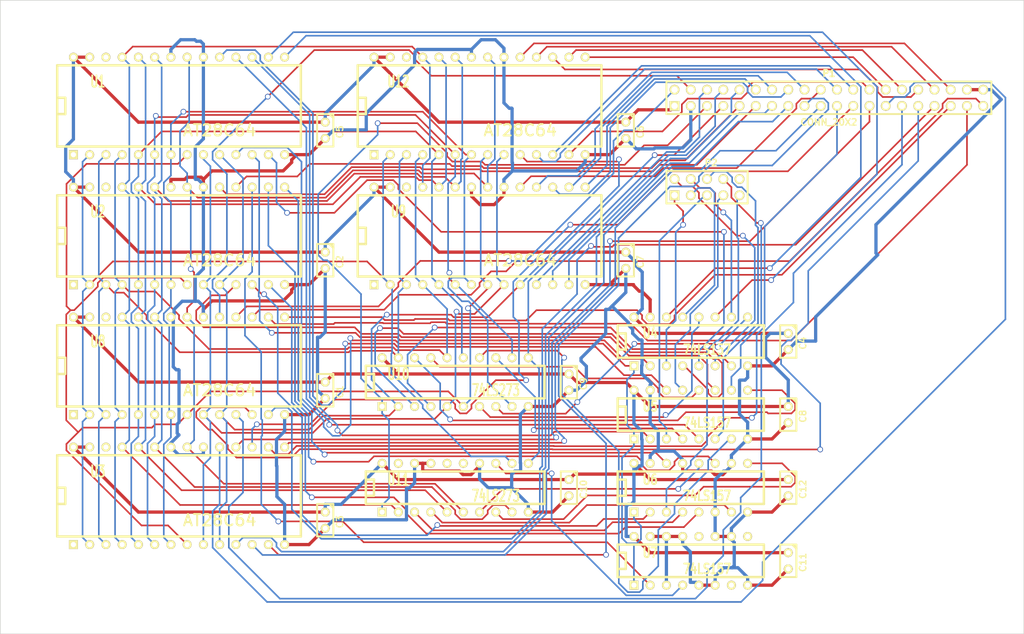
<source format=kicad_pcb>
(kicad_pcb (version 3) (host pcbnew "(2013-may-18)-stable")
  (layers (15 F.Cu signal) (0 B.Cu signal) (18 B.Paste user) (19 F.Paste user) (20 B.SilkS user) (21 F.SilkS user) (22 B.Mask user) (23 F.Mask user) (28 Edge.Cuts user))
  (net 0 "")
  (net 1 /A0)
  (net 2 /A1)
  (net 3 /A10)
  (net 4 /A11)
  (net 5 /A12)
  (net 6 /A2)
  (net 7 /A3)
  (net 8 /A4)
  (net 9 /A5)
  (net 10 /A6)
  (net 11 /A7)
  (net 12 /A8)
  (net 13 /A9)
  (net 14 /C0)
  (net 15 /C1)
  (net 16 /C10)
  (net 17 /C11)
  (net 18 /C12)
  (net 19 /C13)
  (net 20 /C14)
  (net 21 /C15)
  (net 22 /C16)
  (net 23 /C17)
  (net 24 /C18)
  (net 25 /C19)
  (net 26 /C2)
  (net 27 /C20)
  (net 28 /C21)
  (net 29 /C22)
  (net 30 /C23)
  (net 31 /C24)
  (net 32 /C25)
  (net 33 /C26)
  (net 34 /C27)
  (net 35 /C28)
  (net 36 /C29)
  (net 37 /C3)
  (net 38 /C30)
  (net 39 /C31)
  (net 40 /C32)
  (net 41 /C33)
  (net 42 /C4)
  (net 43 /C5)
  (net 44 /C6)
  (net 45 /C7)
  (net 46 /C8)
  (net 47 /C9)
  (net 48 /carry)
  (net 49 /op0)
  (net 50 /op1)
  (net 51 /op2)
  (net 52 /op3)
  (net 53 /op4)
  (net 54 /op5)
  (net 55 /op6)
  (net 56 /zero)
  (net 57 GND)
  (net 58 N-0000010)
  (net 59 N-0000012)
  (net 60 N-0000023)
  (net 61 N-0000024)
  (net 62 N-0000025)
  (net 63 N-0000026)
  (net 64 N-0000027)
  (net 65 N-0000028)
  (net 66 N-0000029)
  (net 67 N-0000030)
  (net 68 N-0000035)
  (net 69 N-0000037)
  (net 70 N-0000038)
  (net 71 N-0000039)
  (net 72 N-0000040)
  (net 73 N-0000075)
  (net 74 N-0000076)
  (net 75 N-0000077)
  (net 76 N-0000078)
  (net 77 N-0000079)
  (net 78 N-0000080)
  (net 79 N-0000081)
  (net 80 N-0000082)
  (net 81 N-0000083)
  (net 82 N-0000084)
  (net 83 N-0000085)
  (net 84 N-0000086)
  (net 85 N-0000087)
  (net 86 N-0000088)
  (net 87 VCC)
  (module DIP-28__600 (layer F.Cu) (at 162.56 57.15)
    (fp_text reference U1 (at -12.7 -3.81) (layer F.SilkS) (effects (font (size 1.778 1.143) (thickness 0.3048))))
    (fp_text value AT28C64 (at 6.35 3.81) (layer F.SilkS) (effects (font (size 1.778 1.778) (thickness 0.3048))))
    (pad 1 thru_hole rect (at -16.51 7.62) (size 1.397 1.397) (drill 0.8128) (layers *.Cu *.Mask F.SilkS))
    (pad 2 thru_hole circle (at -13.97 7.62) (size 1.397 1.397) (drill 0.8128) (layers *.Cu *.Mask F.SilkS) (net 5 /A12))
    (pad 3 thru_hole circle (at -11.43 7.62) (size 1.397 1.397) (drill 0.8128) (layers *.Cu *.Mask F.SilkS) (net 11 /A7))
    (pad 4 thru_hole circle (at -8.89 7.62) (size 1.397 1.397) (drill 0.8128) (layers *.Cu *.Mask F.SilkS) (net 10 /A6))
    (pad 5 thru_hole circle (at -6.35 7.62) (size 1.397 1.397) (drill 0.8128) (layers *.Cu *.Mask F.SilkS) (net 9 /A5))
    (pad 6 thru_hole circle (at -3.81 7.62) (size 1.397 1.397) (drill 0.8128) (layers *.Cu *.Mask F.SilkS) (net 8 /A4))
    (pad 7 thru_hole circle (at -1.27 7.62) (size 1.397 1.397) (drill 0.8128) (layers *.Cu *.Mask F.SilkS) (net 7 /A3))
    (pad 8 thru_hole circle (at 1.27 7.62) (size 1.397 1.397) (drill 0.8128) (layers *.Cu *.Mask F.SilkS) (net 6 /A2))
    (pad 9 thru_hole circle (at 3.81 7.62) (size 1.397 1.397) (drill 0.8128) (layers *.Cu *.Mask F.SilkS) (net 2 /A1))
    (pad 10 thru_hole circle (at 6.35 7.62) (size 1.397 1.397) (drill 0.8128) (layers *.Cu *.Mask F.SilkS) (net 1 /A0))
    (pad 11 thru_hole circle (at 8.89 7.62) (size 1.397 1.397) (drill 0.8128) (layers *.Cu *.Mask F.SilkS) (net 79 N-0000081))
    (pad 12 thru_hole circle (at 11.43 7.62) (size 1.397 1.397) (drill 0.8128) (layers *.Cu *.Mask F.SilkS) (net 80 N-0000082))
    (pad 13 thru_hole circle (at 13.97 7.62) (size 1.397 1.397) (drill 0.8128) (layers *.Cu *.Mask F.SilkS) (net 81 N-0000083))
    (pad 14 thru_hole circle (at 16.51 7.62) (size 1.397 1.397) (drill 0.8128) (layers *.Cu *.Mask F.SilkS) (net 57 GND))
    (pad 15 thru_hole circle (at 16.51 -7.62) (size 1.397 1.397) (drill 0.8128) (layers *.Cu *.Mask F.SilkS) (net 84 N-0000086))
    (pad 16 thru_hole circle (at 13.97 -7.62) (size 1.397 1.397) (drill 0.8128) (layers *.Cu *.Mask F.SilkS) (net 82 N-0000084))
    (pad 17 thru_hole circle (at 11.43 -7.62) (size 1.397 1.397) (drill 0.8128) (layers *.Cu *.Mask F.SilkS) (net 85 N-0000087))
    (pad 18 thru_hole circle (at 8.89 -7.62) (size 1.397 1.397) (drill 0.8128) (layers *.Cu *.Mask F.SilkS) (net 86 N-0000088))
    (pad 19 thru_hole circle (at 6.35 -7.62) (size 1.397 1.397) (drill 0.8128) (layers *.Cu *.Mask F.SilkS) (net 73 N-0000075))
    (pad 20 thru_hole circle (at 3.81 -7.62) (size 1.397 1.397) (drill 0.8128) (layers *.Cu *.Mask F.SilkS) (net 57 GND))
    (pad 21 thru_hole circle (at 1.27 -7.62) (size 1.397 1.397) (drill 0.8128) (layers *.Cu *.Mask F.SilkS) (net 3 /A10))
    (pad 22 thru_hole circle (at -1.27 -7.62) (size 1.397 1.397) (drill 0.8128) (layers *.Cu *.Mask F.SilkS) (net 57 GND))
    (pad 23 thru_hole circle (at -3.81 -7.62) (size 1.397 1.397) (drill 0.8128) (layers *.Cu *.Mask F.SilkS) (net 4 /A11))
    (pad 24 thru_hole circle (at -6.35 -7.62) (size 1.397 1.397) (drill 0.8128) (layers *.Cu *.Mask F.SilkS) (net 13 /A9))
    (pad 25 thru_hole circle (at -8.89 -7.62) (size 1.397 1.397) (drill 0.8128) (layers *.Cu *.Mask F.SilkS) (net 12 /A8))
    (pad 26 thru_hole circle (at -11.43 -7.62) (size 1.397 1.397) (drill 0.8128) (layers *.Cu *.Mask F.SilkS))
    (pad 27 thru_hole circle (at -13.97 -7.62) (size 1.397 1.397) (drill 0.8128) (layers *.Cu *.Mask F.SilkS) (net 87 VCC))
    (pad 28 thru_hole circle (at -16.51 -7.62) (size 1.397 1.397) (drill 0.8128) (layers *.Cu *.Mask F.SilkS) (net 87 VCC))
  )
  (module DIP-28__600 (layer F.Cu) (at 162.56 77.47)
    (fp_text reference U2 (at -12.7 -3.81) (layer F.SilkS) (effects (font (size 1.778 1.143) (thickness 0.3048))))
    (fp_text value AT28C64 (at 6.35 3.81) (layer F.SilkS) (effects (font (size 1.778 1.778) (thickness 0.3048))))
    (pad 1 thru_hole rect (at -16.51 7.62) (size 1.397 1.397) (drill 0.8128) (layers *.Cu *.Mask F.SilkS))
    (pad 2 thru_hole circle (at -13.97 7.62) (size 1.397 1.397) (drill 0.8128) (layers *.Cu *.Mask F.SilkS) (net 5 /A12))
    (pad 3 thru_hole circle (at -11.43 7.62) (size 1.397 1.397) (drill 0.8128) (layers *.Cu *.Mask F.SilkS) (net 11 /A7))
    (pad 4 thru_hole circle (at -8.89 7.62) (size 1.397 1.397) (drill 0.8128) (layers *.Cu *.Mask F.SilkS) (net 10 /A6))
    (pad 5 thru_hole circle (at -6.35 7.62) (size 1.397 1.397) (drill 0.8128) (layers *.Cu *.Mask F.SilkS) (net 9 /A5))
    (pad 6 thru_hole circle (at -3.81 7.62) (size 1.397 1.397) (drill 0.8128) (layers *.Cu *.Mask F.SilkS) (net 8 /A4))
    (pad 7 thru_hole circle (at -1.27 7.62) (size 1.397 1.397) (drill 0.8128) (layers *.Cu *.Mask F.SilkS) (net 7 /A3))
    (pad 8 thru_hole circle (at 1.27 7.62) (size 1.397 1.397) (drill 0.8128) (layers *.Cu *.Mask F.SilkS) (net 6 /A2))
    (pad 9 thru_hole circle (at 3.81 7.62) (size 1.397 1.397) (drill 0.8128) (layers *.Cu *.Mask F.SilkS) (net 2 /A1))
    (pad 10 thru_hole circle (at 6.35 7.62) (size 1.397 1.397) (drill 0.8128) (layers *.Cu *.Mask F.SilkS) (net 1 /A0))
    (pad 11 thru_hole circle (at 8.89 7.62) (size 1.397 1.397) (drill 0.8128) (layers *.Cu *.Mask F.SilkS) (net 75 N-0000077))
    (pad 12 thru_hole circle (at 11.43 7.62) (size 1.397 1.397) (drill 0.8128) (layers *.Cu *.Mask F.SilkS) (net 76 N-0000078))
    (pad 13 thru_hole circle (at 13.97 7.62) (size 1.397 1.397) (drill 0.8128) (layers *.Cu *.Mask F.SilkS) (net 74 N-0000076))
    (pad 14 thru_hole circle (at 16.51 7.62) (size 1.397 1.397) (drill 0.8128) (layers *.Cu *.Mask F.SilkS) (net 57 GND))
    (pad 15 thru_hole circle (at 16.51 -7.62) (size 1.397 1.397) (drill 0.8128) (layers *.Cu *.Mask F.SilkS) (net 78 N-0000080))
    (pad 16 thru_hole circle (at 13.97 -7.62) (size 1.397 1.397) (drill 0.8128) (layers *.Cu *.Mask F.SilkS) (net 77 N-0000079))
    (pad 17 thru_hole circle (at 11.43 -7.62) (size 1.397 1.397) (drill 0.8128) (layers *.Cu *.Mask F.SilkS) (net 83 N-0000085))
    (pad 18 thru_hole circle (at 8.89 -7.62) (size 1.397 1.397) (drill 0.8128) (layers *.Cu *.Mask F.SilkS) (net 14 /C0))
    (pad 19 thru_hole circle (at 6.35 -7.62) (size 1.397 1.397) (drill 0.8128) (layers *.Cu *.Mask F.SilkS) (net 15 /C1))
    (pad 20 thru_hole circle (at 3.81 -7.62) (size 1.397 1.397) (drill 0.8128) (layers *.Cu *.Mask F.SilkS) (net 57 GND))
    (pad 21 thru_hole circle (at 1.27 -7.62) (size 1.397 1.397) (drill 0.8128) (layers *.Cu *.Mask F.SilkS) (net 3 /A10))
    (pad 22 thru_hole circle (at -1.27 -7.62) (size 1.397 1.397) (drill 0.8128) (layers *.Cu *.Mask F.SilkS) (net 57 GND))
    (pad 23 thru_hole circle (at -3.81 -7.62) (size 1.397 1.397) (drill 0.8128) (layers *.Cu *.Mask F.SilkS) (net 4 /A11))
    (pad 24 thru_hole circle (at -6.35 -7.62) (size 1.397 1.397) (drill 0.8128) (layers *.Cu *.Mask F.SilkS) (net 13 /A9))
    (pad 25 thru_hole circle (at -8.89 -7.62) (size 1.397 1.397) (drill 0.8128) (layers *.Cu *.Mask F.SilkS) (net 12 /A8))
    (pad 26 thru_hole circle (at -11.43 -7.62) (size 1.397 1.397) (drill 0.8128) (layers *.Cu *.Mask F.SilkS))
    (pad 27 thru_hole circle (at -13.97 -7.62) (size 1.397 1.397) (drill 0.8128) (layers *.Cu *.Mask F.SilkS) (net 87 VCC))
    (pad 28 thru_hole circle (at -16.51 -7.62) (size 1.397 1.397) (drill 0.8128) (layers *.Cu *.Mask F.SilkS) (net 87 VCC))
  )
  (module DIP-28__600 (layer F.Cu) (at 162.56 97.79)
    (fp_text reference U8 (at -12.7 -3.81) (layer F.SilkS) (effects (font (size 1.778 1.143) (thickness 0.3048))))
    (fp_text value AT28C64 (at 6.35 3.81) (layer F.SilkS) (effects (font (size 1.778 1.778) (thickness 0.3048))))
    (pad 1 thru_hole rect (at -16.51 7.62) (size 1.397 1.397) (drill 0.8128) (layers *.Cu *.Mask F.SilkS))
    (pad 2 thru_hole circle (at -13.97 7.62) (size 1.397 1.397) (drill 0.8128) (layers *.Cu *.Mask F.SilkS) (net 5 /A12))
    (pad 3 thru_hole circle (at -11.43 7.62) (size 1.397 1.397) (drill 0.8128) (layers *.Cu *.Mask F.SilkS) (net 11 /A7))
    (pad 4 thru_hole circle (at -8.89 7.62) (size 1.397 1.397) (drill 0.8128) (layers *.Cu *.Mask F.SilkS) (net 10 /A6))
    (pad 5 thru_hole circle (at -6.35 7.62) (size 1.397 1.397) (drill 0.8128) (layers *.Cu *.Mask F.SilkS) (net 9 /A5))
    (pad 6 thru_hole circle (at -3.81 7.62) (size 1.397 1.397) (drill 0.8128) (layers *.Cu *.Mask F.SilkS) (net 8 /A4))
    (pad 7 thru_hole circle (at -1.27 7.62) (size 1.397 1.397) (drill 0.8128) (layers *.Cu *.Mask F.SilkS) (net 7 /A3))
    (pad 8 thru_hole circle (at 1.27 7.62) (size 1.397 1.397) (drill 0.8128) (layers *.Cu *.Mask F.SilkS) (net 6 /A2))
    (pad 9 thru_hole circle (at 3.81 7.62) (size 1.397 1.397) (drill 0.8128) (layers *.Cu *.Mask F.SilkS) (net 2 /A1))
    (pad 10 thru_hole circle (at 6.35 7.62) (size 1.397 1.397) (drill 0.8128) (layers *.Cu *.Mask F.SilkS) (net 1 /A0))
    (pad 11 thru_hole circle (at 8.89 7.62) (size 1.397 1.397) (drill 0.8128) (layers *.Cu *.Mask F.SilkS) (net 16 /C10))
    (pad 12 thru_hole circle (at 11.43 7.62) (size 1.397 1.397) (drill 0.8128) (layers *.Cu *.Mask F.SilkS) (net 17 /C11))
    (pad 13 thru_hole circle (at 13.97 7.62) (size 1.397 1.397) (drill 0.8128) (layers *.Cu *.Mask F.SilkS) (net 18 /C12))
    (pad 14 thru_hole circle (at 16.51 7.62) (size 1.397 1.397) (drill 0.8128) (layers *.Cu *.Mask F.SilkS) (net 57 GND))
    (pad 15 thru_hole circle (at 16.51 -7.62) (size 1.397 1.397) (drill 0.8128) (layers *.Cu *.Mask F.SilkS) (net 19 /C13))
    (pad 16 thru_hole circle (at 13.97 -7.62) (size 1.397 1.397) (drill 0.8128) (layers *.Cu *.Mask F.SilkS) (net 20 /C14))
    (pad 17 thru_hole circle (at 11.43 -7.62) (size 1.397 1.397) (drill 0.8128) (layers *.Cu *.Mask F.SilkS) (net 21 /C15))
    (pad 18 thru_hole circle (at 8.89 -7.62) (size 1.397 1.397) (drill 0.8128) (layers *.Cu *.Mask F.SilkS) (net 22 /C16))
    (pad 19 thru_hole circle (at 6.35 -7.62) (size 1.397 1.397) (drill 0.8128) (layers *.Cu *.Mask F.SilkS) (net 23 /C17))
    (pad 20 thru_hole circle (at 3.81 -7.62) (size 1.397 1.397) (drill 0.8128) (layers *.Cu *.Mask F.SilkS) (net 57 GND))
    (pad 21 thru_hole circle (at 1.27 -7.62) (size 1.397 1.397) (drill 0.8128) (layers *.Cu *.Mask F.SilkS) (net 3 /A10))
    (pad 22 thru_hole circle (at -1.27 -7.62) (size 1.397 1.397) (drill 0.8128) (layers *.Cu *.Mask F.SilkS) (net 57 GND))
    (pad 23 thru_hole circle (at -3.81 -7.62) (size 1.397 1.397) (drill 0.8128) (layers *.Cu *.Mask F.SilkS) (net 4 /A11))
    (pad 24 thru_hole circle (at -6.35 -7.62) (size 1.397 1.397) (drill 0.8128) (layers *.Cu *.Mask F.SilkS) (net 13 /A9))
    (pad 25 thru_hole circle (at -8.89 -7.62) (size 1.397 1.397) (drill 0.8128) (layers *.Cu *.Mask F.SilkS) (net 12 /A8))
    (pad 26 thru_hole circle (at -11.43 -7.62) (size 1.397 1.397) (drill 0.8128) (layers *.Cu *.Mask F.SilkS))
    (pad 27 thru_hole circle (at -13.97 -7.62) (size 1.397 1.397) (drill 0.8128) (layers *.Cu *.Mask F.SilkS) (net 87 VCC))
    (pad 28 thru_hole circle (at -16.51 -7.62) (size 1.397 1.397) (drill 0.8128) (layers *.Cu *.Mask F.SilkS) (net 87 VCC))
  )
  (module DIP-28__600 (layer F.Cu) (at 162.56 118.11)
    (fp_text reference U3 (at -12.7 -3.81) (layer F.SilkS) (effects (font (size 1.778 1.143) (thickness 0.3048))))
    (fp_text value AT28C64 (at 6.35 3.81) (layer F.SilkS) (effects (font (size 1.778 1.778) (thickness 0.3048))))
    (pad 1 thru_hole rect (at -16.51 7.62) (size 1.397 1.397) (drill 0.8128) (layers *.Cu *.Mask F.SilkS))
    (pad 2 thru_hole circle (at -13.97 7.62) (size 1.397 1.397) (drill 0.8128) (layers *.Cu *.Mask F.SilkS) (net 5 /A12))
    (pad 3 thru_hole circle (at -11.43 7.62) (size 1.397 1.397) (drill 0.8128) (layers *.Cu *.Mask F.SilkS) (net 11 /A7))
    (pad 4 thru_hole circle (at -8.89 7.62) (size 1.397 1.397) (drill 0.8128) (layers *.Cu *.Mask F.SilkS) (net 10 /A6))
    (pad 5 thru_hole circle (at -6.35 7.62) (size 1.397 1.397) (drill 0.8128) (layers *.Cu *.Mask F.SilkS) (net 9 /A5))
    (pad 6 thru_hole circle (at -3.81 7.62) (size 1.397 1.397) (drill 0.8128) (layers *.Cu *.Mask F.SilkS) (net 8 /A4))
    (pad 7 thru_hole circle (at -1.27 7.62) (size 1.397 1.397) (drill 0.8128) (layers *.Cu *.Mask F.SilkS) (net 7 /A3))
    (pad 8 thru_hole circle (at 1.27 7.62) (size 1.397 1.397) (drill 0.8128) (layers *.Cu *.Mask F.SilkS) (net 6 /A2))
    (pad 9 thru_hole circle (at 3.81 7.62) (size 1.397 1.397) (drill 0.8128) (layers *.Cu *.Mask F.SilkS) (net 2 /A1))
    (pad 10 thru_hole circle (at 6.35 7.62) (size 1.397 1.397) (drill 0.8128) (layers *.Cu *.Mask F.SilkS) (net 1 /A0))
    (pad 11 thru_hole circle (at 8.89 7.62) (size 1.397 1.397) (drill 0.8128) (layers *.Cu *.Mask F.SilkS) (net 26 /C2))
    (pad 12 thru_hole circle (at 11.43 7.62) (size 1.397 1.397) (drill 0.8128) (layers *.Cu *.Mask F.SilkS) (net 37 /C3))
    (pad 13 thru_hole circle (at 13.97 7.62) (size 1.397 1.397) (drill 0.8128) (layers *.Cu *.Mask F.SilkS) (net 42 /C4))
    (pad 14 thru_hole circle (at 16.51 7.62) (size 1.397 1.397) (drill 0.8128) (layers *.Cu *.Mask F.SilkS) (net 57 GND))
    (pad 15 thru_hole circle (at 16.51 -7.62) (size 1.397 1.397) (drill 0.8128) (layers *.Cu *.Mask F.SilkS) (net 43 /C5))
    (pad 16 thru_hole circle (at 13.97 -7.62) (size 1.397 1.397) (drill 0.8128) (layers *.Cu *.Mask F.SilkS) (net 44 /C6))
    (pad 17 thru_hole circle (at 11.43 -7.62) (size 1.397 1.397) (drill 0.8128) (layers *.Cu *.Mask F.SilkS) (net 45 /C7))
    (pad 18 thru_hole circle (at 8.89 -7.62) (size 1.397 1.397) (drill 0.8128) (layers *.Cu *.Mask F.SilkS) (net 46 /C8))
    (pad 19 thru_hole circle (at 6.35 -7.62) (size 1.397 1.397) (drill 0.8128) (layers *.Cu *.Mask F.SilkS) (net 47 /C9))
    (pad 20 thru_hole circle (at 3.81 -7.62) (size 1.397 1.397) (drill 0.8128) (layers *.Cu *.Mask F.SilkS) (net 57 GND))
    (pad 21 thru_hole circle (at 1.27 -7.62) (size 1.397 1.397) (drill 0.8128) (layers *.Cu *.Mask F.SilkS) (net 3 /A10))
    (pad 22 thru_hole circle (at -1.27 -7.62) (size 1.397 1.397) (drill 0.8128) (layers *.Cu *.Mask F.SilkS) (net 57 GND))
    (pad 23 thru_hole circle (at -3.81 -7.62) (size 1.397 1.397) (drill 0.8128) (layers *.Cu *.Mask F.SilkS) (net 4 /A11))
    (pad 24 thru_hole circle (at -6.35 -7.62) (size 1.397 1.397) (drill 0.8128) (layers *.Cu *.Mask F.SilkS) (net 13 /A9))
    (pad 25 thru_hole circle (at -8.89 -7.62) (size 1.397 1.397) (drill 0.8128) (layers *.Cu *.Mask F.SilkS) (net 12 /A8))
    (pad 26 thru_hole circle (at -11.43 -7.62) (size 1.397 1.397) (drill 0.8128) (layers *.Cu *.Mask F.SilkS))
    (pad 27 thru_hole circle (at -13.97 -7.62) (size 1.397 1.397) (drill 0.8128) (layers *.Cu *.Mask F.SilkS) (net 87 VCC))
    (pad 28 thru_hole circle (at -16.51 -7.62) (size 1.397 1.397) (drill 0.8128) (layers *.Cu *.Mask F.SilkS) (net 87 VCC))
  )
  (module DIP-28__600 (layer F.Cu) (at 209.55 57.15)
    (fp_text reference U12 (at -12.7 -3.81) (layer F.SilkS) (effects (font (size 1.778 1.143) (thickness 0.3048))))
    (fp_text value AT28C64 (at 6.35 3.81) (layer F.SilkS) (effects (font (size 1.778 1.778) (thickness 0.3048))))
    (pad 1 thru_hole rect (at -16.51 7.62) (size 1.397 1.397) (drill 0.8128) (layers *.Cu *.Mask F.SilkS))
    (pad 2 thru_hole circle (at -13.97 7.62) (size 1.397 1.397) (drill 0.8128) (layers *.Cu *.Mask F.SilkS) (net 5 /A12))
    (pad 3 thru_hole circle (at -11.43 7.62) (size 1.397 1.397) (drill 0.8128) (layers *.Cu *.Mask F.SilkS) (net 11 /A7))
    (pad 4 thru_hole circle (at -8.89 7.62) (size 1.397 1.397) (drill 0.8128) (layers *.Cu *.Mask F.SilkS) (net 10 /A6))
    (pad 5 thru_hole circle (at -6.35 7.62) (size 1.397 1.397) (drill 0.8128) (layers *.Cu *.Mask F.SilkS) (net 9 /A5))
    (pad 6 thru_hole circle (at -3.81 7.62) (size 1.397 1.397) (drill 0.8128) (layers *.Cu *.Mask F.SilkS) (net 8 /A4))
    (pad 7 thru_hole circle (at -1.27 7.62) (size 1.397 1.397) (drill 0.8128) (layers *.Cu *.Mask F.SilkS) (net 7 /A3))
    (pad 8 thru_hole circle (at 1.27 7.62) (size 1.397 1.397) (drill 0.8128) (layers *.Cu *.Mask F.SilkS) (net 6 /A2))
    (pad 9 thru_hole circle (at 3.81 7.62) (size 1.397 1.397) (drill 0.8128) (layers *.Cu *.Mask F.SilkS) (net 2 /A1))
    (pad 10 thru_hole circle (at 6.35 7.62) (size 1.397 1.397) (drill 0.8128) (layers *.Cu *.Mask F.SilkS) (net 1 /A0))
    (pad 11 thru_hole circle (at 8.89 7.62) (size 1.397 1.397) (drill 0.8128) (layers *.Cu *.Mask F.SilkS) (net 33 /C26))
    (pad 12 thru_hole circle (at 11.43 7.62) (size 1.397 1.397) (drill 0.8128) (layers *.Cu *.Mask F.SilkS) (net 34 /C27))
    (pad 13 thru_hole circle (at 13.97 7.62) (size 1.397 1.397) (drill 0.8128) (layers *.Cu *.Mask F.SilkS) (net 35 /C28))
    (pad 14 thru_hole circle (at 16.51 7.62) (size 1.397 1.397) (drill 0.8128) (layers *.Cu *.Mask F.SilkS) (net 57 GND))
    (pad 15 thru_hole circle (at 16.51 -7.62) (size 1.397 1.397) (drill 0.8128) (layers *.Cu *.Mask F.SilkS) (net 36 /C29))
    (pad 16 thru_hole circle (at 13.97 -7.62) (size 1.397 1.397) (drill 0.8128) (layers *.Cu *.Mask F.SilkS) (net 38 /C30))
    (pad 17 thru_hole circle (at 11.43 -7.62) (size 1.397 1.397) (drill 0.8128) (layers *.Cu *.Mask F.SilkS) (net 39 /C31))
    (pad 18 thru_hole circle (at 8.89 -7.62) (size 1.397 1.397) (drill 0.8128) (layers *.Cu *.Mask F.SilkS) (net 40 /C32))
    (pad 19 thru_hole circle (at 6.35 -7.62) (size 1.397 1.397) (drill 0.8128) (layers *.Cu *.Mask F.SilkS) (net 41 /C33))
    (pad 20 thru_hole circle (at 3.81 -7.62) (size 1.397 1.397) (drill 0.8128) (layers *.Cu *.Mask F.SilkS) (net 57 GND))
    (pad 21 thru_hole circle (at 1.27 -7.62) (size 1.397 1.397) (drill 0.8128) (layers *.Cu *.Mask F.SilkS) (net 3 /A10))
    (pad 22 thru_hole circle (at -1.27 -7.62) (size 1.397 1.397) (drill 0.8128) (layers *.Cu *.Mask F.SilkS) (net 57 GND))
    (pad 23 thru_hole circle (at -3.81 -7.62) (size 1.397 1.397) (drill 0.8128) (layers *.Cu *.Mask F.SilkS) (net 4 /A11))
    (pad 24 thru_hole circle (at -6.35 -7.62) (size 1.397 1.397) (drill 0.8128) (layers *.Cu *.Mask F.SilkS) (net 13 /A9))
    (pad 25 thru_hole circle (at -8.89 -7.62) (size 1.397 1.397) (drill 0.8128) (layers *.Cu *.Mask F.SilkS) (net 12 /A8))
    (pad 26 thru_hole circle (at -11.43 -7.62) (size 1.397 1.397) (drill 0.8128) (layers *.Cu *.Mask F.SilkS))
    (pad 27 thru_hole circle (at -13.97 -7.62) (size 1.397 1.397) (drill 0.8128) (layers *.Cu *.Mask F.SilkS) (net 87 VCC))
    (pad 28 thru_hole circle (at -16.51 -7.62) (size 1.397 1.397) (drill 0.8128) (layers *.Cu *.Mask F.SilkS) (net 87 VCC))
  )
  (module DIP-28__600 (layer F.Cu) (at 209.55 77.47)
    (fp_text reference U9 (at -12.7 -3.81) (layer F.SilkS) (effects (font (size 1.778 1.143) (thickness 0.3048))))
    (fp_text value AT28C64 (at 6.35 3.81) (layer F.SilkS) (effects (font (size 1.778 1.778) (thickness 0.3048))))
    (pad 1 thru_hole rect (at -16.51 7.62) (size 1.397 1.397) (drill 0.8128) (layers *.Cu *.Mask F.SilkS))
    (pad 2 thru_hole circle (at -13.97 7.62) (size 1.397 1.397) (drill 0.8128) (layers *.Cu *.Mask F.SilkS) (net 5 /A12))
    (pad 3 thru_hole circle (at -11.43 7.62) (size 1.397 1.397) (drill 0.8128) (layers *.Cu *.Mask F.SilkS) (net 11 /A7))
    (pad 4 thru_hole circle (at -8.89 7.62) (size 1.397 1.397) (drill 0.8128) (layers *.Cu *.Mask F.SilkS) (net 10 /A6))
    (pad 5 thru_hole circle (at -6.35 7.62) (size 1.397 1.397) (drill 0.8128) (layers *.Cu *.Mask F.SilkS) (net 9 /A5))
    (pad 6 thru_hole circle (at -3.81 7.62) (size 1.397 1.397) (drill 0.8128) (layers *.Cu *.Mask F.SilkS) (net 8 /A4))
    (pad 7 thru_hole circle (at -1.27 7.62) (size 1.397 1.397) (drill 0.8128) (layers *.Cu *.Mask F.SilkS) (net 7 /A3))
    (pad 8 thru_hole circle (at 1.27 7.62) (size 1.397 1.397) (drill 0.8128) (layers *.Cu *.Mask F.SilkS) (net 6 /A2))
    (pad 9 thru_hole circle (at 3.81 7.62) (size 1.397 1.397) (drill 0.8128) (layers *.Cu *.Mask F.SilkS) (net 2 /A1))
    (pad 10 thru_hole circle (at 6.35 7.62) (size 1.397 1.397) (drill 0.8128) (layers *.Cu *.Mask F.SilkS) (net 1 /A0))
    (pad 11 thru_hole circle (at 8.89 7.62) (size 1.397 1.397) (drill 0.8128) (layers *.Cu *.Mask F.SilkS) (net 24 /C18))
    (pad 12 thru_hole circle (at 11.43 7.62) (size 1.397 1.397) (drill 0.8128) (layers *.Cu *.Mask F.SilkS) (net 25 /C19))
    (pad 13 thru_hole circle (at 13.97 7.62) (size 1.397 1.397) (drill 0.8128) (layers *.Cu *.Mask F.SilkS) (net 27 /C20))
    (pad 14 thru_hole circle (at 16.51 7.62) (size 1.397 1.397) (drill 0.8128) (layers *.Cu *.Mask F.SilkS) (net 57 GND))
    (pad 15 thru_hole circle (at 16.51 -7.62) (size 1.397 1.397) (drill 0.8128) (layers *.Cu *.Mask F.SilkS) (net 28 /C21))
    (pad 16 thru_hole circle (at 13.97 -7.62) (size 1.397 1.397) (drill 0.8128) (layers *.Cu *.Mask F.SilkS) (net 29 /C22))
    (pad 17 thru_hole circle (at 11.43 -7.62) (size 1.397 1.397) (drill 0.8128) (layers *.Cu *.Mask F.SilkS) (net 30 /C23))
    (pad 18 thru_hole circle (at 8.89 -7.62) (size 1.397 1.397) (drill 0.8128) (layers *.Cu *.Mask F.SilkS) (net 31 /C24))
    (pad 19 thru_hole circle (at 6.35 -7.62) (size 1.397 1.397) (drill 0.8128) (layers *.Cu *.Mask F.SilkS) (net 32 /C25))
    (pad 20 thru_hole circle (at 3.81 -7.62) (size 1.397 1.397) (drill 0.8128) (layers *.Cu *.Mask F.SilkS) (net 57 GND))
    (pad 21 thru_hole circle (at 1.27 -7.62) (size 1.397 1.397) (drill 0.8128) (layers *.Cu *.Mask F.SilkS) (net 3 /A10))
    (pad 22 thru_hole circle (at -1.27 -7.62) (size 1.397 1.397) (drill 0.8128) (layers *.Cu *.Mask F.SilkS) (net 57 GND))
    (pad 23 thru_hole circle (at -3.81 -7.62) (size 1.397 1.397) (drill 0.8128) (layers *.Cu *.Mask F.SilkS) (net 4 /A11))
    (pad 24 thru_hole circle (at -6.35 -7.62) (size 1.397 1.397) (drill 0.8128) (layers *.Cu *.Mask F.SilkS) (net 13 /A9))
    (pad 25 thru_hole circle (at -8.89 -7.62) (size 1.397 1.397) (drill 0.8128) (layers *.Cu *.Mask F.SilkS) (net 12 /A8))
    (pad 26 thru_hole circle (at -11.43 -7.62) (size 1.397 1.397) (drill 0.8128) (layers *.Cu *.Mask F.SilkS))
    (pad 27 thru_hole circle (at -13.97 -7.62) (size 1.397 1.397) (drill 0.8128) (layers *.Cu *.Mask F.SilkS) (net 87 VCC))
    (pad 28 thru_hole circle (at -16.51 -7.62) (size 1.397 1.397) (drill 0.8128) (layers *.Cu *.Mask F.SilkS) (net 87 VCC))
  )
  (module DIP-20__300 (layer F.Cu) (at 205.74 100.33)
    (fp_text reference U10 (at -8.89 -1.27) (layer F.SilkS) (effects (font (size 1.778 1.143) (thickness 0.3048))))
    (fp_text value 74LS273 (at 6.35 1.27) (layer F.SilkS) (effects (font (size 1.778 1.143) (thickness 0.3048))))
    (pad 1 thru_hole rect (at -11.43 3.81) (size 1.397 1.397) (drill 0.8128) (layers *.Cu *.Mask F.SilkS) (net 58 N-0000010))
    (pad 2 thru_hole circle (at -8.89 3.81) (size 1.397 1.397) (drill 0.8128) (layers *.Cu *.Mask F.SilkS) (net 1 /A0))
    (pad 3 thru_hole circle (at -6.35 3.81) (size 1.397 1.397) (drill 0.8128) (layers *.Cu *.Mask F.SilkS) (net 67 N-0000030))
    (pad 4 thru_hole circle (at -3.81 3.81) (size 1.397 1.397) (drill 0.8128) (layers *.Cu *.Mask F.SilkS) (net 66 N-0000029))
    (pad 5 thru_hole circle (at -1.27 3.81) (size 1.397 1.397) (drill 0.8128) (layers *.Cu *.Mask F.SilkS) (net 2 /A1))
    (pad 6 thru_hole circle (at 1.27 3.81) (size 1.397 1.397) (drill 0.8128) (layers *.Cu *.Mask F.SilkS) (net 6 /A2))
    (pad 7 thru_hole circle (at 3.81 3.81) (size 1.397 1.397) (drill 0.8128) (layers *.Cu *.Mask F.SilkS) (net 65 N-0000028))
    (pad 8 thru_hole circle (at 6.35 3.81) (size 1.397 1.397) (drill 0.8128) (layers *.Cu *.Mask F.SilkS) (net 64 N-0000027))
    (pad 9 thru_hole circle (at 8.89 3.81) (size 1.397 1.397) (drill 0.8128) (layers *.Cu *.Mask F.SilkS) (net 7 /A3))
    (pad 10 thru_hole circle (at 11.43 3.81) (size 1.397 1.397) (drill 0.8128) (layers *.Cu *.Mask F.SilkS) (net 57 GND))
    (pad 11 thru_hole circle (at 11.43 -3.81) (size 1.397 1.397) (drill 0.8128) (layers *.Cu *.Mask F.SilkS) (net 59 N-0000012))
    (pad 12 thru_hole circle (at 8.89 -3.81) (size 1.397 1.397) (drill 0.8128) (layers *.Cu *.Mask F.SilkS) (net 8 /A4))
    (pad 13 thru_hole circle (at 6.35 -3.81) (size 1.397 1.397) (drill 0.8128) (layers *.Cu *.Mask F.SilkS) (net 60 N-0000023))
    (pad 14 thru_hole circle (at 3.81 -3.81) (size 1.397 1.397) (drill 0.8128) (layers *.Cu *.Mask F.SilkS) (net 63 N-0000026))
    (pad 15 thru_hole circle (at 1.27 -3.81) (size 1.397 1.397) (drill 0.8128) (layers *.Cu *.Mask F.SilkS) (net 9 /A5))
    (pad 16 thru_hole circle (at -1.27 -3.81) (size 1.397 1.397) (drill 0.8128) (layers *.Cu *.Mask F.SilkS) (net 10 /A6))
    (pad 17 thru_hole circle (at -3.81 -3.81) (size 1.397 1.397) (drill 0.8128) (layers *.Cu *.Mask F.SilkS) (net 62 N-0000025))
    (pad 18 thru_hole circle (at -6.35 -3.81) (size 1.397 1.397) (drill 0.8128) (layers *.Cu *.Mask F.SilkS) (net 61 N-0000024))
    (pad 19 thru_hole circle (at -8.89 -3.81) (size 1.397 1.397) (drill 0.8128) (layers *.Cu *.Mask F.SilkS) (net 11 /A7))
    (pad 20 thru_hole circle (at -11.43 -3.81) (size 1.397 1.397) (drill 0.8128) (layers *.Cu *.Mask F.SilkS) (net 87 VCC))
  )
  (module DIP-20__300 (layer F.Cu) (at 205.74 116.84)
    (fp_text reference U11 (at -8.89 -1.27) (layer F.SilkS) (effects (font (size 1.778 1.143) (thickness 0.3048))))
    (fp_text value 74LS273 (at 6.35 1.27) (layer F.SilkS) (effects (font (size 1.778 1.143) (thickness 0.3048))))
    (pad 1 thru_hole rect (at -11.43 3.81) (size 1.397 1.397) (drill 0.8128) (layers *.Cu *.Mask F.SilkS) (net 58 N-0000010))
    (pad 2 thru_hole circle (at -8.89 3.81) (size 1.397 1.397) (drill 0.8128) (layers *.Cu *.Mask F.SilkS) (net 12 /A8))
    (pad 3 thru_hole circle (at -6.35 3.81) (size 1.397 1.397) (drill 0.8128) (layers *.Cu *.Mask F.SilkS) (net 72 N-0000040))
    (pad 4 thru_hole circle (at -3.81 3.81) (size 1.397 1.397) (drill 0.8128) (layers *.Cu *.Mask F.SilkS) (net 71 N-0000039))
    (pad 5 thru_hole circle (at -1.27 3.81) (size 1.397 1.397) (drill 0.8128) (layers *.Cu *.Mask F.SilkS) (net 13 /A9))
    (pad 6 thru_hole circle (at 1.27 3.81) (size 1.397 1.397) (drill 0.8128) (layers *.Cu *.Mask F.SilkS) (net 3 /A10))
    (pad 7 thru_hole circle (at 3.81 3.81) (size 1.397 1.397) (drill 0.8128) (layers *.Cu *.Mask F.SilkS) (net 70 N-0000038))
    (pad 8 thru_hole circle (at 6.35 3.81) (size 1.397 1.397) (drill 0.8128) (layers *.Cu *.Mask F.SilkS) (net 69 N-0000037))
    (pad 9 thru_hole circle (at 8.89 3.81) (size 1.397 1.397) (drill 0.8128) (layers *.Cu *.Mask F.SilkS) (net 4 /A11))
    (pad 10 thru_hole circle (at 11.43 3.81) (size 1.397 1.397) (drill 0.8128) (layers *.Cu *.Mask F.SilkS) (net 57 GND))
    (pad 11 thru_hole circle (at 11.43 -3.81) (size 1.397 1.397) (drill 0.8128) (layers *.Cu *.Mask F.SilkS) (net 59 N-0000012))
    (pad 12 thru_hole circle (at 8.89 -3.81) (size 1.397 1.397) (drill 0.8128) (layers *.Cu *.Mask F.SilkS) (net 5 /A12))
    (pad 13 thru_hole circle (at 6.35 -3.81) (size 1.397 1.397) (drill 0.8128) (layers *.Cu *.Mask F.SilkS) (net 68 N-0000035))
    (pad 14 thru_hole circle (at 3.81 -3.81) (size 1.397 1.397) (drill 0.8128) (layers *.Cu *.Mask F.SilkS) (net 57 GND))
    (pad 15 thru_hole circle (at 1.27 -3.81) (size 1.397 1.397) (drill 0.8128) (layers *.Cu *.Mask F.SilkS))
    (pad 16 thru_hole circle (at -1.27 -3.81) (size 1.397 1.397) (drill 0.8128) (layers *.Cu *.Mask F.SilkS))
    (pad 17 thru_hole circle (at -3.81 -3.81) (size 1.397 1.397) (drill 0.8128) (layers *.Cu *.Mask F.SilkS) (net 57 GND))
    (pad 18 thru_hole circle (at -6.35 -3.81) (size 1.397 1.397) (drill 0.8128) (layers *.Cu *.Mask F.SilkS) (net 57 GND))
    (pad 19 thru_hole circle (at -8.89 -3.81) (size 1.397 1.397) (drill 0.8128) (layers *.Cu *.Mask F.SilkS))
    (pad 20 thru_hole circle (at -11.43 -3.81) (size 1.397 1.397) (drill 0.8128) (layers *.Cu *.Mask F.SilkS) (net 87 VCC))
  )
  (module DIP-16__300 (layer F.Cu) (at 242.57 93.98)
    (fp_text reference U4 (at -6.35 -1.27) (layer F.SilkS) (effects (font (size 1.524 1.143) (thickness 0.3048))))
    (fp_text value 74LS157 (at 2.54 1.27) (layer F.SilkS) (effects (font (size 1.524 1.143) (thickness 0.3048))))
    (pad 1 thru_hole rect (at -8.89 3.81) (size 1.397 1.397) (drill 0.8128) (layers *.Cu *.Mask F.SilkS) (net 79 N-0000081))
    (pad 2 thru_hole circle (at -6.35 3.81) (size 1.397 1.397) (drill 0.8128) (layers *.Cu *.Mask F.SilkS) (net 80 N-0000082))
    (pad 3 thru_hole circle (at -3.81 3.81) (size 1.397 1.397) (drill 0.8128) (layers *.Cu *.Mask F.SilkS) (net 56 /zero))
    (pad 4 thru_hole circle (at -1.27 3.81) (size 1.397 1.397) (drill 0.8128) (layers *.Cu *.Mask F.SilkS) (net 67 N-0000030))
    (pad 5 thru_hole circle (at 1.27 3.81) (size 1.397 1.397) (drill 0.8128) (layers *.Cu *.Mask F.SilkS) (net 81 N-0000083))
    (pad 6 thru_hole circle (at 3.81 3.81) (size 1.397 1.397) (drill 0.8128) (layers *.Cu *.Mask F.SilkS) (net 48 /carry))
    (pad 7 thru_hole circle (at 6.35 3.81) (size 1.397 1.397) (drill 0.8128) (layers *.Cu *.Mask F.SilkS) (net 66 N-0000029))
    (pad 8 thru_hole circle (at 8.89 3.81) (size 1.397 1.397) (drill 0.8128) (layers *.Cu *.Mask F.SilkS) (net 57 GND))
    (pad 9 thru_hole circle (at 8.89 -3.81) (size 1.397 1.397) (drill 0.8128) (layers *.Cu *.Mask F.SilkS) (net 64 N-0000027))
    (pad 10 thru_hole circle (at 6.35 -3.81) (size 1.397 1.397) (drill 0.8128) (layers *.Cu *.Mask F.SilkS) (net 50 /op1))
    (pad 11 thru_hole circle (at 3.81 -3.81) (size 1.397 1.397) (drill 0.8128) (layers *.Cu *.Mask F.SilkS) (net 82 N-0000084))
    (pad 12 thru_hole circle (at 1.27 -3.81) (size 1.397 1.397) (drill 0.8128) (layers *.Cu *.Mask F.SilkS) (net 65 N-0000028))
    (pad 13 thru_hole circle (at -1.27 -3.81) (size 1.397 1.397) (drill 0.8128) (layers *.Cu *.Mask F.SilkS) (net 49 /op0))
    (pad 14 thru_hole circle (at -3.81 -3.81) (size 1.397 1.397) (drill 0.8128) (layers *.Cu *.Mask F.SilkS) (net 84 N-0000086))
    (pad 15 thru_hole circle (at -6.35 -3.81) (size 1.397 1.397) (drill 0.8128) (layers *.Cu *.Mask F.SilkS) (net 57 GND))
    (pad 16 thru_hole circle (at -8.89 -3.81) (size 1.397 1.397) (drill 0.8128) (layers *.Cu *.Mask F.SilkS) (net 87 VCC))
  )
  (module DIP-16__300 (layer F.Cu) (at 242.57 105.41)
    (fp_text reference U5 (at -6.35 -1.27) (layer F.SilkS) (effects (font (size 1.524 1.143) (thickness 0.3048))))
    (fp_text value 74LS157 (at 2.54 1.27) (layer F.SilkS) (effects (font (size 1.524 1.143) (thickness 0.3048))))
    (pad 1 thru_hole rect (at -8.89 3.81) (size 1.397 1.397) (drill 0.8128) (layers *.Cu *.Mask F.SilkS) (net 79 N-0000081))
    (pad 2 thru_hole circle (at -6.35 3.81) (size 1.397 1.397) (drill 0.8128) (layers *.Cu *.Mask F.SilkS) (net 85 N-0000087))
    (pad 3 thru_hole circle (at -3.81 3.81) (size 1.397 1.397) (drill 0.8128) (layers *.Cu *.Mask F.SilkS) (net 51 /op2))
    (pad 4 thru_hole circle (at -1.27 3.81) (size 1.397 1.397) (drill 0.8128) (layers *.Cu *.Mask F.SilkS) (net 60 N-0000023))
    (pad 5 thru_hole circle (at 1.27 3.81) (size 1.397 1.397) (drill 0.8128) (layers *.Cu *.Mask F.SilkS) (net 86 N-0000088))
    (pad 6 thru_hole circle (at 3.81 3.81) (size 1.397 1.397) (drill 0.8128) (layers *.Cu *.Mask F.SilkS) (net 52 /op3))
    (pad 7 thru_hole circle (at 6.35 3.81) (size 1.397 1.397) (drill 0.8128) (layers *.Cu *.Mask F.SilkS) (net 63 N-0000026))
    (pad 8 thru_hole circle (at 8.89 3.81) (size 1.397 1.397) (drill 0.8128) (layers *.Cu *.Mask F.SilkS) (net 57 GND))
    (pad 9 thru_hole circle (at 8.89 -3.81) (size 1.397 1.397) (drill 0.8128) (layers *.Cu *.Mask F.SilkS) (net 61 N-0000024))
    (pad 10 thru_hole circle (at 6.35 -3.81) (size 1.397 1.397) (drill 0.8128) (layers *.Cu *.Mask F.SilkS) (net 54 /op5))
    (pad 11 thru_hole circle (at 3.81 -3.81) (size 1.397 1.397) (drill 0.8128) (layers *.Cu *.Mask F.SilkS) (net 75 N-0000077))
    (pad 12 thru_hole circle (at 1.27 -3.81) (size 1.397 1.397) (drill 0.8128) (layers *.Cu *.Mask F.SilkS) (net 62 N-0000025))
    (pad 13 thru_hole circle (at -1.27 -3.81) (size 1.397 1.397) (drill 0.8128) (layers *.Cu *.Mask F.SilkS) (net 53 /op4))
    (pad 14 thru_hole circle (at -3.81 -3.81) (size 1.397 1.397) (drill 0.8128) (layers *.Cu *.Mask F.SilkS) (net 73 N-0000075))
    (pad 15 thru_hole circle (at -6.35 -3.81) (size 1.397 1.397) (drill 0.8128) (layers *.Cu *.Mask F.SilkS) (net 57 GND))
    (pad 16 thru_hole circle (at -8.89 -3.81) (size 1.397 1.397) (drill 0.8128) (layers *.Cu *.Mask F.SilkS) (net 87 VCC))
  )
  (module DIP-16__300 (layer F.Cu) (at 242.57 116.84)
    (fp_text reference U6 (at -6.35 -1.27) (layer F.SilkS) (effects (font (size 1.524 1.143) (thickness 0.3048))))
    (fp_text value 74LS157 (at 2.54 1.27) (layer F.SilkS) (effects (font (size 1.524 1.143) (thickness 0.3048))))
    (pad 1 thru_hole rect (at -8.89 3.81) (size 1.397 1.397) (drill 0.8128) (layers *.Cu *.Mask F.SilkS) (net 79 N-0000081))
    (pad 2 thru_hole circle (at -6.35 3.81) (size 1.397 1.397) (drill 0.8128) (layers *.Cu *.Mask F.SilkS) (net 76 N-0000078))
    (pad 3 thru_hole circle (at -3.81 3.81) (size 1.397 1.397) (drill 0.8128) (layers *.Cu *.Mask F.SilkS) (net 55 /op6))
    (pad 4 thru_hole circle (at -1.27 3.81) (size 1.397 1.397) (drill 0.8128) (layers *.Cu *.Mask F.SilkS) (net 72 N-0000040))
    (pad 5 thru_hole circle (at 1.27 3.81) (size 1.397 1.397) (drill 0.8128) (layers *.Cu *.Mask F.SilkS) (net 74 N-0000076))
    (pad 6 thru_hole circle (at 3.81 3.81) (size 1.397 1.397) (drill 0.8128) (layers *.Cu *.Mask F.SilkS) (net 57 GND))
    (pad 7 thru_hole circle (at 6.35 3.81) (size 1.397 1.397) (drill 0.8128) (layers *.Cu *.Mask F.SilkS) (net 71 N-0000039))
    (pad 8 thru_hole circle (at 8.89 3.81) (size 1.397 1.397) (drill 0.8128) (layers *.Cu *.Mask F.SilkS) (net 57 GND))
    (pad 9 thru_hole circle (at 8.89 -3.81) (size 1.397 1.397) (drill 0.8128) (layers *.Cu *.Mask F.SilkS) (net 69 N-0000037))
    (pad 10 thru_hole circle (at 6.35 -3.81) (size 1.397 1.397) (drill 0.8128) (layers *.Cu *.Mask F.SilkS) (net 57 GND))
    (pad 11 thru_hole circle (at 3.81 -3.81) (size 1.397 1.397) (drill 0.8128) (layers *.Cu *.Mask F.SilkS) (net 77 N-0000079))
    (pad 12 thru_hole circle (at 1.27 -3.81) (size 1.397 1.397) (drill 0.8128) (layers *.Cu *.Mask F.SilkS) (net 70 N-0000038))
    (pad 13 thru_hole circle (at -1.27 -3.81) (size 1.397 1.397) (drill 0.8128) (layers *.Cu *.Mask F.SilkS) (net 57 GND))
    (pad 14 thru_hole circle (at -3.81 -3.81) (size 1.397 1.397) (drill 0.8128) (layers *.Cu *.Mask F.SilkS) (net 78 N-0000080))
    (pad 15 thru_hole circle (at -6.35 -3.81) (size 1.397 1.397) (drill 0.8128) (layers *.Cu *.Mask F.SilkS) (net 57 GND))
    (pad 16 thru_hole circle (at -8.89 -3.81) (size 1.397 1.397) (drill 0.8128) (layers *.Cu *.Mask F.SilkS) (net 87 VCC))
  )
  (module DIP-16__300 (layer F.Cu) (at 242.57 128.27)
    (fp_text reference U7 (at -6.35 -1.27) (layer F.SilkS) (effects (font (size 1.524 1.143) (thickness 0.3048))))
    (fp_text value 74LS157 (at 2.54 1.27) (layer F.SilkS) (effects (font (size 1.524 1.143) (thickness 0.3048))))
    (pad 1 thru_hole rect (at -8.89 3.81) (size 1.397 1.397) (drill 0.8128) (layers *.Cu *.Mask F.SilkS) (net 79 N-0000081))
    (pad 2 thru_hole circle (at -6.35 3.81) (size 1.397 1.397) (drill 0.8128) (layers *.Cu *.Mask F.SilkS) (net 83 N-0000085))
    (pad 3 thru_hole circle (at -3.81 3.81) (size 1.397 1.397) (drill 0.8128) (layers *.Cu *.Mask F.SilkS) (net 57 GND))
    (pad 4 thru_hole circle (at -1.27 3.81) (size 1.397 1.397) (drill 0.8128) (layers *.Cu *.Mask F.SilkS) (net 68 N-0000035))
    (pad 5 thru_hole circle (at 1.27 3.81) (size 1.397 1.397) (drill 0.8128) (layers *.Cu *.Mask F.SilkS) (net 57 GND))
    (pad 6 thru_hole circle (at 3.81 3.81) (size 1.397 1.397) (drill 0.8128) (layers *.Cu *.Mask F.SilkS) (net 57 GND))
    (pad 7 thru_hole circle (at 6.35 3.81) (size 1.397 1.397) (drill 0.8128) (layers *.Cu *.Mask F.SilkS))
    (pad 8 thru_hole circle (at 8.89 3.81) (size 1.397 1.397) (drill 0.8128) (layers *.Cu *.Mask F.SilkS) (net 57 GND))
    (pad 9 thru_hole circle (at 8.89 -3.81) (size 1.397 1.397) (drill 0.8128) (layers *.Cu *.Mask F.SilkS))
    (pad 10 thru_hole circle (at 6.35 -3.81) (size 1.397 1.397) (drill 0.8128) (layers *.Cu *.Mask F.SilkS) (net 57 GND))
    (pad 11 thru_hole circle (at 3.81 -3.81) (size 1.397 1.397) (drill 0.8128) (layers *.Cu *.Mask F.SilkS) (net 57 GND))
    (pad 12 thru_hole circle (at 1.27 -3.81) (size 1.397 1.397) (drill 0.8128) (layers *.Cu *.Mask F.SilkS))
    (pad 13 thru_hole circle (at -1.27 -3.81) (size 1.397 1.397) (drill 0.8128) (layers *.Cu *.Mask F.SilkS) (net 57 GND))
    (pad 14 thru_hole circle (at -3.81 -3.81) (size 1.397 1.397) (drill 0.8128) (layers *.Cu *.Mask F.SilkS) (net 57 GND))
    (pad 15 thru_hole circle (at -6.35 -3.81) (size 1.397 1.397) (drill 0.8128) (layers *.Cu *.Mask F.SilkS) (net 57 GND))
    (pad 16 thru_hole circle (at -8.89 -3.81) (size 1.397 1.397) (drill 0.8128) (layers *.Cu *.Mask F.SilkS) (net 87 VCC))
  )
  (module PIN_ARRAY_5x2 (layer F.Cu) (at 245.11 69.85)
    (fp_text reference P2 (at 0.635 -3.81) (layer F.SilkS) (effects (font (size 1.016 1.016) (thickness 0.2032))))
    (fp_text value CONN_10 hide)
    (pad 1 thru_hole rect (at -5.08 1.27) (size 1.524 1.524) (drill 1.016) (layers *.Cu *.Mask F.SilkS) (net 56 /zero))
    (pad 2 thru_hole circle (at -5.08 -1.27) (size 1.524 1.524) (drill 1.016) (layers *.Cu *.Mask F.SilkS) (net 48 /carry))
    (pad 3 thru_hole circle (at -2.54 1.27) (size 1.524 1.524) (drill 1.016) (layers *.Cu *.Mask F.SilkS) (net 49 /op0))
    (pad 4 thru_hole circle (at -2.54 -1.27) (size 1.524 1.524) (drill 1.016) (layers *.Cu *.Mask F.SilkS) (net 50 /op1))
    (pad 5 thru_hole circle (at 0 1.27) (size 1.524 1.524) (drill 1.016) (layers *.Cu *.Mask F.SilkS) (net 51 /op2))
    (pad 6 thru_hole circle (at 0 -1.27) (size 1.524 1.524) (drill 1.016) (layers *.Cu *.Mask F.SilkS) (net 52 /op3))
    (pad 7 thru_hole circle (at 2.54 1.27) (size 1.524 1.524) (drill 1.016) (layers *.Cu *.Mask F.SilkS) (net 53 /op4))
    (pad 8 thru_hole circle (at 2.54 -1.27) (size 1.524 1.524) (drill 1.016) (layers *.Cu *.Mask F.SilkS) (net 54 /op5))
    (pad 9 thru_hole circle (at 5.08 1.27) (size 1.524 1.524) (drill 1.016) (layers *.Cu *.Mask F.SilkS) (net 55 /op6))
    (pad 10 thru_hole circle (at 5.08 -1.27) (size 1.524 1.524) (drill 1.016) (layers *.Cu *.Mask F.SilkS))
  )
  (module PIN_ARRAY_20X2 (layer F.Cu) (at 264.16 55.88)
    (fp_text reference P1 (at 0 -3.81) (layer F.SilkS) (effects (font (size 1.016 1.016) (thickness 0.27432))))
    (fp_text value CONN_20X2 (at 0 3.81) (layer F.SilkS) (effects (font (size 1.016 1.016) (thickness 0.2032))))
    (pad 1 thru_hole rect (at -24.13 1.27) (size 1.524 1.524) (drill 1.016) (layers *.Cu *.Mask F.SilkS) (net 87 VCC))
    (pad 2 thru_hole circle (at -24.13 -1.27) (size 1.524 1.524) (drill 1.016) (layers *.Cu *.Mask F.SilkS) (net 22 /C16))
    (pad 11 thru_hole circle (at -11.43 1.27) (size 1.524 1.524) (drill 1.016) (layers *.Cu *.Mask F.SilkS) (net 15 /C1))
    (pad 4 thru_hole circle (at -21.59 -1.27) (size 1.524 1.524) (drill 1.016) (layers *.Cu *.Mask F.SilkS) (net 23 /C17))
    (pad 13 thru_hole circle (at -8.89 1.27) (size 1.524 1.524) (drill 1.016) (layers *.Cu *.Mask F.SilkS) (net 26 /C2))
    (pad 6 thru_hole circle (at -19.05 -1.27) (size 1.524 1.524) (drill 1.016) (layers *.Cu *.Mask F.SilkS) (net 24 /C18))
    (pad 15 thru_hole circle (at -6.35 1.27) (size 1.524 1.524) (drill 1.016) (layers *.Cu *.Mask F.SilkS) (net 37 /C3))
    (pad 8 thru_hole circle (at -16.51 -1.27) (size 1.524 1.524) (drill 1.016) (layers *.Cu *.Mask F.SilkS) (net 25 /C19))
    (pad 17 thru_hole circle (at -3.81 1.27) (size 1.524 1.524) (drill 1.016) (layers *.Cu *.Mask F.SilkS) (net 42 /C4))
    (pad 10 thru_hole circle (at -13.97 -1.27) (size 1.524 1.524) (drill 1.016) (layers *.Cu *.Mask F.SilkS) (net 27 /C20))
    (pad 19 thru_hole circle (at -1.27 1.27) (size 1.524 1.524) (drill 1.016) (layers *.Cu *.Mask F.SilkS) (net 43 /C5))
    (pad 12 thru_hole circle (at -11.43 -1.27) (size 1.524 1.524) (drill 1.016) (layers *.Cu *.Mask F.SilkS) (net 28 /C21))
    (pad 21 thru_hole circle (at 1.27 1.27) (size 1.524 1.524) (drill 1.016) (layers *.Cu *.Mask F.SilkS) (net 44 /C6))
    (pad 14 thru_hole circle (at -8.89 -1.27) (size 1.524 1.524) (drill 1.016) (layers *.Cu *.Mask F.SilkS) (net 29 /C22))
    (pad 23 thru_hole circle (at 3.81 1.27) (size 1.524 1.524) (drill 1.016) (layers *.Cu *.Mask F.SilkS) (net 45 /C7))
    (pad 16 thru_hole circle (at -6.35 -1.27) (size 1.524 1.524) (drill 1.016) (layers *.Cu *.Mask F.SilkS) (net 30 /C23))
    (pad 25 thru_hole circle (at 6.35 1.27) (size 1.524 1.524) (drill 1.016) (layers *.Cu *.Mask F.SilkS) (net 46 /C8))
    (pad 18 thru_hole circle (at -3.81 -1.27) (size 1.524 1.524) (drill 1.016) (layers *.Cu *.Mask F.SilkS) (net 31 /C24))
    (pad 27 thru_hole circle (at 8.89 1.27) (size 1.524 1.524) (drill 1.016) (layers *.Cu *.Mask F.SilkS) (net 47 /C9))
    (pad 20 thru_hole circle (at -1.27 -1.27) (size 1.524 1.524) (drill 1.016) (layers *.Cu *.Mask F.SilkS) (net 32 /C25))
    (pad 29 thru_hole circle (at 11.43 1.27) (size 1.524 1.524) (drill 1.016) (layers *.Cu *.Mask F.SilkS) (net 16 /C10))
    (pad 22 thru_hole circle (at 1.27 -1.27) (size 1.524 1.524) (drill 1.016) (layers *.Cu *.Mask F.SilkS) (net 33 /C26))
    (pad 31 thru_hole circle (at 13.97 1.27) (size 1.524 1.524) (drill 1.016) (layers *.Cu *.Mask F.SilkS) (net 17 /C11))
    (pad 24 thru_hole circle (at 3.81 -1.27) (size 1.524 1.524) (drill 1.016) (layers *.Cu *.Mask F.SilkS) (net 34 /C27))
    (pad 26 thru_hole circle (at 6.35 -1.27) (size 1.524 1.524) (drill 1.016) (layers *.Cu *.Mask F.SilkS) (net 35 /C28))
    (pad 33 thru_hole circle (at 16.51 1.27) (size 1.524 1.524) (drill 1.016) (layers *.Cu *.Mask F.SilkS) (net 18 /C12))
    (pad 28 thru_hole circle (at 8.89 -1.27) (size 1.524 1.524) (drill 1.016) (layers *.Cu *.Mask F.SilkS) (net 36 /C29))
    (pad 32 thru_hole circle (at 13.97 -1.27) (size 1.524 1.524) (drill 1.016) (layers *.Cu *.Mask F.SilkS) (net 39 /C31))
    (pad 34 thru_hole circle (at 16.51 -1.27) (size 1.524 1.524) (drill 1.016) (layers *.Cu *.Mask F.SilkS) (net 40 /C32))
    (pad 36 thru_hole circle (at 19.05 -1.27) (size 1.524 1.524) (drill 1.016) (layers *.Cu *.Mask F.SilkS) (net 41 /C33))
    (pad 38 thru_hole circle (at 21.59 -1.27) (size 1.524 1.524) (drill 1.016) (layers *.Cu *.Mask F.SilkS) (net 57 GND))
    (pad 35 thru_hole circle (at 19.05 1.27) (size 1.524 1.524) (drill 1.016) (layers *.Cu *.Mask F.SilkS) (net 19 /C13))
    (pad 37 thru_hole circle (at 21.59 1.27) (size 1.524 1.524) (drill 1.016) (layers *.Cu *.Mask F.SilkS) (net 20 /C14))
    (pad 3 thru_hole circle (at -21.59 1.27) (size 1.524 1.524) (drill 1.016) (layers *.Cu *.Mask F.SilkS) (net 57 GND))
    (pad 5 thru_hole circle (at -19.05 1.27) (size 1.524 1.524) (drill 1.016) (layers *.Cu *.Mask F.SilkS) (net 58 N-0000010))
    (pad 7 thru_hole circle (at -16.51 1.27) (size 1.524 1.524) (drill 1.016) (layers *.Cu *.Mask F.SilkS) (net 59 N-0000012))
    (pad 9 thru_hole circle (at -13.97 1.27) (size 1.524 1.524) (drill 1.016) (layers *.Cu *.Mask F.SilkS) (net 14 /C0))
    (pad 39 thru_hole circle (at 24.13 1.27) (size 1.524 1.524) (drill 1.016) (layers *.Cu *.Mask F.SilkS) (net 21 /C15))
    (pad 40 thru_hole circle (at 24.13 -1.27) (size 1.524 1.524) (drill 1.016) (layers *.Cu *.Mask F.SilkS) (net 57 GND))
    (pad 30 thru_hole circle (at 11.43 -1.27) (size 1.524 1.524) (drill 1.016) (layers *.Cu *.Mask F.SilkS) (net 38 /C30))
  )
  (module C1 (layer F.Cu) (at 257.81 116.84 270)
    (fp_text reference C12 (at 0.254 -2.286 270) (layer F.SilkS) (effects (font (size 1.016 1.016) (thickness 0.2032))))
    (fp_text value CP1 hide)
    (pad 1 thru_hole circle (at -1.27 0 270) (size 1.397 1.397) (drill 0.8128) (layers *.Cu *.Mask F.SilkS) (net 87 VCC))
    (pad 2 thru_hole circle (at 1.27 0 270) (size 1.397 1.397) (drill 0.8128) (layers *.Cu *.Mask F.SilkS) (net 57 GND))
  )
  (module C1 (layer F.Cu) (at 257.81 128.27 270)
    (fp_text reference C11 (at 0.254 -2.286 270) (layer F.SilkS) (effects (font (size 1.016 1.016) (thickness 0.2032))))
    (fp_text value CP1 hide)
    (pad 1 thru_hole circle (at -1.27 0 270) (size 1.397 1.397) (drill 0.8128) (layers *.Cu *.Mask F.SilkS) (net 87 VCC))
    (pad 2 thru_hole circle (at 1.27 0 270) (size 1.397 1.397) (drill 0.8128) (layers *.Cu *.Mask F.SilkS) (net 57 GND))
  )
  (module C1 (layer F.Cu) (at 257.81 105.41 270)
    (fp_text reference C8 (at 0.254 -2.286 270) (layer F.SilkS) (effects (font (size 1.016 1.016) (thickness 0.2032))))
    (fp_text value CP1 hide)
    (pad 1 thru_hole circle (at -1.27 0 270) (size 1.397 1.397) (drill 0.8128) (layers *.Cu *.Mask F.SilkS) (net 87 VCC))
    (pad 2 thru_hole circle (at 1.27 0 270) (size 1.397 1.397) (drill 0.8128) (layers *.Cu *.Mask F.SilkS) (net 57 GND))
  )
  (module C1 (layer F.Cu) (at 257.81 93.98 270)
    (fp_text reference C4 (at 0.254 -2.286 270) (layer F.SilkS) (effects (font (size 1.016 1.016) (thickness 0.2032))))
    (fp_text value CP1 hide)
    (pad 1 thru_hole circle (at -1.27 0 270) (size 1.397 1.397) (drill 0.8128) (layers *.Cu *.Mask F.SilkS) (net 87 VCC))
    (pad 2 thru_hole circle (at 1.27 0 270) (size 1.397 1.397) (drill 0.8128) (layers *.Cu *.Mask F.SilkS) (net 57 GND))
  )
  (module C1 (layer F.Cu) (at 223.52 116.84 270)
    (fp_text reference C10 (at 0.254 -2.286 270) (layer F.SilkS) (effects (font (size 1.016 1.016) (thickness 0.2032))))
    (fp_text value CP1 hide)
    (pad 1 thru_hole circle (at -1.27 0 270) (size 1.397 1.397) (drill 0.8128) (layers *.Cu *.Mask F.SilkS) (net 87 VCC))
    (pad 2 thru_hole circle (at 1.27 0 270) (size 1.397 1.397) (drill 0.8128) (layers *.Cu *.Mask F.SilkS) (net 57 GND))
  )
  (module C1 (layer F.Cu) (at 223.52 100.33 270)
    (fp_text reference C9 (at 0.254 -2.286 270) (layer F.SilkS) (effects (font (size 1.016 1.016) (thickness 0.2032))))
    (fp_text value CP1 hide)
    (pad 1 thru_hole circle (at -1.27 0 270) (size 1.397 1.397) (drill 0.8128) (layers *.Cu *.Mask F.SilkS) (net 87 VCC))
    (pad 2 thru_hole circle (at 1.27 0 270) (size 1.397 1.397) (drill 0.8128) (layers *.Cu *.Mask F.SilkS) (net 57 GND))
  )
  (module C1 (layer F.Cu) (at 185.42 121.92 270)
    (fp_text reference C3 (at 0.254 -2.286 270) (layer F.SilkS) (effects (font (size 1.016 1.016) (thickness 0.2032))))
    (fp_text value CP1 hide)
    (pad 1 thru_hole circle (at -1.27 0 270) (size 1.397 1.397) (drill 0.8128) (layers *.Cu *.Mask F.SilkS) (net 87 VCC))
    (pad 2 thru_hole circle (at 1.27 0 270) (size 1.397 1.397) (drill 0.8128) (layers *.Cu *.Mask F.SilkS) (net 57 GND))
  )
  (module C1 (layer F.Cu) (at 185.42 101.6 270)
    (fp_text reference C1 (at 0.254 -2.286 270) (layer F.SilkS) (effects (font (size 1.016 1.016) (thickness 0.2032))))
    (fp_text value CP1 hide)
    (pad 1 thru_hole circle (at -1.27 0 270) (size 1.397 1.397) (drill 0.8128) (layers *.Cu *.Mask F.SilkS) (net 87 VCC))
    (pad 2 thru_hole circle (at 1.27 0 270) (size 1.397 1.397) (drill 0.8128) (layers *.Cu *.Mask F.SilkS) (net 57 GND))
  )
  (module C1 (layer F.Cu) (at 185.42 81.28 270)
    (fp_text reference C2 (at 0.254 -2.286 270) (layer F.SilkS) (effects (font (size 1.016 1.016) (thickness 0.2032))))
    (fp_text value CP1 hide)
    (pad 1 thru_hole circle (at -1.27 0 270) (size 1.397 1.397) (drill 0.8128) (layers *.Cu *.Mask F.SilkS) (net 87 VCC))
    (pad 2 thru_hole circle (at 1.27 0 270) (size 1.397 1.397) (drill 0.8128) (layers *.Cu *.Mask F.SilkS) (net 57 GND))
  )
  (module C1 (layer F.Cu) (at 185.42 60.96 270)
    (fp_text reference C5 (at 0.254 -2.286 270) (layer F.SilkS) (effects (font (size 1.016 1.016) (thickness 0.2032))))
    (fp_text value CP1 hide)
    (pad 1 thru_hole circle (at -1.27 0 270) (size 1.397 1.397) (drill 0.8128) (layers *.Cu *.Mask F.SilkS) (net 87 VCC))
    (pad 2 thru_hole circle (at 1.27 0 270) (size 1.397 1.397) (drill 0.8128) (layers *.Cu *.Mask F.SilkS) (net 57 GND))
  )
  (module C1 (layer F.Cu) (at 232.41 60.96 270)
    (fp_text reference C6 (at 0.254 -2.286 270) (layer F.SilkS) (effects (font (size 1.016 1.016) (thickness 0.2032))))
    (fp_text value CP1 hide)
    (pad 1 thru_hole circle (at -1.27 0 270) (size 1.397 1.397) (drill 0.8128) (layers *.Cu *.Mask F.SilkS) (net 87 VCC))
    (pad 2 thru_hole circle (at 1.27 0 270) (size 1.397 1.397) (drill 0.8128) (layers *.Cu *.Mask F.SilkS) (net 57 GND))
  )
  (module C1 (layer F.Cu) (at 232.41 81.28 270)
    (fp_text reference C7 (at 0.254 -2.286 270) (layer F.SilkS) (effects (font (size 1.016 1.016) (thickness 0.2032))))
    (fp_text value CP1 hide)
    (pad 1 thru_hole circle (at -1.27 0 270) (size 1.397 1.397) (drill 0.8128) (layers *.Cu *.Mask F.SilkS) (net 87 VCC))
    (pad 2 thru_hole circle (at 1.27 0 270) (size 1.397 1.397) (drill 0.8128) (layers *.Cu *.Mask F.SilkS) (net 57 GND))
  )
  (gr_line (start 134.62 139.7) (end 134.62 40.64) (angle 90) (layer Edge.Cuts) (width 0.1))
  (gr_line (start 294.64 139.7) (end 134.62 139.7) (angle 90) (layer Edge.Cuts) (width 0.1))
  (gr_line (start 294.64 40.64) (end 294.64 139.7) (angle 90) (layer Edge.Cuts) (width 0.1))
  (gr_line (start 134.62 40.64) (end 294.64 40.64) (angle 90) (layer Edge.Cuts) (width 0.1))
  (via (at 195.0435 89.7877) (size 0.889) (layers F.Cu B.Cu) (net 1))
  (via (at 231.3367 65.5063) (size 0.889) (layers F.Cu B.Cu) (net 1))
  (segment (start 172.559 68.419) (end 168.91 64.77) (width 0.254) (layer B.Cu) (net 1))
  (segment (start 172.559 81.441) (end 172.559 68.419) (width 0.254) (layer B.Cu) (net 1))
  (segment (start 168.91 85.09) (end 172.559 81.441) (width 0.254) (layer B.Cu) (net 1))
  (segment (start 216.9798 65.8498) (end 215.9 64.77) (width 0.254) (layer F.Cu) (net 1))
  (segment (start 230.9932 65.8498) (end 216.9798 65.8498) (width 0.254) (layer F.Cu) (net 1))
  (segment (start 231.3367 65.5063) (end 230.9932 65.8498) (width 0.254) (layer F.Cu) (net 1))
  (segment (start 194.916 89.7877) (end 195.0435 89.7877) (width 0.254) (layer B.Cu) (net 1))
  (segment (start 192.6649 92.0388) (end 194.916 89.7877) (width 0.254) (layer B.Cu) (net 1))
  (segment (start 192.6649 99.9549) (end 192.6649 92.0388) (width 0.254) (layer B.Cu) (net 1))
  (segment (start 196.85 104.14) (end 192.6649 99.9549) (width 0.254) (layer B.Cu) (net 1))
  (segment (start 231.3367 69.6533) (end 231.3367 65.5063) (width 0.254) (layer B.Cu) (net 1))
  (segment (start 215.9 85.09) (end 231.3367 69.6533) (width 0.254) (layer B.Cu) (net 1))
  (segment (start 169.999 106.499) (end 168.91 105.41) (width 0.254) (layer B.Cu) (net 1))
  (segment (start 169.999 119.0599) (end 169.999 106.499) (width 0.254) (layer B.Cu) (net 1))
  (segment (start 168.91 120.1489) (end 169.999 119.0599) (width 0.254) (layer B.Cu) (net 1))
  (segment (start 168.91 125.73) (end 168.91 120.1489) (width 0.254) (layer B.Cu) (net 1))
  (segment (start 170.0223 86.2023) (end 168.91 85.09) (width 0.254) (layer B.Cu) (net 1))
  (segment (start 170.0223 104.2977) (end 170.0223 86.2023) (width 0.254) (layer B.Cu) (net 1))
  (segment (start 168.91 105.41) (end 170.0223 104.2977) (width 0.254) (layer B.Cu) (net 1))
  (segment (start 171.2549 107.7549) (end 168.91 105.41) (width 0.254) (layer F.Cu) (net 1))
  (segment (start 182.9165 107.7549) (end 171.2549 107.7549) (width 0.254) (layer F.Cu) (net 1))
  (segment (start 185.0985 105.5729) (end 182.9165 107.7549) (width 0.254) (layer F.Cu) (net 1))
  (segment (start 195.4171 105.5729) (end 185.0985 105.5729) (width 0.254) (layer F.Cu) (net 1))
  (segment (start 196.85 104.14) (end 195.4171 105.5729) (width 0.254) (layer F.Cu) (net 1))
  (segment (start 210.8074 90.1826) (end 215.9 85.09) (width 0.254) (layer F.Cu) (net 1))
  (segment (start 205.4937 90.1826) (end 210.8074 90.1826) (width 0.254) (layer F.Cu) (net 1))
  (segment (start 205.0988 89.7877) (end 205.4937 90.1826) (width 0.254) (layer F.Cu) (net 1))
  (segment (start 195.0435 89.7877) (end 205.0988 89.7877) (width 0.254) (layer F.Cu) (net 1))
  (via (at 205.951 89.3205) (size 0.889) (layers F.Cu B.Cu) (net 2))
  (segment (start 212.2649 83.9949) (end 213.36 85.09) (width 0.254) (layer B.Cu) (net 2))
  (segment (start 212.2649 65.8651) (end 212.2649 83.9949) (width 0.254) (layer B.Cu) (net 2))
  (segment (start 213.36 64.77) (end 212.2649 65.8651) (width 0.254) (layer B.Cu) (net 2))
  (segment (start 167.4651 83.9949) (end 166.37 85.09) (width 0.254) (layer B.Cu) (net 2))
  (segment (start 167.4651 66.5838) (end 167.4651 83.9949) (width 0.254) (layer B.Cu) (net 2))
  (segment (start 166.37 65.4887) (end 167.4651 66.5838) (width 0.254) (layer B.Cu) (net 2))
  (segment (start 166.37 64.77) (end 166.37 65.4887) (width 0.254) (layer B.Cu) (net 2))
  (segment (start 167.4597 86.1797) (end 166.37 85.09) (width 0.254) (layer B.Cu) (net 2))
  (segment (start 167.4597 104.3203) (end 167.4597 86.1797) (width 0.254) (layer B.Cu) (net 2))
  (segment (start 166.37 105.41) (end 167.4597 104.3203) (width 0.254) (layer B.Cu) (net 2))
  (segment (start 166.37 113.2686) (end 166.37 125.73) (width 0.254) (layer B.Cu) (net 2))
  (segment (start 167.4565 112.1821) (end 166.37 113.2686) (width 0.254) (layer B.Cu) (net 2))
  (segment (start 167.4565 106.4965) (end 167.4565 112.1821) (width 0.254) (layer B.Cu) (net 2))
  (segment (start 166.37 105.41) (end 167.4565 106.4965) (width 0.254) (layer B.Cu) (net 2))
  (segment (start 169.2266 108.2666) (end 166.37 105.41) (width 0.254) (layer F.Cu) (net 2))
  (segment (start 183.4829 108.2666) (end 169.2266 108.2666) (width 0.254) (layer F.Cu) (net 2))
  (segment (start 185.6682 106.0813) (end 183.4829 108.2666) (width 0.254) (layer F.Cu) (net 2))
  (segment (start 202.5287 106.0813) (end 185.6682 106.0813) (width 0.254) (layer F.Cu) (net 2))
  (segment (start 204.47 104.14) (end 202.5287 106.0813) (width 0.254) (layer F.Cu) (net 2))
  (segment (start 205.7842 89.4873) (end 205.951 89.3205) (width 0.254) (layer B.Cu) (net 2))
  (segment (start 205.7842 102.8258) (end 205.7842 89.4873) (width 0.254) (layer B.Cu) (net 2))
  (segment (start 204.47 104.14) (end 205.7842 102.8258) (width 0.254) (layer B.Cu) (net 2))
  (segment (start 208.7758 89.6742) (end 213.36 85.09) (width 0.254) (layer F.Cu) (net 2))
  (segment (start 206.3047 89.6742) (end 208.7758 89.6742) (width 0.254) (layer F.Cu) (net 2))
  (segment (start 205.951 89.3205) (end 206.3047 89.6742) (width 0.254) (layer F.Cu) (net 2))
  (via (at 164.3946 82.6447) (size 0.889) (layers F.Cu B.Cu) (net 3))
  (segment (start 211.9312 50.6412) (end 210.82 49.53) (width 0.254) (layer B.Cu) (net 3))
  (segment (start 211.9312 65.4798) (end 211.9312 50.6412) (width 0.254) (layer B.Cu) (net 3))
  (segment (start 210.82 66.591) (end 211.9312 65.4798) (width 0.254) (layer B.Cu) (net 3))
  (segment (start 210.82 69.85) (end 210.82 66.591) (width 0.254) (layer B.Cu) (net 3))
  (segment (start 164.9174 91.2574) (end 163.83 90.17) (width 0.254) (layer B.Cu) (net 3))
  (segment (start 164.9174 109.4026) (end 164.9174 91.2574) (width 0.254) (layer B.Cu) (net 3))
  (segment (start 163.83 110.49) (end 164.9174 109.4026) (width 0.254) (layer B.Cu) (net 3))
  (segment (start 164.9099 83.16) (end 164.3946 82.6447) (width 0.254) (layer F.Cu) (net 3))
  (segment (start 164.9099 87.6455) (end 164.9099 83.16) (width 0.254) (layer F.Cu) (net 3))
  (segment (start 163.83 88.7254) (end 164.9099 87.6455) (width 0.254) (layer F.Cu) (net 3))
  (segment (start 163.83 90.17) (end 163.83 88.7254) (width 0.254) (layer F.Cu) (net 3))
  (segment (start 164.3946 70.4146) (end 163.83 69.85) (width 0.254) (layer B.Cu) (net 3))
  (segment (start 164.3946 82.6447) (end 164.3946 70.4146) (width 0.254) (layer B.Cu) (net 3))
  (segment (start 164.1435 49.8435) (end 163.83 49.53) (width 0.254) (layer B.Cu) (net 3))
  (segment (start 164.1435 59.6617) (end 164.1435 49.8435) (width 0.254) (layer B.Cu) (net 3))
  (segment (start 162.7175 61.0877) (end 164.1435 59.6617) (width 0.254) (layer B.Cu) (net 3))
  (segment (start 162.7175 66.5526) (end 162.7175 61.0877) (width 0.254) (layer B.Cu) (net 3))
  (segment (start 163.83 67.6651) (end 162.7175 66.5526) (width 0.254) (layer B.Cu) (net 3))
  (segment (start 163.83 69.85) (end 163.83 67.6651) (width 0.254) (layer B.Cu) (net 3))
  (segment (start 169.563 116.223) (end 163.83 110.49) (width 0.254) (layer F.Cu) (net 3))
  (segment (start 202.583 116.223) (end 169.563 116.223) (width 0.254) (layer F.Cu) (net 3))
  (segment (start 207.01 120.65) (end 202.583 116.223) (width 0.254) (layer F.Cu) (net 3))
  (segment (start 165.472 71.492) (end 163.83 69.85) (width 0.254) (layer F.Cu) (net 3))
  (segment (start 185.4943 71.492) (end 165.472 71.492) (width 0.254) (layer F.Cu) (net 3))
  (segment (start 189.7553 67.231) (end 185.4943 71.492) (width 0.254) (layer F.Cu) (net 3))
  (segment (start 200.0215 67.231) (end 189.7553 67.231) (width 0.254) (layer F.Cu) (net 3))
  (segment (start 200.5023 67.7118) (end 200.0215 67.231) (width 0.254) (layer F.Cu) (net 3))
  (segment (start 208.6818 67.7118) (end 200.5023 67.7118) (width 0.254) (layer F.Cu) (net 3))
  (segment (start 210.82 69.85) (end 208.6818 67.7118) (width 0.254) (layer F.Cu) (net 3))
  (segment (start 159.8612 91.2812) (end 158.75 90.17) (width 0.254) (layer B.Cu) (net 4))
  (segment (start 159.8612 109.3788) (end 159.8612 91.2812) (width 0.254) (layer B.Cu) (net 4))
  (segment (start 158.75 110.49) (end 159.8612 109.3788) (width 0.254) (layer B.Cu) (net 4))
  (segment (start 159.8431 68.7569) (end 158.75 69.85) (width 0.254) (layer B.Cu) (net 4))
  (segment (start 159.8431 50.6231) (end 159.8431 68.7569) (width 0.254) (layer B.Cu) (net 4))
  (segment (start 158.75 49.53) (end 159.8431 50.6231) (width 0.254) (layer B.Cu) (net 4))
  (segment (start 159.8692 89.0508) (end 158.75 90.17) (width 0.254) (layer B.Cu) (net 4))
  (segment (start 159.8692 71.6879) (end 159.8692 89.0508) (width 0.254) (layer B.Cu) (net 4))
  (segment (start 158.75 70.5687) (end 159.8692 71.6879) (width 0.254) (layer B.Cu) (net 4))
  (segment (start 158.75 69.85) (end 158.75 70.5687) (width 0.254) (layer B.Cu) (net 4))
  (segment (start 164.9913 116.7313) (end 158.75 110.49) (width 0.254) (layer F.Cu) (net 4))
  (segment (start 202.0968 116.7313) (end 164.9913 116.7313) (width 0.254) (layer F.Cu) (net 4))
  (segment (start 205.74 120.3745) (end 202.0968 116.7313) (width 0.254) (layer F.Cu) (net 4))
  (segment (start 205.74 120.9455) (end 205.74 120.3745) (width 0.254) (layer F.Cu) (net 4))
  (segment (start 206.5636 121.7691) (end 205.74 120.9455) (width 0.254) (layer F.Cu) (net 4))
  (segment (start 209.9586 121.7691) (end 206.5636 121.7691) (width 0.254) (layer F.Cu) (net 4))
  (segment (start 210.8201 120.9076) (end 209.9586 121.7691) (width 0.254) (layer F.Cu) (net 4))
  (segment (start 210.8201 120.3921) (end 210.8201 120.9076) (width 0.254) (layer F.Cu) (net 4))
  (segment (start 211.6525 119.5597) (end 210.8201 120.3921) (width 0.254) (layer F.Cu) (net 4))
  (segment (start 213.5397 119.5597) (end 211.6525 119.5597) (width 0.254) (layer F.Cu) (net 4))
  (segment (start 214.63 120.65) (end 213.5397 119.5597) (width 0.254) (layer F.Cu) (net 4))
  (segment (start 206.6375 68.9525) (end 205.74 69.85) (width 0.254) (layer B.Cu) (net 4))
  (segment (start 206.6375 65.5466) (end 206.6375 68.9525) (width 0.254) (layer B.Cu) (net 4))
  (segment (start 206.8446 65.3395) (end 206.6375 65.5466) (width 0.254) (layer B.Cu) (net 4))
  (segment (start 206.8446 50.6346) (end 206.8446 65.3395) (width 0.254) (layer B.Cu) (net 4))
  (segment (start 205.74 49.53) (end 206.8446 50.6346) (width 0.254) (layer B.Cu) (net 4))
  (segment (start 160.9064 72.0064) (end 158.75 69.85) (width 0.254) (layer F.Cu) (net 4))
  (segment (start 185.6987 72.0064) (end 160.9064 72.0064) (width 0.254) (layer F.Cu) (net 4))
  (segment (start 189.9657 67.7394) (end 185.6987 72.0064) (width 0.254) (layer F.Cu) (net 4))
  (segment (start 199.8111 67.7394) (end 189.9657 67.7394) (width 0.254) (layer F.Cu) (net 4))
  (segment (start 200.3188 68.2471) (end 199.8111 67.7394) (width 0.254) (layer F.Cu) (net 4))
  (segment (start 204.1371 68.2471) (end 200.3188 68.2471) (width 0.254) (layer F.Cu) (net 4))
  (segment (start 205.74 69.85) (end 204.1371 68.2471) (width 0.254) (layer F.Cu) (net 4))
  (segment (start 147.4787 106.5213) (end 148.59 105.41) (width 0.254) (layer B.Cu) (net 5))
  (segment (start 147.4787 124.6187) (end 147.4787 106.5213) (width 0.254) (layer B.Cu) (net 5))
  (segment (start 148.59 125.73) (end 147.4787 124.6187) (width 0.254) (layer B.Cu) (net 5))
  (segment (start 152.2112 81.4688) (end 148.59 85.09) (width 0.254) (layer F.Cu) (net 5))
  (segment (start 191.9588 81.4688) (end 152.2112 81.4688) (width 0.254) (layer F.Cu) (net 5))
  (segment (start 195.58 85.09) (end 191.9588 81.4688) (width 0.254) (layer F.Cu) (net 5))
  (segment (start 194.4687 65.8813) (end 195.58 64.77) (width 0.254) (layer B.Cu) (net 5))
  (segment (start 194.4687 83.9787) (end 194.4687 65.8813) (width 0.254) (layer B.Cu) (net 5))
  (segment (start 195.58 85.09) (end 194.4687 83.9787) (width 0.254) (layer B.Cu) (net 5))
  (segment (start 195.8714 85.3814) (end 195.58 85.09) (width 0.254) (layer B.Cu) (net 5))
  (segment (start 195.8714 95.784) (end 195.8714 85.3814) (width 0.254) (layer B.Cu) (net 5))
  (segment (start 195.7568 95.8986) (end 195.8714 95.784) (width 0.254) (layer B.Cu) (net 5))
  (segment (start 195.7568 98.9644) (end 195.7568 95.8986) (width 0.254) (layer B.Cu) (net 5))
  (segment (start 200.66 103.8676) (end 195.7568 98.9644) (width 0.254) (layer B.Cu) (net 5))
  (segment (start 200.66 104.3978) (end 200.66 103.8676) (width 0.254) (layer B.Cu) (net 5))
  (segment (start 208.2123 111.9501) (end 200.66 104.3978) (width 0.254) (layer B.Cu) (net 5))
  (segment (start 213.5501 111.9501) (end 208.2123 111.9501) (width 0.254) (layer B.Cu) (net 5))
  (segment (start 214.63 113.03) (end 213.5501 111.9501) (width 0.254) (layer B.Cu) (net 5))
  (segment (start 147.4786 65.8814) (end 148.59 64.77) (width 0.254) (layer B.Cu) (net 5))
  (segment (start 147.4786 83.9786) (end 147.4786 65.8814) (width 0.254) (layer B.Cu) (net 5))
  (segment (start 148.59 85.09) (end 147.4786 83.9786) (width 0.254) (layer B.Cu) (net 5))
  (segment (start 147.5101 104.3301) (end 148.59 105.41) (width 0.254) (layer B.Cu) (net 5))
  (segment (start 147.5101 86.1699) (end 147.5101 104.3301) (width 0.254) (layer B.Cu) (net 5))
  (segment (start 148.59 85.09) (end 147.5101 86.1699) (width 0.254) (layer B.Cu) (net 5))
  (via (at 207.744 88.785) (size 0.889) (layers F.Cu B.Cu) (net 6))
  (segment (start 144.9568 110.0069) (end 146.7989 108.1648) (width 0.254) (layer F.Cu) (net 6))
  (segment (start 144.9568 111.0016) (end 144.9568 110.0069) (width 0.254) (layer F.Cu) (net 6))
  (segment (start 156.6968 122.7416) (end 144.9568 111.0016) (width 0.254) (layer F.Cu) (net 6))
  (segment (start 160.8416 122.7416) (end 156.6968 122.7416) (width 0.254) (layer F.Cu) (net 6))
  (segment (start 163.83 125.73) (end 160.8416 122.7416) (width 0.254) (layer F.Cu) (net 6))
  (segment (start 162.3904 66.2096) (end 163.83 64.77) (width 0.254) (layer F.Cu) (net 6))
  (segment (start 148.0987 66.2096) (end 162.3904 66.2096) (width 0.254) (layer F.Cu) (net 6))
  (segment (start 144.9697 69.3386) (end 148.0987 66.2096) (width 0.254) (layer F.Cu) (net 6))
  (segment (start 144.9697 88.4618) (end 144.9697 69.3386) (width 0.254) (layer F.Cu) (net 6))
  (segment (start 145.598 89.0901) (end 144.9697 88.4618) (width 0.254) (layer F.Cu) (net 6))
  (segment (start 144.9289 89.7592) (end 145.598 89.0901) (width 0.254) (layer F.Cu) (net 6))
  (segment (start 144.9289 106.2949) (end 144.9289 89.7592) (width 0.254) (layer F.Cu) (net 6))
  (segment (start 146.7989 108.1648) (end 144.9289 106.2949) (width 0.254) (layer F.Cu) (net 6))
  (segment (start 162.7215 83.9815) (end 163.83 85.09) (width 0.254) (layer F.Cu) (net 6))
  (segment (start 150.7116 83.9815) (end 162.7215 83.9815) (width 0.254) (layer F.Cu) (net 6))
  (segment (start 149.86 84.8331) (end 150.7116 83.9815) (width 0.254) (layer F.Cu) (net 6))
  (segment (start 149.86 85.3947) (end 149.86 84.8331) (width 0.254) (layer F.Cu) (net 6))
  (segment (start 146.1646 89.0901) (end 149.86 85.3947) (width 0.254) (layer F.Cu) (net 6))
  (segment (start 145.598 89.0901) (end 146.1646 89.0901) (width 0.254) (layer F.Cu) (net 6))
  (segment (start 208.1035 89.1445) (end 207.744 88.785) (width 0.254) (layer B.Cu) (net 6))
  (segment (start 208.1035 103.0465) (end 208.1035 89.1445) (width 0.254) (layer B.Cu) (net 6))
  (segment (start 207.01 104.14) (end 208.1035 103.0465) (width 0.254) (layer B.Cu) (net 6))
  (segment (start 210.82 85.709) (end 207.744 88.785) (width 0.254) (layer F.Cu) (net 6))
  (segment (start 210.82 85.09) (end 210.82 85.709) (width 0.254) (layer F.Cu) (net 6))
  (segment (start 147.5201 107.4436) (end 146.7989 108.1648) (width 0.254) (layer F.Cu) (net 6))
  (segment (start 158.318 107.4436) (end 147.5201 107.4436) (width 0.254) (layer F.Cu) (net 6))
  (segment (start 158.8263 106.9353) (end 158.318 107.4436) (width 0.254) (layer F.Cu) (net 6))
  (segment (start 162.3047 106.9353) (end 158.8263 106.9353) (width 0.254) (layer F.Cu) (net 6))
  (segment (start 163.83 105.41) (end 162.3047 106.9353) (width 0.254) (layer F.Cu) (net 6))
  (segment (start 167.4547 101.7853) (end 163.83 105.41) (width 0.254) (layer F.Cu) (net 6))
  (segment (start 204.6553 101.7853) (end 167.4547 101.7853) (width 0.254) (layer F.Cu) (net 6))
  (segment (start 207.01 104.14) (end 204.6553 101.7853) (width 0.254) (layer F.Cu) (net 6))
  (segment (start 209.7249 65.8651) (end 210.82 64.77) (width 0.254) (layer B.Cu) (net 6))
  (segment (start 209.7249 83.9949) (end 209.7249 65.8651) (width 0.254) (layer B.Cu) (net 6))
  (segment (start 210.82 85.09) (end 209.7249 83.9949) (width 0.254) (layer B.Cu) (net 6))
  (via (at 163.2483 58.0531) (size 0.889) (layers F.Cu B.Cu) (net 7))
  (segment (start 161.29 108.9485) (end 161.29 105.41) (width 0.254) (layer B.Cu) (net 7))
  (segment (start 160.1746 110.0639) (end 161.29 108.9485) (width 0.254) (layer B.Cu) (net 7))
  (segment (start 160.1746 124.6146) (end 160.1746 110.0639) (width 0.254) (layer B.Cu) (net 7))
  (segment (start 161.29 125.73) (end 160.1746 124.6146) (width 0.254) (layer B.Cu) (net 7))
  (segment (start 161.0278 105.1478) (end 161.29 105.41) (width 0.254) (layer B.Cu) (net 7))
  (segment (start 161.0278 91.4844) (end 161.0278 105.1478) (width 0.254) (layer B.Cu) (net 7))
  (segment (start 160.1722 90.6288) (end 161.0278 91.4844) (width 0.254) (layer B.Cu) (net 7))
  (segment (start 160.1722 89.611) (end 160.1722 90.6288) (width 0.254) (layer B.Cu) (net 7))
  (segment (start 161.29 88.4932) (end 160.1722 89.611) (width 0.254) (layer B.Cu) (net 7))
  (segment (start 161.29 85.09) (end 161.29 88.4932) (width 0.254) (layer B.Cu) (net 7))
  (segment (start 161.29 72.2457) (end 161.29 85.09) (width 0.254) (layer B.Cu) (net 7))
  (segment (start 160.1868 71.1425) (end 161.29 72.2457) (width 0.254) (layer B.Cu) (net 7))
  (segment (start 160.1868 69.1322) (end 160.1868 71.1425) (width 0.254) (layer B.Cu) (net 7))
  (segment (start 161.29 68.029) (end 160.1868 69.1322) (width 0.254) (layer B.Cu) (net 7))
  (segment (start 161.29 64.77) (end 161.29 68.029) (width 0.254) (layer B.Cu) (net 7))
  (segment (start 161.29 60.0114) (end 163.2483 58.0531) (width 0.254) (layer B.Cu) (net 7))
  (segment (start 161.29 64.77) (end 161.29 60.0114) (width 0.254) (layer B.Cu) (net 7))
  (segment (start 200.6645 58.0531) (end 163.2483 58.0531) (width 0.254) (layer F.Cu) (net 7))
  (segment (start 207.3814 64.77) (end 200.6645 58.0531) (width 0.254) (layer F.Cu) (net 7))
  (segment (start 208.28 64.77) (end 207.3814 64.77) (width 0.254) (layer F.Cu) (net 7))
  (segment (start 207.1753 65.8747) (end 208.28 64.77) (width 0.254) (layer B.Cu) (net 7))
  (segment (start 207.1753 83.9853) (end 207.1753 65.8747) (width 0.254) (layer B.Cu) (net 7))
  (segment (start 205.2467 83.9853) (end 207.1753 83.9853) (width 0.254) (layer B.Cu) (net 7))
  (segment (start 204.6544 84.5776) (end 205.2467 83.9853) (width 0.254) (layer B.Cu) (net 7))
  (segment (start 204.6544 85.5557) (end 204.6544 84.5776) (width 0.254) (layer B.Cu) (net 7))
  (segment (start 206.7924 87.6937) (end 204.6544 85.5557) (width 0.254) (layer B.Cu) (net 7))
  (segment (start 207.8207 87.6937) (end 206.7924 87.6937) (width 0.254) (layer B.Cu) (net 7))
  (segment (start 210.82 90.693) (end 207.8207 87.6937) (width 0.254) (layer B.Cu) (net 7))
  (segment (start 210.82 100.33) (end 210.82 90.693) (width 0.254) (layer B.Cu) (net 7))
  (segment (start 214.63 104.14) (end 210.82 100.33) (width 0.254) (layer B.Cu) (net 7))
  (segment (start 207.1753 83.9853) (end 208.28 85.09) (width 0.254) (layer B.Cu) (net 7))
  (via (at 158.9313 58.7048) (size 0.889) (layers F.Cu B.Cu) (net 8))
  (via (at 204.8291 83.2349) (size 0.889) (layers F.Cu B.Cu) (net 8))
  (segment (start 158.75 108.8159) (end 158.75 105.41) (width 0.254) (layer B.Cu) (net 8))
  (segment (start 157.6346 109.9313) (end 158.75 108.8159) (width 0.254) (layer B.Cu) (net 8))
  (segment (start 157.6346 124.6146) (end 157.6346 109.9313) (width 0.254) (layer B.Cu) (net 8))
  (segment (start 158.75 125.73) (end 157.6346 124.6146) (width 0.254) (layer B.Cu) (net 8))
  (segment (start 158.75 58.8861) (end 158.9313 58.7048) (width 0.254) (layer B.Cu) (net 8))
  (segment (start 158.75 64.77) (end 158.75 58.8861) (width 0.254) (layer B.Cu) (net 8))
  (segment (start 158.75 71.671) (end 158.75 85.09) (width 0.254) (layer B.Cu) (net 8))
  (segment (start 157.6466 70.5676) (end 158.75 71.671) (width 0.254) (layer B.Cu) (net 8))
  (segment (start 157.6466 69.2794) (end 157.6466 70.5676) (width 0.254) (layer B.Cu) (net 8))
  (segment (start 158.75 68.176) (end 157.6466 69.2794) (width 0.254) (layer B.Cu) (net 8))
  (segment (start 158.75 64.77) (end 158.75 68.176) (width 0.254) (layer B.Cu) (net 8))
  (segment (start 158.75 91.6971) (end 158.75 105.41) (width 0.254) (layer B.Cu) (net 8))
  (segment (start 157.6626 90.6097) (end 158.75 91.6971) (width 0.254) (layer B.Cu) (net 8))
  (segment (start 157.6626 89.4364) (end 157.6626 90.6097) (width 0.254) (layer B.Cu) (net 8))
  (segment (start 158.75 88.349) (end 157.6626 89.4364) (width 0.254) (layer B.Cu) (net 8))
  (segment (start 158.75 85.09) (end 158.75 88.349) (width 0.254) (layer B.Cu) (net 8))
  (segment (start 199.5314 58.5614) (end 205.74 64.77) (width 0.254) (layer F.Cu) (net 8))
  (segment (start 164.0278 58.5614) (end 199.5314 58.5614) (width 0.254) (layer F.Cu) (net 8))
  (segment (start 163.6965 58.8927) (end 164.0278 58.5614) (width 0.254) (layer F.Cu) (net 8))
  (segment (start 159.1192 58.8927) (end 163.6965 58.8927) (width 0.254) (layer F.Cu) (net 8))
  (segment (start 158.9313 58.7048) (end 159.1192 58.8927) (width 0.254) (layer F.Cu) (net 8))
  (segment (start 204.627 83.0328) (end 204.8291 83.2349) (width 0.254) (layer B.Cu) (net 8))
  (segment (start 204.627 69.2889) (end 204.627 83.0328) (width 0.254) (layer B.Cu) (net 8))
  (segment (start 205.74 68.1759) (end 204.627 69.2889) (width 0.254) (layer B.Cu) (net 8))
  (segment (start 205.74 64.77) (end 205.74 68.1759) (width 0.254) (layer B.Cu) (net 8))
  (segment (start 204.8291 84.1791) (end 204.8291 83.2349) (width 0.254) (layer F.Cu) (net 8))
  (segment (start 205.74 85.09) (end 204.8291 84.1791) (width 0.254) (layer F.Cu) (net 8))
  (segment (start 205.9789 85.09) (end 205.74 85.09) (width 0.254) (layer B.Cu) (net 8))
  (segment (start 214.63 93.7411) (end 205.9789 85.09) (width 0.254) (layer B.Cu) (net 8))
  (segment (start 214.63 96.52) (end 214.63 93.7411) (width 0.254) (layer B.Cu) (net 8))
  (segment (start 156.21 108.8159) (end 156.21 105.41) (width 0.254) (layer B.Cu) (net 9))
  (segment (start 155.0946 109.9313) (end 156.21 108.8159) (width 0.254) (layer B.Cu) (net 9))
  (segment (start 155.0946 124.6146) (end 155.0946 109.9313) (width 0.254) (layer B.Cu) (net 9))
  (segment (start 156.21 125.73) (end 155.0946 124.6146) (width 0.254) (layer B.Cu) (net 9))
  (segment (start 156.21 88.4959) (end 156.21 85.09) (width 0.254) (layer B.Cu) (net 9))
  (segment (start 155.1062 89.5997) (end 156.21 88.4959) (width 0.254) (layer B.Cu) (net 9))
  (segment (start 155.1062 90.8872) (end 155.1062 89.5997) (width 0.254) (layer B.Cu) (net 9))
  (segment (start 156.21 91.991) (end 155.1062 90.8872) (width 0.254) (layer B.Cu) (net 9))
  (segment (start 156.21 105.41) (end 156.21 91.991) (width 0.254) (layer B.Cu) (net 9))
  (segment (start 156.21 68.176) (end 156.21 64.77) (width 0.254) (layer B.Cu) (net 9))
  (segment (start 155.1066 69.2794) (end 156.21 68.176) (width 0.254) (layer B.Cu) (net 9))
  (segment (start 155.1066 70.5676) (end 155.1066 69.2794) (width 0.254) (layer B.Cu) (net 9))
  (segment (start 156.21 71.671) (end 155.1066 70.5676) (width 0.254) (layer B.Cu) (net 9))
  (segment (start 156.21 85.09) (end 156.21 71.671) (width 0.254) (layer B.Cu) (net 9))
  (segment (start 199.5697 61.1397) (end 203.2 64.77) (width 0.254) (layer F.Cu) (net 9))
  (segment (start 159.8403 61.1397) (end 199.5697 61.1397) (width 0.254) (layer F.Cu) (net 9))
  (segment (start 156.21 64.77) (end 159.8403 61.1397) (width 0.254) (layer F.Cu) (net 9))
  (segment (start 202.1049 83.9949) (end 203.2 85.09) (width 0.254) (layer B.Cu) (net 9))
  (segment (start 202.1049 65.8651) (end 202.1049 83.9949) (width 0.254) (layer B.Cu) (net 9))
  (segment (start 203.2 64.77) (end 202.1049 65.8651) (width 0.254) (layer B.Cu) (net 9))
  (segment (start 206.7768 88.6668) (end 203.2 85.09) (width 0.254) (layer B.Cu) (net 9))
  (segment (start 206.7768 96.2868) (end 206.7768 88.6668) (width 0.254) (layer B.Cu) (net 9))
  (segment (start 207.01 96.52) (end 206.7768 96.2868) (width 0.254) (layer B.Cu) (net 9))
  (segment (start 152.5587 106.5213) (end 153.67 105.41) (width 0.254) (layer B.Cu) (net 10))
  (segment (start 152.5587 124.6187) (end 152.5587 106.5213) (width 0.254) (layer B.Cu) (net 10))
  (segment (start 153.67 125.73) (end 152.5587 124.6187) (width 0.254) (layer B.Cu) (net 10))
  (segment (start 152.5901 104.3301) (end 153.67 105.41) (width 0.254) (layer B.Cu) (net 10))
  (segment (start 152.5901 86.1699) (end 152.5901 104.3301) (width 0.254) (layer B.Cu) (net 10))
  (segment (start 153.67 85.09) (end 152.5901 86.1699) (width 0.254) (layer B.Cu) (net 10))
  (segment (start 152.5586 65.8814) (end 153.67 64.77) (width 0.254) (layer B.Cu) (net 10))
  (segment (start 152.5586 83.9786) (end 152.5586 65.8814) (width 0.254) (layer B.Cu) (net 10))
  (segment (start 153.67 85.09) (end 152.5586 83.9786) (width 0.254) (layer B.Cu) (net 10))
  (segment (start 199.5487 65.8813) (end 200.66 64.77) (width 0.254) (layer B.Cu) (net 10))
  (segment (start 199.5487 83.9787) (end 199.5487 65.8813) (width 0.254) (layer B.Cu) (net 10))
  (segment (start 200.66 85.09) (end 199.5487 83.9787) (width 0.254) (layer B.Cu) (net 10))
  (segment (start 203.2823 95.3323) (end 204.47 96.52) (width 0.254) (layer F.Cu) (net 10))
  (segment (start 196.4957 95.3323) (end 203.2823 95.3323) (width 0.254) (layer F.Cu) (net 10))
  (segment (start 196.0697 94.9063) (end 196.4957 95.3323) (width 0.254) (layer F.Cu) (net 10))
  (segment (start 189.1269 94.9063) (end 196.0697 94.9063) (width 0.254) (layer F.Cu) (net 10))
  (segment (start 188.88 95.1532) (end 189.1269 94.9063) (width 0.254) (layer F.Cu) (net 10))
  (segment (start 167.2414 95.1532) (end 188.88 95.1532) (width 0.254) (layer F.Cu) (net 10))
  (segment (start 162.56 90.4718) (end 167.2414 95.1532) (width 0.254) (layer F.Cu) (net 10))
  (segment (start 162.56 89.8673) (end 162.56 90.4718) (width 0.254) (layer F.Cu) (net 10))
  (segment (start 158.8626 86.1699) (end 162.56 89.8673) (width 0.254) (layer F.Cu) (net 10))
  (segment (start 154.7499 86.1699) (end 158.8626 86.1699) (width 0.254) (layer F.Cu) (net 10))
  (segment (start 153.67 85.09) (end 154.7499 86.1699) (width 0.254) (layer F.Cu) (net 10))
  (segment (start 204.47 88.9) (end 200.66 85.09) (width 0.254) (layer B.Cu) (net 10))
  (segment (start 204.47 96.52) (end 204.47 88.9) (width 0.254) (layer B.Cu) (net 10))
  (segment (start 150.0187 106.5213) (end 151.13 105.41) (width 0.254) (layer B.Cu) (net 11))
  (segment (start 150.0187 124.6187) (end 150.0187 106.5213) (width 0.254) (layer B.Cu) (net 11))
  (segment (start 151.13 125.73) (end 150.0187 124.6187) (width 0.254) (layer B.Cu) (net 11))
  (segment (start 197.0326 65.8574) (end 198.12 64.77) (width 0.254) (layer B.Cu) (net 11))
  (segment (start 197.0326 84.0026) (end 197.0326 65.8574) (width 0.254) (layer B.Cu) (net 11))
  (segment (start 198.12 85.09) (end 197.0326 84.0026) (width 0.254) (layer B.Cu) (net 11))
  (segment (start 150.0501 104.3301) (end 151.13 105.41) (width 0.254) (layer B.Cu) (net 11))
  (segment (start 150.0501 86.1699) (end 150.0501 104.3301) (width 0.254) (layer B.Cu) (net 11))
  (segment (start 151.13 85.09) (end 150.0501 86.1699) (width 0.254) (layer B.Cu) (net 11))
  (segment (start 150.0186 65.8814) (end 151.13 64.77) (width 0.254) (layer B.Cu) (net 11))
  (segment (start 150.0186 83.9786) (end 150.0186 65.8814) (width 0.254) (layer B.Cu) (net 11))
  (segment (start 151.13 85.09) (end 150.0186 83.9786) (width 0.254) (layer B.Cu) (net 11))
  (segment (start 195.7701 95.4401) (end 196.85 96.52) (width 0.254) (layer F.Cu) (net 11))
  (segment (start 189.3119 95.4401) (end 195.7701 95.4401) (width 0.254) (layer F.Cu) (net 11))
  (segment (start 189.0905 95.6615) (end 189.3119 95.4401) (width 0.254) (layer F.Cu) (net 11))
  (segment (start 162.6765 95.6615) (end 189.0905 95.6615) (width 0.254) (layer F.Cu) (net 11))
  (segment (start 157.48 90.465) (end 162.6765 95.6615) (width 0.254) (layer F.Cu) (net 11))
  (segment (start 157.48 89.8968) (end 157.48 90.465) (width 0.254) (layer F.Cu) (net 11))
  (segment (start 153.9261 86.3429) (end 157.48 89.8968) (width 0.254) (layer F.Cu) (net 11))
  (segment (start 152.3829 86.3429) (end 153.9261 86.3429) (width 0.254) (layer F.Cu) (net 11))
  (segment (start 151.13 85.09) (end 152.3829 86.3429) (width 0.254) (layer F.Cu) (net 11))
  (segment (start 196.85 86.36) (end 198.12 85.09) (width 0.254) (layer B.Cu) (net 11))
  (segment (start 196.85 96.52) (end 196.85 86.36) (width 0.254) (layer B.Cu) (net 11))
  (segment (start 154.7812 91.2812) (end 153.67 90.17) (width 0.254) (layer B.Cu) (net 12))
  (segment (start 154.7812 109.3788) (end 154.7812 91.2812) (width 0.254) (layer B.Cu) (net 12))
  (segment (start 153.67 110.49) (end 154.7812 109.3788) (width 0.254) (layer B.Cu) (net 12))
  (segment (start 154.7892 70.9692) (end 153.67 69.85) (width 0.254) (layer B.Cu) (net 12))
  (segment (start 154.7892 89.0508) (end 154.7892 70.9692) (width 0.254) (layer B.Cu) (net 12))
  (segment (start 153.67 90.17) (end 154.7892 89.0508) (width 0.254) (layer B.Cu) (net 12))
  (segment (start 154.7912 50.6512) (end 153.67 49.53) (width 0.254) (layer B.Cu) (net 12))
  (segment (start 154.7912 68.7288) (end 154.7912 50.6512) (width 0.254) (layer B.Cu) (net 12))
  (segment (start 153.67 69.85) (end 154.7912 68.7288) (width 0.254) (layer B.Cu) (net 12))
  (segment (start 199.0052 47.8752) (end 200.66 49.53) (width 0.254) (layer F.Cu) (net 12))
  (segment (start 155.3248 47.8752) (end 199.0052 47.8752) (width 0.254) (layer F.Cu) (net 12))
  (segment (start 153.67 49.53) (end 155.3248 47.8752) (width 0.254) (layer F.Cu) (net 12))
  (segment (start 162.7191 119.5391) (end 153.67 110.49) (width 0.254) (layer F.Cu) (net 12))
  (segment (start 195.7391 119.5391) (end 162.7191 119.5391) (width 0.254) (layer F.Cu) (net 12))
  (segment (start 196.85 120.65) (end 195.7391 119.5391) (width 0.254) (layer F.Cu) (net 12))
  (segment (start 200.66 66.4441) (end 200.66 69.85) (width 0.254) (layer B.Cu) (net 12))
  (segment (start 201.7784 65.3257) (end 200.66 66.4441) (width 0.254) (layer B.Cu) (net 12))
  (segment (start 201.7784 50.6484) (end 201.7784 65.3257) (width 0.254) (layer B.Cu) (net 12))
  (segment (start 200.66 49.53) (end 201.7784 50.6484) (width 0.254) (layer B.Cu) (net 12))
  (segment (start 204.3112 50.6412) (end 203.2 49.53) (width 0.254) (layer B.Cu) (net 13))
  (segment (start 204.3112 68.7388) (end 204.3112 50.6412) (width 0.254) (layer B.Cu) (net 13))
  (segment (start 203.2 69.85) (end 204.3112 68.7388) (width 0.254) (layer B.Cu) (net 13))
  (segment (start 157.3212 91.2812) (end 156.21 90.17) (width 0.254) (layer B.Cu) (net 13))
  (segment (start 157.3212 109.3788) (end 157.3212 91.2812) (width 0.254) (layer B.Cu) (net 13))
  (segment (start 156.21 110.49) (end 157.3212 109.3788) (width 0.254) (layer B.Cu) (net 13))
  (segment (start 156.21 69.85) (end 156.2357 69.85) (width 0.254) (layer B.Cu) (net 13))
  (segment (start 157.3312 50.6512) (end 156.21 49.53) (width 0.254) (layer B.Cu) (net 13))
  (segment (start 157.3312 68.7545) (end 157.3312 50.6512) (width 0.254) (layer B.Cu) (net 13))
  (segment (start 156.2357 69.85) (end 157.3312 68.7545) (width 0.254) (layer B.Cu) (net 13))
  (segment (start 157.3091 89.0709) (end 156.21 90.17) (width 0.254) (layer B.Cu) (net 13))
  (segment (start 157.3091 72.0511) (end 157.3091 89.0709) (width 0.254) (layer B.Cu) (net 13))
  (segment (start 156.2357 70.9777) (end 157.3091 72.0511) (width 0.254) (layer B.Cu) (net 13))
  (segment (start 156.2357 69.85) (end 156.2357 70.9777) (width 0.254) (layer B.Cu) (net 13))
  (segment (start 162.9596 117.2396) (end 156.21 110.49) (width 0.254) (layer F.Cu) (net 13))
  (segment (start 201.0596 117.2396) (end 162.9596 117.2396) (width 0.254) (layer F.Cu) (net 13))
  (segment (start 204.47 120.65) (end 201.0596 117.2396) (width 0.254) (layer F.Cu) (net 13))
  (segment (start 158.8902 72.5302) (end 156.21 69.85) (width 0.254) (layer F.Cu) (net 13))
  (segment (start 186.6125 72.5302) (end 158.8902 72.5302) (width 0.254) (layer F.Cu) (net 13))
  (segment (start 190.895 68.2477) (end 186.6125 72.5302) (width 0.254) (layer F.Cu) (net 13))
  (segment (start 199.6006 68.2477) (end 190.895 68.2477) (width 0.254) (layer F.Cu) (net 13))
  (segment (start 200.1089 68.756) (end 199.6006 68.2477) (width 0.254) (layer F.Cu) (net 13))
  (segment (start 202.106 68.756) (end 200.1089 68.756) (width 0.254) (layer F.Cu) (net 13))
  (segment (start 203.2 69.85) (end 202.106 68.756) (width 0.254) (layer F.Cu) (net 13))
  (segment (start 173.1221 68.1779) (end 171.45 69.85) (width 0.254) (layer F.Cu) (net 14))
  (segment (start 181.0462 68.1779) (end 173.1221 68.1779) (width 0.254) (layer F.Cu) (net 14))
  (segment (start 183.0098 66.2143) (end 181.0462 68.1779) (width 0.254) (layer F.Cu) (net 14))
  (segment (start 204.8867 66.2143) (end 183.0098 66.2143) (width 0.254) (layer F.Cu) (net 14))
  (segment (start 205.2268 66.5544) (end 204.8867 66.2143) (width 0.254) (layer F.Cu) (net 14))
  (segment (start 209.8909 66.5544) (end 205.2268 66.5544) (width 0.254) (layer F.Cu) (net 14))
  (segment (start 210.2029 66.8664) (end 209.8909 66.5544) (width 0.254) (layer F.Cu) (net 14))
  (segment (start 236.4661 66.8664) (end 210.2029 66.8664) (width 0.254) (layer F.Cu) (net 14))
  (segment (start 237.668 65.6645) (end 236.4661 66.8664) (width 0.254) (layer F.Cu) (net 14))
  (segment (start 241.6755 65.6645) (end 237.668 65.6645) (width 0.254) (layer F.Cu) (net 14))
  (segment (start 250.19 57.15) (end 241.6755 65.6645) (width 0.254) (layer F.Cu) (net 14))
  (segment (start 170.0216 70.9616) (end 168.91 69.85) (width 0.254) (layer F.Cu) (net 15))
  (segment (start 185.3059 70.9616) (end 170.0216 70.9616) (width 0.254) (layer F.Cu) (net 15))
  (segment (start 189.5448 66.7227) (end 185.3059 70.9616) (width 0.254) (layer F.Cu) (net 15))
  (segment (start 200.232 66.7227) (end 189.5448 66.7227) (width 0.254) (layer F.Cu) (net 15))
  (segment (start 200.572 67.0627) (end 200.232 66.7227) (width 0.254) (layer F.Cu) (net 15))
  (segment (start 209.6804 67.0627) (end 200.572 67.0627) (width 0.254) (layer F.Cu) (net 15))
  (segment (start 209.9924 67.3747) (end 209.6804 67.0627) (width 0.254) (layer F.Cu) (net 15))
  (segment (start 236.6767 67.3747) (end 209.9924 67.3747) (width 0.254) (layer F.Cu) (net 15))
  (segment (start 237.6932 66.3582) (end 236.6767 67.3747) (width 0.254) (layer F.Cu) (net 15))
  (segment (start 243.5218 66.3582) (end 237.6932 66.3582) (width 0.254) (layer F.Cu) (net 15))
  (segment (start 252.73 57.15) (end 243.5218 66.3582) (width 0.254) (layer F.Cu) (net 15))
  (segment (start 275.59 66.3443) (end 275.59 57.15) (width 0.254) (layer B.Cu) (net 16))
  (segment (start 258.6186 83.3157) (end 275.59 66.3443) (width 0.254) (layer B.Cu) (net 16))
  (segment (start 258.6186 87.8827) (end 258.6186 83.3157) (width 0.254) (layer B.Cu) (net 16))
  (segment (start 253.5959 92.9054) (end 258.6186 87.8827) (width 0.254) (layer B.Cu) (net 16))
  (segment (start 253.5959 115.1662) (end 253.5959 92.9054) (width 0.254) (layer B.Cu) (net 16))
  (segment (start 250.3699 118.3922) (end 253.5959 115.1662) (width 0.254) (layer B.Cu) (net 16))
  (segment (start 250.3699 120.7318) (end 250.3699 118.3922) (width 0.254) (layer B.Cu) (net 16))
  (segment (start 247.65 123.4517) (end 250.3699 120.7318) (width 0.254) (layer B.Cu) (net 16))
  (segment (start 247.65 127.4621) (end 247.65 123.4517) (width 0.254) (layer B.Cu) (net 16))
  (segment (start 245.11 130.0021) (end 247.65 127.4621) (width 0.254) (layer B.Cu) (net 16))
  (segment (start 245.11 132.3705) (end 245.11 130.0021) (width 0.254) (layer B.Cu) (net 16))
  (segment (start 243.2972 134.1833) (end 245.11 132.3705) (width 0.254) (layer B.Cu) (net 16))
  (segment (start 178.3289 134.1833) (end 243.2972 134.1833) (width 0.254) (layer B.Cu) (net 16))
  (segment (start 170.3459 126.2003) (end 178.3289 134.1833) (width 0.254) (layer B.Cu) (net 16))
  (segment (start 170.3459 119.809) (end 170.3459 126.2003) (width 0.254) (layer B.Cu) (net 16))
  (segment (start 172.5612 117.5937) (end 170.3459 119.809) (width 0.254) (layer B.Cu) (net 16))
  (segment (start 172.5612 106.5212) (end 172.5612 117.5937) (width 0.254) (layer B.Cu) (net 16))
  (segment (start 171.45 105.41) (end 172.5612 106.5212) (width 0.254) (layer B.Cu) (net 16))
  (via (at 262.8056 110.8614) (size 0.889) (layers F.Cu B.Cu) (net 17))
  (segment (start 172.8482 104.2682) (end 173.99 105.41) (width 0.254) (layer F.Cu) (net 17))
  (segment (start 165.9726 104.2682) (end 172.8482 104.2682) (width 0.254) (layer F.Cu) (net 17))
  (segment (start 165.2581 104.9827) (end 165.9726 104.2682) (width 0.254) (layer F.Cu) (net 17))
  (segment (start 165.2581 105.828) (end 165.2581 104.9827) (width 0.254) (layer F.Cu) (net 17))
  (segment (start 167.19 107.7599) (end 165.2581 105.828) (width 0.254) (layer F.Cu) (net 17))
  (segment (start 167.7301 107.7599) (end 167.19 107.7599) (width 0.254) (layer F.Cu) (net 17))
  (segment (start 170.18 110.2098) (end 167.7301 107.7599) (width 0.254) (layer F.Cu) (net 17))
  (segment (start 170.18 110.7575) (end 170.18 110.2098) (width 0.254) (layer F.Cu) (net 17))
  (segment (start 171.5475 112.125) (end 170.18 110.7575) (width 0.254) (layer F.Cu) (net 17))
  (segment (start 180.1364 112.125) (end 171.5475 112.125) (width 0.254) (layer F.Cu) (net 17))
  (segment (start 181.4399 110.8215) (end 180.1364 112.125) (width 0.254) (layer F.Cu) (net 17))
  (segment (start 220.9429 110.8215) (end 181.4399 110.8215) (width 0.254) (layer F.Cu) (net 17))
  (segment (start 220.9828 110.8614) (end 220.9429 110.8215) (width 0.254) (layer F.Cu) (net 17))
  (segment (start 262.8056 110.8614) (end 220.9828 110.8614) (width 0.254) (layer F.Cu) (net 17))
  (segment (start 278.13 65.7386) (end 278.13 57.15) (width 0.254) (layer B.Cu) (net 17))
  (segment (start 260.937 82.9316) (end 278.13 65.7386) (width 0.254) (layer B.Cu) (net 17))
  (segment (start 260.937 91.1303) (end 260.937 82.9316) (width 0.254) (layer B.Cu) (net 17))
  (segment (start 258.2772 93.7901) (end 260.937 91.1303) (width 0.254) (layer B.Cu) (net 17))
  (segment (start 257.701 93.7901) (end 258.2772 93.7901) (width 0.254) (layer B.Cu) (net 17))
  (segment (start 256.6834 94.8077) (end 257.701 93.7901) (width 0.254) (layer B.Cu) (net 17))
  (segment (start 256.6834 97.5214) (end 256.6834 94.8077) (width 0.254) (layer B.Cu) (net 17))
  (segment (start 262.8056 103.6436) (end 256.6834 97.5214) (width 0.254) (layer B.Cu) (net 17))
  (segment (start 262.8056 110.8614) (end 262.8056 103.6436) (width 0.254) (layer B.Cu) (net 17))
  (via (at 226.9716 79.0393) (size 0.889) (layers F.Cu B.Cu) (net 18))
  (segment (start 258.965 78.855) (end 280.67 57.15) (width 0.254) (layer F.Cu) (net 18))
  (segment (start 230.6051 78.855) (end 258.965 78.855) (width 0.254) (layer F.Cu) (net 18))
  (segment (start 230.2815 79.1786) (end 230.6051 78.855) (width 0.254) (layer F.Cu) (net 18))
  (segment (start 227.1109 79.1786) (end 230.2815 79.1786) (width 0.254) (layer F.Cu) (net 18))
  (segment (start 226.9716 79.0393) (end 227.1109 79.1786) (width 0.254) (layer F.Cu) (net 18))
  (segment (start 224.79 81.2209) (end 226.9716 79.0393) (width 0.254) (layer B.Cu) (net 18))
  (segment (start 224.79 86.5636) (end 224.79 81.2209) (width 0.254) (layer B.Cu) (net 18))
  (segment (start 219.3554 91.9982) (end 224.79 86.5636) (width 0.254) (layer B.Cu) (net 18))
  (segment (start 219.3554 113.4626) (end 219.3554 91.9982) (width 0.254) (layer B.Cu) (net 18))
  (segment (start 218.9701 113.8479) (end 219.3554 113.4626) (width 0.254) (layer B.Cu) (net 18))
  (segment (start 218.9701 120.4157) (end 218.9701 113.8479) (width 0.254) (layer B.Cu) (net 18))
  (segment (start 214.5571 124.8287) (end 218.9701 120.4157) (width 0.254) (layer B.Cu) (net 18))
  (segment (start 184.788 124.8287) (end 214.5571 124.8287) (width 0.254) (layer B.Cu) (net 18))
  (segment (start 180.2001 120.2408) (end 184.788 124.8287) (width 0.254) (layer B.Cu) (net 18))
  (segment (start 180.2001 104.9731) (end 180.2001 120.2408) (width 0.254) (layer B.Cu) (net 18))
  (segment (start 179.549 104.322) (end 180.2001 104.9731) (width 0.254) (layer B.Cu) (net 18))
  (segment (start 177.618 104.322) (end 179.549 104.322) (width 0.254) (layer B.Cu) (net 18))
  (segment (start 176.53 105.41) (end 177.618 104.322) (width 0.254) (layer B.Cu) (net 18))
  (segment (start 256.807 83.553) (end 283.21 57.15) (width 0.254) (layer F.Cu) (net 19))
  (segment (start 246.3891 83.553) (end 256.807 83.553) (width 0.254) (layer F.Cu) (net 19))
  (segment (start 240.03 89.9121) (end 246.3891 83.553) (width 0.254) (layer F.Cu) (net 19))
  (segment (start 240.03 90.4975) (end 240.03 89.9121) (width 0.254) (layer F.Cu) (net 19))
  (segment (start 239.2564 91.2711) (end 240.03 90.4975) (width 0.254) (layer F.Cu) (net 19))
  (segment (start 235.755 91.2711) (end 239.2564 91.2711) (width 0.254) (layer F.Cu) (net 19))
  (segment (start 234.95 90.4661) (end 235.755 91.2711) (width 0.254) (layer F.Cu) (net 19))
  (segment (start 234.95 89.8641) (end 234.95 90.4661) (width 0.254) (layer F.Cu) (net 19))
  (segment (start 234.171 89.0851) (end 234.95 89.8641) (width 0.254) (layer F.Cu) (net 19))
  (segment (start 218.444 89.0851) (end 234.171 89.0851) (width 0.254) (layer F.Cu) (net 19))
  (segment (start 216.8382 90.6909) (end 218.444 89.0851) (width 0.254) (layer F.Cu) (net 19))
  (segment (start 204.8624 90.6909) (end 216.8382 90.6909) (width 0.254) (layer F.Cu) (net 19))
  (segment (start 204.6324 90.4609) (end 204.8624 90.6909) (width 0.254) (layer F.Cu) (net 19))
  (segment (start 199.4513 90.4609) (end 204.6324 90.4609) (width 0.254) (layer F.Cu) (net 19))
  (segment (start 199.2848 90.6274) (end 199.4513 90.4609) (width 0.254) (layer F.Cu) (net 19))
  (segment (start 194.7152 90.6274) (end 199.2848 90.6274) (width 0.254) (layer F.Cu) (net 19))
  (segment (start 194.2578 90.17) (end 194.7152 90.6274) (width 0.254) (layer F.Cu) (net 19))
  (segment (start 179.07 90.17) (end 194.2578 90.17) (width 0.254) (layer F.Cu) (net 19))
  (segment (start 285.75 66.3592) (end 285.75 57.15) (width 0.254) (layer F.Cu) (net 20))
  (segment (start 258.2784 93.8308) (end 285.75 66.3592) (width 0.254) (layer F.Cu) (net 20))
  (segment (start 235.8137 93.8308) (end 258.2784 93.8308) (width 0.254) (layer F.Cu) (net 20))
  (segment (start 233.1821 91.1992) (end 235.8137 93.8308) (width 0.254) (layer F.Cu) (net 20))
  (segment (start 204.3981 91.1992) (end 233.1821 91.1992) (width 0.254) (layer F.Cu) (net 20))
  (segment (start 204.1681 90.9692) (end 204.3981 91.1992) (width 0.254) (layer F.Cu) (net 20))
  (segment (start 201.9818 90.9692) (end 204.1681 90.9692) (width 0.254) (layer F.Cu) (net 20))
  (segment (start 201.8153 91.1357) (end 201.9818 90.9692) (width 0.254) (layer F.Cu) (net 20))
  (segment (start 194.5047 91.1357) (end 201.8153 91.1357) (width 0.254) (layer F.Cu) (net 20))
  (segment (start 194.4349 91.0659) (end 194.5047 91.1357) (width 0.254) (layer F.Cu) (net 20))
  (segment (start 186.9238 91.0659) (end 194.4349 91.0659) (width 0.254) (layer F.Cu) (net 20))
  (segment (start 186.7389 91.2508) (end 186.9238 91.0659) (width 0.254) (layer F.Cu) (net 20))
  (segment (start 177.6108 91.2508) (end 186.7389 91.2508) (width 0.254) (layer F.Cu) (net 20))
  (segment (start 176.53 90.17) (end 177.6108 91.2508) (width 0.254) (layer F.Cu) (net 20))
  (segment (start 175.1537 89.0063) (end 173.99 90.17) (width 0.254) (layer F.Cu) (net 21))
  (segment (start 194.6387 89.0063) (end 175.1537 89.0063) (width 0.254) (layer F.Cu) (net 21))
  (segment (start 196.9668 86.6782) (end 194.6387 89.0063) (width 0.254) (layer F.Cu) (net 21))
  (segment (start 208.2291 86.6782) (end 196.9668 86.6782) (width 0.254) (layer F.Cu) (net 21))
  (segment (start 209.55 85.3573) (end 208.2291 86.6782) (width 0.254) (layer F.Cu) (net 21))
  (segment (start 209.55 84.8157) (end 209.55 85.3573) (width 0.254) (layer F.Cu) (net 21))
  (segment (start 211.3536 83.0121) (end 209.55 84.8157) (width 0.254) (layer F.Cu) (net 21))
  (segment (start 213.6977 83.0121) (end 211.3536 83.0121) (width 0.254) (layer F.Cu) (net 21))
  (segment (start 215.2985 81.4113) (end 213.6977 83.0121) (width 0.254) (layer F.Cu) (net 21))
  (segment (start 258.0364 81.4113) (end 215.2985 81.4113) (width 0.254) (layer F.Cu) (net 21))
  (segment (start 281.94 57.5077) (end 258.0364 81.4113) (width 0.254) (layer F.Cu) (net 21))
  (segment (start 281.94 56.8032) (end 281.94 57.5077) (width 0.254) (layer F.Cu) (net 21))
  (segment (start 282.7366 56.0066) (end 281.94 56.8032) (width 0.254) (layer F.Cu) (net 21))
  (segment (start 287.1466 56.0066) (end 282.7366 56.0066) (width 0.254) (layer F.Cu) (net 21))
  (segment (start 288.29 57.15) (end 287.1466 56.0066) (width 0.254) (layer F.Cu) (net 21))
  (via (at 214.1477 81.3837) (size 0.889) (layers F.Cu B.Cu) (net 22))
  (segment (start 216.7962 81.3837) (end 214.1477 81.3837) (width 0.254) (layer B.Cu) (net 22))
  (segment (start 230.4894 67.6905) (end 216.7962 81.3837) (width 0.254) (layer B.Cu) (net 22))
  (segment (start 230.4894 62.6082) (end 230.4894 67.6905) (width 0.254) (layer B.Cu) (net 22))
  (segment (start 232.1376 60.96) (end 230.4894 62.6082) (width 0.254) (layer B.Cu) (net 22))
  (segment (start 233.68 60.96) (end 232.1376 60.96) (width 0.254) (layer B.Cu) (net 22))
  (segment (start 240.03 54.61) (end 233.68 60.96) (width 0.254) (layer B.Cu) (net 22))
  (segment (start 200.2707 81.3837) (end 214.1477 81.3837) (width 0.254) (layer F.Cu) (net 22))
  (segment (start 196.85 84.8044) (end 200.2707 81.3837) (width 0.254) (layer F.Cu) (net 22))
  (segment (start 196.85 85.3851) (end 196.85 84.8044) (width 0.254) (layer F.Cu) (net 22))
  (segment (start 193.7372 88.4979) (end 196.85 85.3851) (width 0.254) (layer F.Cu) (net 22))
  (segment (start 173.1221 88.4979) (end 193.7372 88.4979) (width 0.254) (layer F.Cu) (net 22))
  (segment (start 171.45 90.17) (end 173.1221 88.4979) (width 0.254) (layer F.Cu) (net 22))
  (via (at 176.4344 55.6959) (size 0.889) (layers F.Cu B.Cu) (net 23))
  (segment (start 167.8105 64.3198) (end 176.4344 55.6959) (width 0.254) (layer B.Cu) (net 23))
  (segment (start 167.8105 65.5521) (end 167.8105 64.3198) (width 0.254) (layer B.Cu) (net 23))
  (segment (start 170.0433 67.7849) (end 167.8105 65.5521) (width 0.254) (layer B.Cu) (net 23))
  (segment (start 170.0433 82.1357) (end 170.0433 67.7849) (width 0.254) (layer B.Cu) (net 23))
  (segment (start 167.8007 84.3783) (end 170.0433 82.1357) (width 0.254) (layer B.Cu) (net 23))
  (segment (start 167.8007 85.6547) (end 167.8007 84.3783) (width 0.254) (layer B.Cu) (net 23))
  (segment (start 168.91 86.764) (end 167.8007 85.6547) (width 0.254) (layer B.Cu) (net 23))
  (segment (start 168.91 90.17) (end 168.91 86.764) (width 0.254) (layer B.Cu) (net 23))
  (segment (start 183.7119 48.4184) (end 176.4344 55.6959) (width 0.254) (layer F.Cu) (net 23))
  (segment (start 198.536 48.4184) (end 183.7119 48.4184) (width 0.254) (layer F.Cu) (net 23))
  (segment (start 199.39 49.2724) (end 198.536 48.4184) (width 0.254) (layer F.Cu) (net 23))
  (segment (start 199.39 49.8326) (end 199.39 49.2724) (width 0.254) (layer F.Cu) (net 23))
  (segment (start 201.9914 52.434) (end 199.39 49.8326) (width 0.254) (layer F.Cu) (net 23))
  (segment (start 240.394 52.434) (end 201.9914 52.434) (width 0.254) (layer F.Cu) (net 23))
  (segment (start 242.57 54.61) (end 240.394 52.434) (width 0.254) (layer F.Cu) (net 23))
  (segment (start 218.44 84.7018) (end 218.44 85.09) (width 0.254) (layer B.Cu) (net 24))
  (segment (start 238.7906 64.3512) (end 218.44 84.7018) (width 0.254) (layer B.Cu) (net 24))
  (segment (start 241.5808 64.3512) (end 238.7906 64.3512) (width 0.254) (layer B.Cu) (net 24))
  (segment (start 243.9274 62.0046) (end 241.5808 64.3512) (width 0.254) (layer B.Cu) (net 24))
  (segment (start 243.9274 55.7926) (end 243.9274 62.0046) (width 0.254) (layer B.Cu) (net 24))
  (segment (start 245.11 54.61) (end 243.9274 55.7926) (width 0.254) (layer B.Cu) (net 24))
  (segment (start 220.98 82.9749) (end 220.98 85.09) (width 0.254) (layer B.Cu) (net 25))
  (segment (start 239.0953 64.8596) (end 220.98 82.9749) (width 0.254) (layer B.Cu) (net 25))
  (segment (start 241.8398 64.8596) (end 239.0953 64.8596) (width 0.254) (layer B.Cu) (net 25))
  (segment (start 246.38 60.3194) (end 241.8398 64.8596) (width 0.254) (layer B.Cu) (net 25))
  (segment (start 246.38 55.88) (end 246.38 60.3194) (width 0.254) (layer B.Cu) (net 25))
  (segment (start 247.65 54.61) (end 246.38 55.88) (width 0.254) (layer B.Cu) (net 25))
  (segment (start 172.5504 124.6296) (end 171.45 125.73) (width 0.254) (layer B.Cu) (net 26))
  (segment (start 176.9581 124.6296) (end 172.5504 124.6296) (width 0.254) (layer B.Cu) (net 26))
  (segment (start 177.8 125.4715) (end 176.9581 124.6296) (width 0.254) (layer B.Cu) (net 26))
  (segment (start 177.8 126.0514) (end 177.8 125.4715) (width 0.254) (layer B.Cu) (net 26))
  (segment (start 178.5794 126.8308) (end 177.8 126.0514) (width 0.254) (layer B.Cu) (net 26))
  (segment (start 213.2738 126.8308) (end 178.5794 126.8308) (width 0.254) (layer B.Cu) (net 26))
  (segment (start 219.4784 120.6262) (end 213.2738 126.8308) (width 0.254) (layer B.Cu) (net 26))
  (segment (start 219.4784 114.0584) (end 219.4784 120.6262) (width 0.254) (layer B.Cu) (net 26))
  (segment (start 219.8637 113.6731) (end 219.4784 114.0584) (width 0.254) (layer B.Cu) (net 26))
  (segment (start 219.8637 93.0241) (end 219.8637 113.6731) (width 0.254) (layer B.Cu) (net 26))
  (segment (start 227.8254 85.0624) (end 219.8637 93.0241) (width 0.254) (layer B.Cu) (net 26))
  (segment (start 227.8254 77.6455) (end 227.8254 85.0624) (width 0.254) (layer B.Cu) (net 26))
  (segment (start 239.3748 66.0961) (end 227.8254 77.6455) (width 0.254) (layer B.Cu) (net 26))
  (segment (start 242.3621 66.0961) (end 239.3748 66.0961) (width 0.254) (layer B.Cu) (net 26))
  (segment (start 250.1439 58.3143) (end 242.3621 66.0961) (width 0.254) (layer B.Cu) (net 26))
  (segment (start 254.1057 58.3143) (end 250.1439 58.3143) (width 0.254) (layer B.Cu) (net 26))
  (segment (start 255.27 57.15) (end 254.1057 58.3143) (width 0.254) (layer B.Cu) (net 26))
  (segment (start 223.52 81.2309) (end 223.52 85.09) (width 0.254) (layer B.Cu) (net 27))
  (segment (start 239.3829 65.368) (end 223.52 81.2309) (width 0.254) (layer B.Cu) (net 27))
  (segment (start 242.0505 65.368) (end 239.3829 65.368) (width 0.254) (layer B.Cu) (net 27))
  (segment (start 248.92 58.4985) (end 242.0505 65.368) (width 0.254) (layer B.Cu) (net 27))
  (segment (start 248.92 55.88) (end 248.92 58.4985) (width 0.254) (layer B.Cu) (net 27))
  (segment (start 250.19 54.61) (end 248.92 55.88) (width 0.254) (layer B.Cu) (net 27))
  (segment (start 229.4727 66.4373) (end 226.06 69.85) (width 0.254) (layer B.Cu) (net 28))
  (segment (start 229.4727 60.3406) (end 229.4727 66.4373) (width 0.254) (layer B.Cu) (net 28))
  (segment (start 236.8734 52.9399) (end 229.4727 60.3406) (width 0.254) (layer B.Cu) (net 28))
  (segment (start 251.0599 52.9399) (end 236.8734 52.9399) (width 0.254) (layer B.Cu) (net 28))
  (segment (start 252.73 54.61) (end 251.0599 52.9399) (width 0.254) (layer B.Cu) (net 28))
  (segment (start 223.8745 69.85) (end 223.52 69.85) (width 0.254) (layer B.Cu) (net 29))
  (segment (start 228.4561 65.2684) (end 223.8745 69.85) (width 0.254) (layer B.Cu) (net 29))
  (segment (start 228.4561 60.6384) (end 228.4561 65.2684) (width 0.254) (layer B.Cu) (net 29))
  (segment (start 236.6629 52.4316) (end 228.4561 60.6384) (width 0.254) (layer B.Cu) (net 29))
  (segment (start 253.0916 52.4316) (end 236.6629 52.4316) (width 0.254) (layer B.Cu) (net 29))
  (segment (start 255.27 54.61) (end 253.0916 52.4316) (width 0.254) (layer B.Cu) (net 29))
  (segment (start 222.0853 70.9553) (end 220.98 69.85) (width 0.254) (layer B.Cu) (net 30))
  (segment (start 226.503 70.9553) (end 222.0853 70.9553) (width 0.254) (layer B.Cu) (net 30))
  (segment (start 229.981 67.4773) (end 226.503 70.9553) (width 0.254) (layer B.Cu) (net 30))
  (segment (start 229.981 60.5511) (end 229.981 67.4773) (width 0.254) (layer B.Cu) (net 30))
  (segment (start 237.0839 53.4482) (end 229.981 60.5511) (width 0.254) (layer B.Cu) (net 30))
  (segment (start 250.664 53.4482) (end 237.0839 53.4482) (width 0.254) (layer B.Cu) (net 30))
  (segment (start 251.46 54.2442) (end 250.664 53.4482) (width 0.254) (layer B.Cu) (net 30))
  (segment (start 251.46 54.9568) (end 251.46 54.2442) (width 0.254) (layer B.Cu) (net 30))
  (segment (start 252.2566 55.7534) (end 251.46 54.9568) (width 0.254) (layer B.Cu) (net 30))
  (segment (start 256.6666 55.7534) (end 252.2566 55.7534) (width 0.254) (layer B.Cu) (net 30))
  (segment (start 257.81 54.61) (end 256.6666 55.7534) (width 0.254) (layer B.Cu) (net 30))
  (segment (start 257.6364 51.8964) (end 260.35 54.61) (width 0.254) (layer B.Cu) (net 31))
  (segment (start 236.4793 51.8964) (end 257.6364 51.8964) (width 0.254) (layer B.Cu) (net 31))
  (segment (start 227.6138 60.7619) (end 236.4793 51.8964) (width 0.254) (layer B.Cu) (net 31))
  (segment (start 227.6138 65.3634) (end 227.6138 60.7619) (width 0.254) (layer B.Cu) (net 31))
  (segment (start 224.895 68.0822) (end 227.6138 65.3634) (width 0.254) (layer B.Cu) (net 31))
  (segment (start 220.2078 68.0822) (end 224.895 68.0822) (width 0.254) (layer B.Cu) (net 31))
  (segment (start 218.44 69.85) (end 220.2078 68.0822) (width 0.254) (layer B.Cu) (net 31))
  (segment (start 217.6032 68.1468) (end 215.9 69.85) (width 0.254) (layer F.Cu) (net 32))
  (segment (start 236.9827 68.1468) (end 217.6032 68.1468) (width 0.254) (layer F.Cu) (net 32))
  (segment (start 238.263 66.8665) (end 236.9827 68.1468) (width 0.254) (layer F.Cu) (net 32))
  (segment (start 249.7618 66.8665) (end 238.263 66.8665) (width 0.254) (layer F.Cu) (net 32))
  (segment (start 259.08 57.5483) (end 249.7618 66.8665) (width 0.254) (layer F.Cu) (net 32))
  (segment (start 259.08 56.8032) (end 259.08 57.5483) (width 0.254) (layer F.Cu) (net 32))
  (segment (start 259.8766 56.0066) (end 259.08 56.8032) (width 0.254) (layer F.Cu) (net 32))
  (segment (start 261.4934 56.0066) (end 259.8766 56.0066) (width 0.254) (layer F.Cu) (net 32))
  (segment (start 262.89 54.61) (end 261.4934 56.0066) (width 0.254) (layer F.Cu) (net 32))
  (segment (start 219.5199 65.8499) (end 218.44 64.77) (width 0.254) (layer B.Cu) (net 33))
  (segment (start 221.4642 65.8499) (end 219.5199 65.8499) (width 0.254) (layer B.Cu) (net 33))
  (segment (start 222.1727 65.1414) (end 221.4642 65.8499) (width 0.254) (layer B.Cu) (net 33))
  (segment (start 222.1727 64.5902) (end 222.1727 65.1414) (width 0.254) (layer B.Cu) (net 33))
  (segment (start 235.3749 51.388) (end 222.1727 64.5902) (width 0.254) (layer B.Cu) (net 33))
  (segment (start 262.208 51.388) (end 235.3749 51.388) (width 0.254) (layer B.Cu) (net 33))
  (segment (start 265.43 54.61) (end 262.208 51.388) (width 0.254) (layer B.Cu) (net 33))
  (segment (start 264.2396 50.8796) (end 267.97 54.61) (width 0.254) (layer B.Cu) (net 34))
  (segment (start 234.8704 50.8796) (end 264.2396 50.8796) (width 0.254) (layer B.Cu) (net 34))
  (segment (start 220.98 64.77) (end 234.8704 50.8796) (width 0.254) (layer B.Cu) (net 34))
  (segment (start 269.3161 53.4161) (end 270.51 54.61) (width 0.254) (layer F.Cu) (net 35))
  (segment (start 252.2874 53.4161) (end 269.3161 53.4161) (width 0.254) (layer F.Cu) (net 35))
  (segment (start 251.46 54.2435) (end 252.2874 53.4161) (width 0.254) (layer F.Cu) (net 35))
  (segment (start 251.46 55.0205) (end 251.46 54.2435) (width 0.254) (layer F.Cu) (net 35))
  (segment (start 250.4739 56.0066) (end 251.46 55.0205) (width 0.254) (layer F.Cu) (net 35))
  (segment (start 242.0808 56.0066) (end 250.4739 56.0066) (width 0.254) (layer F.Cu) (net 35))
  (segment (start 241.1734 56.914) (end 242.0808 56.0066) (width 0.254) (layer F.Cu) (net 35))
  (segment (start 241.1734 58.0982) (end 241.1734 56.914) (width 0.254) (layer F.Cu) (net 35))
  (segment (start 238.1355 61.1361) (end 241.1734 58.0982) (width 0.254) (layer F.Cu) (net 35))
  (segment (start 227.1539 61.1361) (end 238.1355 61.1361) (width 0.254) (layer F.Cu) (net 35))
  (segment (start 223.52 64.77) (end 227.1539 61.1361) (width 0.254) (layer F.Cu) (net 35))
  (segment (start 267.97 49.53) (end 226.06 49.53) (width 0.254) (layer F.Cu) (net 36))
  (segment (start 273.05 54.61) (end 267.97 49.53) (width 0.254) (layer F.Cu) (net 36))
  (segment (start 175.615 127.355) (end 173.99 125.73) (width 0.254) (layer B.Cu) (net 37))
  (segment (start 213.5342 127.355) (end 175.615 127.355) (width 0.254) (layer B.Cu) (net 37))
  (segment (start 219.9867 120.9025) (end 213.5342 127.355) (width 0.254) (layer B.Cu) (net 37))
  (segment (start 219.9867 114.2689) (end 219.9867 120.9025) (width 0.254) (layer B.Cu) (net 37))
  (segment (start 220.372 113.8836) (end 219.9867 114.2689) (width 0.254) (layer B.Cu) (net 37))
  (segment (start 220.372 93.4034) (end 220.372 113.8836) (width 0.254) (layer B.Cu) (net 37))
  (segment (start 228.9811 84.7943) (end 220.372 93.4034) (width 0.254) (layer B.Cu) (net 37))
  (segment (start 228.9811 77.2824) (end 228.9811 84.7943) (width 0.254) (layer B.Cu) (net 37))
  (segment (start 239.6591 66.6044) (end 228.9811 77.2824) (width 0.254) (layer B.Cu) (net 37))
  (segment (start 243.0189 66.6044) (end 239.6591 66.6044) (width 0.254) (layer B.Cu) (net 37))
  (segment (start 250.0192 59.6041) (end 243.0189 66.6044) (width 0.254) (layer B.Cu) (net 37))
  (segment (start 255.3559 59.6041) (end 250.0192 59.6041) (width 0.254) (layer B.Cu) (net 37))
  (segment (start 257.81 57.15) (end 255.3559 59.6041) (width 0.254) (layer B.Cu) (net 37))
  (segment (start 269.3984 48.4184) (end 275.59 54.61) (width 0.254) (layer F.Cu) (net 38))
  (segment (start 224.6316 48.4184) (end 269.3984 48.4184) (width 0.254) (layer F.Cu) (net 38))
  (segment (start 223.52 49.53) (end 224.6316 48.4184) (width 0.254) (layer F.Cu) (net 38))
  (segment (start 276.9866 55.7534) (end 278.13 54.61) (width 0.254) (layer F.Cu) (net 39))
  (segment (start 272.5766 55.7534) (end 276.9866 55.7534) (width 0.254) (layer F.Cu) (net 39))
  (segment (start 271.78 54.9568) (end 272.5766 55.7534) (width 0.254) (layer F.Cu) (net 39))
  (segment (start 271.78 54.2457) (end 271.78 54.9568) (width 0.254) (layer F.Cu) (net 39))
  (segment (start 268.9818 51.4475) (end 271.78 54.2457) (width 0.254) (layer F.Cu) (net 39))
  (segment (start 222.8975 51.4475) (end 268.9818 51.4475) (width 0.254) (layer F.Cu) (net 39))
  (segment (start 220.98 49.53) (end 222.8975 51.4475) (width 0.254) (layer F.Cu) (net 39))
  (segment (start 220.0767 47.8933) (end 218.44 49.53) (width 0.254) (layer F.Cu) (net 40))
  (segment (start 273.9533 47.8933) (end 220.0767 47.8933) (width 0.254) (layer F.Cu) (net 40))
  (segment (start 280.67 54.61) (end 273.9533 47.8933) (width 0.254) (layer F.Cu) (net 40))
  (segment (start 218.0551 47.3749) (end 215.9 49.53) (width 0.254) (layer F.Cu) (net 41))
  (segment (start 275.9749 47.3749) (end 218.0551 47.3749) (width 0.254) (layer F.Cu) (net 41))
  (segment (start 283.21 54.61) (end 275.9749 47.3749) (width 0.254) (layer F.Cu) (net 41))
  (via (at 229.3202 127.3287) (size 0.889) (layers F.Cu B.Cu) (net 42))
  (segment (start 178.1287 127.3287) (end 229.3202 127.3287) (width 0.254) (layer F.Cu) (net 42))
  (segment (start 176.53 125.73) (end 178.1287 127.3287) (width 0.254) (layer F.Cu) (net 42))
  (segment (start 261.4993 56.0007) (end 260.35 57.15) (width 0.254) (layer B.Cu) (net 42))
  (segment (start 263.3748 56.0007) (end 261.4993 56.0007) (width 0.254) (layer B.Cu) (net 42))
  (segment (start 264.0741 56.7) (end 263.3748 56.0007) (width 0.254) (layer B.Cu) (net 42))
  (segment (start 264.0741 57.694) (end 264.0741 56.7) (width 0.254) (layer B.Cu) (net 42))
  (segment (start 255.3051 66.463) (end 264.0741 57.694) (width 0.254) (layer B.Cu) (net 42))
  (segment (start 245.5529 66.463) (end 255.3051 66.463) (width 0.254) (layer B.Cu) (net 42))
  (segment (start 243.84 68.1759) (end 245.5529 66.463) (width 0.254) (layer B.Cu) (net 42))
  (segment (start 243.84 68.9379) (end 243.84 68.1759) (width 0.254) (layer B.Cu) (net 42))
  (segment (start 243.0308 69.7471) (end 243.84 68.9379) (width 0.254) (layer B.Cu) (net 42))
  (segment (start 239.3393 69.7471) (end 243.0308 69.7471) (width 0.254) (layer B.Cu) (net 42))
  (segment (start 231.2735 77.8129) (end 239.3393 69.7471) (width 0.254) (layer B.Cu) (net 42))
  (segment (start 231.2735 85.2083) (end 231.2735 77.8129) (width 0.254) (layer B.Cu) (net 42))
  (segment (start 221.9072 94.5746) (end 231.2735 85.2083) (width 0.254) (layer B.Cu) (net 42))
  (segment (start 221.9072 102.4959) (end 221.9072 94.5746) (width 0.254) (layer B.Cu) (net 42))
  (segment (start 229.3202 109.9089) (end 221.9072 102.4959) (width 0.254) (layer B.Cu) (net 42))
  (segment (start 229.3202 127.3287) (end 229.3202 109.9089) (width 0.254) (layer B.Cu) (net 42))
  (via (at 222.7758 109.5272) (size 0.889) (layers F.Cu B.Cu) (net 43))
  (segment (start 255.8838 64.1562) (end 262.89 57.15) (width 0.254) (layer B.Cu) (net 43))
  (segment (start 247.1407 64.1562) (end 255.8838 64.1562) (width 0.254) (layer B.Cu) (net 43))
  (segment (start 244.1841 67.1128) (end 247.1407 64.1562) (width 0.254) (layer B.Cu) (net 43))
  (segment (start 239.8749 67.1128) (end 244.1841 67.1128) (width 0.254) (layer B.Cu) (net 43))
  (segment (start 230.7652 76.2225) (end 239.8749 67.1128) (width 0.254) (layer B.Cu) (net 43))
  (segment (start 230.7652 84.9978) (end 230.7652 76.2225) (width 0.254) (layer B.Cu) (net 43))
  (segment (start 221.3886 94.3744) (end 230.7652 84.9978) (width 0.254) (layer B.Cu) (net 43))
  (segment (start 221.3886 107.6766) (end 221.3886 94.3744) (width 0.254) (layer B.Cu) (net 43))
  (segment (start 222.7758 109.0638) (end 221.3886 107.6766) (width 0.254) (layer B.Cu) (net 43))
  (segment (start 222.7758 109.5272) (end 222.7758 109.0638) (width 0.254) (layer B.Cu) (net 43))
  (segment (start 179.7551 109.8049) (end 179.07 110.49) (width 0.254) (layer F.Cu) (net 43))
  (segment (start 222.4981 109.8049) (end 179.7551 109.8049) (width 0.254) (layer F.Cu) (net 43))
  (segment (start 222.7758 109.5272) (end 222.4981 109.8049) (width 0.254) (layer F.Cu) (net 43))
  (via (at 252.1237 105.9091) (size 0.889) (layers F.Cu B.Cu) (net 44))
  (segment (start 177.6471 111.6071) (end 176.53 110.49) (width 0.254) (layer F.Cu) (net 44))
  (segment (start 179.6415 111.6071) (end 177.6471 111.6071) (width 0.254) (layer F.Cu) (net 44))
  (segment (start 180.9354 110.3132) (end 179.6415 111.6071) (width 0.254) (layer F.Cu) (net 44))
  (segment (start 221.1534 110.3132) (end 180.9354 110.3132) (width 0.254) (layer F.Cu) (net 44))
  (segment (start 221.1933 110.3531) (end 221.1534 110.3132) (width 0.254) (layer F.Cu) (net 44))
  (segment (start 244.2491 110.3531) (end 221.1933 110.3531) (width 0.254) (layer F.Cu) (net 44))
  (segment (start 245.11 109.4922) (end 244.2491 110.3531) (width 0.254) (layer F.Cu) (net 44))
  (segment (start 245.11 108.9132) (end 245.11 109.4922) (width 0.254) (layer F.Cu) (net 44))
  (segment (start 248.1141 105.9091) (end 245.11 108.9132) (width 0.254) (layer F.Cu) (net 44))
  (segment (start 252.1237 105.9091) (end 248.1141 105.9091) (width 0.254) (layer F.Cu) (net 44))
  (segment (start 252.8673 105.1655) (end 252.1237 105.9091) (width 0.254) (layer B.Cu) (net 44))
  (segment (start 252.8673 92.915) (end 252.8673 105.1655) (width 0.254) (layer B.Cu) (net 44))
  (segment (start 254.1074 91.6749) (end 252.8673 92.915) (width 0.254) (layer B.Cu) (net 44))
  (segment (start 254.1074 76.028) (end 254.1074 91.6749) (width 0.254) (layer B.Cu) (net 44))
  (segment (start 265.43 64.7054) (end 254.1074 76.028) (width 0.254) (layer B.Cu) (net 44))
  (segment (start 265.43 57.15) (end 265.43 64.7054) (width 0.254) (layer B.Cu) (net 44))
  (via (at 223.7424 75.7205) (size 0.889) (layers F.Cu B.Cu) (net 45))
  (via (at 216.821 100.0302) (size 0.889) (layers F.Cu B.Cu) (net 45))
  (via (at 174.7201 106.924) (size 0.889) (layers F.Cu B.Cu) (net 45))
  (segment (start 173.99 107.6541) (end 173.99 110.49) (width 0.254) (layer B.Cu) (net 45))
  (segment (start 174.7201 106.924) (end 173.99 107.6541) (width 0.254) (layer B.Cu) (net 45))
  (segment (start 231.2098 75.7205) (end 223.7424 75.7205) (width 0.254) (layer F.Cu) (net 45))
  (segment (start 239.5554 67.3749) (end 231.2098 75.7205) (width 0.254) (layer F.Cu) (net 45))
  (segment (start 257.7451 67.3749) (end 239.5554 67.3749) (width 0.254) (layer F.Cu) (net 45))
  (segment (start 267.97 57.15) (end 257.7451 67.3749) (width 0.254) (layer F.Cu) (net 45))
  (segment (start 215.7099 98.9191) (end 216.821 100.0302) (width 0.254) (layer B.Cu) (net 45))
  (segment (start 215.7099 91.0339) (end 215.7099 98.9191) (width 0.254) (layer B.Cu) (net 45))
  (segment (start 214.8201 90.1441) (end 215.7099 91.0339) (width 0.254) (layer B.Cu) (net 45))
  (segment (start 214.8201 84.6428) (end 214.8201 90.1441) (width 0.254) (layer B.Cu) (net 45))
  (segment (start 223.7424 75.7205) (end 214.8201 84.6428) (width 0.254) (layer B.Cu) (net 45))
  (segment (start 183.0285 106.924) (end 174.7201 106.924) (width 0.254) (layer F.Cu) (net 45))
  (segment (start 186.8924 103.0601) (end 183.0285 106.924) (width 0.254) (layer F.Cu) (net 45))
  (segment (start 204.9934 103.0601) (end 186.8924 103.0601) (width 0.254) (layer F.Cu) (net 45))
  (segment (start 205.74 103.8067) (end 204.9934 103.0601) (width 0.254) (layer F.Cu) (net 45))
  (segment (start 205.74 104.4598) (end 205.74 103.8067) (width 0.254) (layer F.Cu) (net 45))
  (segment (start 206.5002 105.22) (end 205.74 104.4598) (width 0.254) (layer F.Cu) (net 45))
  (segment (start 207.5067 105.22) (end 206.5002 105.22) (width 0.254) (layer F.Cu) (net 45))
  (segment (start 208.28 104.4467) (end 207.5067 105.22) (width 0.254) (layer F.Cu) (net 45))
  (segment (start 208.28 103.8353) (end 208.28 104.4467) (width 0.254) (layer F.Cu) (net 45))
  (segment (start 212.0851 100.0302) (end 208.28 103.8353) (width 0.254) (layer F.Cu) (net 45))
  (segment (start 216.821 100.0302) (end 212.0851 100.0302) (width 0.254) (layer F.Cu) (net 45))
  (via (at 229.9394 78.2926) (size 0.889) (layers F.Cu B.Cu) (net 46))
  (via (at 221.5232 108.979) (size 0.889) (layers F.Cu B.Cu) (net 46))
  (segment (start 220.8803 108.3361) (end 221.5232 108.979) (width 0.254) (layer B.Cu) (net 46))
  (segment (start 220.8803 94.1639) (end 220.8803 108.3361) (width 0.254) (layer B.Cu) (net 46))
  (segment (start 229.9394 85.1048) (end 220.8803 94.1639) (width 0.254) (layer B.Cu) (net 46))
  (segment (start 229.9394 78.2926) (end 229.9394 85.1048) (width 0.254) (layer B.Cu) (net 46))
  (segment (start 172.6434 109.2966) (end 171.45 110.49) (width 0.254) (layer F.Cu) (net 46))
  (segment (start 221.2056 109.2966) (end 172.6434 109.2966) (width 0.254) (layer F.Cu) (net 46))
  (segment (start 221.5232 108.979) (end 221.2056 109.2966) (width 0.254) (layer F.Cu) (net 46))
  (segment (start 270.51 59.6254) (end 270.51 57.15) (width 0.254) (layer F.Cu) (net 46))
  (segment (start 251.8428 78.2926) (end 270.51 59.6254) (width 0.254) (layer F.Cu) (net 46))
  (segment (start 229.9394 78.2926) (end 251.8428 78.2926) (width 0.254) (layer F.Cu) (net 46))
  (segment (start 168.91 119.4299) (end 168.91 110.49) (width 0.254) (layer B.Cu) (net 47))
  (segment (start 167.8147 120.5252) (end 168.91 119.4299) (width 0.254) (layer B.Cu) (net 47))
  (segment (start 167.8147 126.199) (end 167.8147 120.5252) (width 0.254) (layer B.Cu) (net 47))
  (segment (start 176.3175 134.7018) (end 167.8147 126.199) (width 0.254) (layer B.Cu) (net 47))
  (segment (start 250.4318 134.7018) (end 176.3175 134.7018) (width 0.254) (layer B.Cu) (net 47))
  (segment (start 253.8092 131.3244) (end 250.4318 134.7018) (width 0.254) (layer B.Cu) (net 47))
  (segment (start 253.8092 128.4608) (end 253.8092 131.3244) (width 0.254) (layer B.Cu) (net 47))
  (segment (start 291.7612 90.5088) (end 253.8092 128.4608) (width 0.254) (layer B.Cu) (net 47))
  (segment (start 291.7612 55.8462) (end 291.7612 90.5088) (width 0.254) (layer B.Cu) (net 47))
  (segment (start 289.3803 53.4653) (end 291.7612 55.8462) (width 0.254) (layer B.Cu) (net 47))
  (segment (start 277.6063 53.4653) (end 289.3803 53.4653) (width 0.254) (layer B.Cu) (net 47))
  (segment (start 276.86 54.2116) (end 277.6063 53.4653) (width 0.254) (layer B.Cu) (net 47))
  (segment (start 276.86 54.9568) (end 276.86 54.2116) (width 0.254) (layer B.Cu) (net 47))
  (segment (start 276.0634 55.7534) (end 276.86 54.9568) (width 0.254) (layer B.Cu) (net 47))
  (segment (start 274.4466 55.7534) (end 276.0634 55.7534) (width 0.254) (layer B.Cu) (net 47))
  (segment (start 273.05 57.15) (end 274.4466 55.7534) (width 0.254) (layer B.Cu) (net 47))
  (via (at 250.7117 77.4381) (size 0.889) (layers F.Cu B.Cu) (net 48))
  (segment (start 249.7151 77.4381) (end 250.7117 77.4381) (width 0.254) (layer F.Cu) (net 48))
  (segment (start 243.84 71.563) (end 249.7151 77.4381) (width 0.254) (layer F.Cu) (net 48))
  (segment (start 243.84 70.7093) (end 243.84 71.563) (width 0.254) (layer F.Cu) (net 48))
  (segment (start 242.8541 69.7234) (end 243.84 70.7093) (width 0.254) (layer F.Cu) (net 48))
  (segment (start 241.1734 69.7234) (end 242.8541 69.7234) (width 0.254) (layer F.Cu) (net 48))
  (segment (start 240.03 68.58) (end 241.1734 69.7234) (width 0.254) (layer F.Cu) (net 48))
  (segment (start 246.38 96.8534) (end 246.38 97.79) (width 0.254) (layer B.Cu) (net 48))
  (segment (start 252.5722 90.6612) (end 246.38 96.8534) (width 0.254) (layer B.Cu) (net 48))
  (segment (start 252.5722 79.2986) (end 252.5722 90.6612) (width 0.254) (layer B.Cu) (net 48))
  (segment (start 250.7117 77.4381) (end 252.5722 79.2986) (width 0.254) (layer B.Cu) (net 48))
  (segment (start 246.284 85.186) (end 241.3 90.17) (width 0.254) (layer B.Cu) (net 49))
  (segment (start 246.284 70.6718) (end 246.284 85.186) (width 0.254) (layer B.Cu) (net 49))
  (segment (start 245.5829 69.9707) (end 246.284 70.6718) (width 0.254) (layer B.Cu) (net 49))
  (segment (start 243.7193 69.9707) (end 245.5829 69.9707) (width 0.254) (layer B.Cu) (net 49))
  (segment (start 242.57 71.12) (end 243.7193 69.9707) (width 0.254) (layer B.Cu) (net 49))
  (via (at 247.6516 73.7867) (size 0.889) (layers F.Cu B.Cu) (net 50))
  (segment (start 248.92 75.0551) (end 247.6516 73.7867) (width 0.254) (layer B.Cu) (net 50))
  (segment (start 248.92 90.17) (end 248.92 75.0551) (width 0.254) (layer B.Cu) (net 50))
  (segment (start 246.38 72.5151) (end 247.6516 73.7867) (width 0.254) (layer F.Cu) (net 50))
  (segment (start 246.38 70.7732) (end 246.38 72.5151) (width 0.254) (layer F.Cu) (net 50))
  (segment (start 245.5834 69.9766) (end 246.38 70.7732) (width 0.254) (layer F.Cu) (net 50))
  (segment (start 243.9666 69.9766) (end 245.5834 69.9766) (width 0.254) (layer F.Cu) (net 50))
  (segment (start 242.57 68.58) (end 243.9666 69.9766) (width 0.254) (layer F.Cu) (net 50))
  (segment (start 238.76 107.5243) (end 238.76 109.22) (width 0.254) (layer B.Cu) (net 51))
  (segment (start 237.667 106.4313) (end 238.76 107.5243) (width 0.254) (layer B.Cu) (net 51))
  (segment (start 237.667 78.2375) (end 237.667 106.4313) (width 0.254) (layer B.Cu) (net 51))
  (segment (start 244.7845 71.12) (end 237.667 78.2375) (width 0.254) (layer B.Cu) (net 51))
  (segment (start 245.11 71.12) (end 244.7845 71.12) (width 0.254) (layer B.Cu) (net 51))
  (segment (start 247.65 107.95) (end 246.38 109.22) (width 0.254) (layer B.Cu) (net 52))
  (segment (start 247.65 96.5637) (end 247.65 107.95) (width 0.254) (layer B.Cu) (net 52))
  (segment (start 253.0806 91.1331) (end 247.65 96.5637) (width 0.254) (layer B.Cu) (net 52))
  (segment (start 253.0806 76.1791) (end 253.0806 91.1331) (width 0.254) (layer B.Cu) (net 52))
  (segment (start 252.6926 75.7911) (end 253.0806 76.1791) (width 0.254) (layer B.Cu) (net 52))
  (segment (start 252.6926 72.0053) (end 252.6926 75.7911) (width 0.254) (layer B.Cu) (net 52))
  (segment (start 250.5373 69.85) (end 252.6926 72.0053) (width 0.254) (layer B.Cu) (net 52))
  (segment (start 249.8432 69.85) (end 250.5373 69.85) (width 0.254) (layer B.Cu) (net 52))
  (segment (start 249.0466 69.0534) (end 249.8432 69.85) (width 0.254) (layer B.Cu) (net 52))
  (segment (start 249.0466 68.3214) (end 249.0466 69.0534) (width 0.254) (layer B.Cu) (net 52))
  (segment (start 248.1488 67.4236) (end 249.0466 68.3214) (width 0.254) (layer B.Cu) (net 52))
  (segment (start 246.2664 67.4236) (end 248.1488 67.4236) (width 0.254) (layer B.Cu) (net 52))
  (segment (start 245.11 68.58) (end 246.2664 67.4236) (width 0.254) (layer B.Cu) (net 52))
  (segment (start 240.1576 100.4576) (end 241.3 101.6) (width 0.254) (layer B.Cu) (net 53))
  (segment (start 240.1576 94.4724) (end 240.1576 100.4576) (width 0.254) (layer B.Cu) (net 53))
  (segment (start 242.4885 92.1415) (end 240.1576 94.4724) (width 0.254) (layer B.Cu) (net 53))
  (segment (start 242.4885 89.7005) (end 242.4885 92.1415) (width 0.254) (layer B.Cu) (net 53))
  (segment (start 246.7923 85.3967) (end 242.4885 89.7005) (width 0.254) (layer B.Cu) (net 53))
  (segment (start 246.7923 71.9777) (end 246.7923 85.3967) (width 0.254) (layer B.Cu) (net 53))
  (segment (start 247.65 71.12) (end 246.7923 71.9777) (width 0.254) (layer B.Cu) (net 53))
  (via (at 253.5184 75.4491) (size 0.889) (layers F.Cu B.Cu) (net 54))
  (segment (start 252.9003 75.4491) (end 253.5184 75.4491) (width 0.254) (layer F.Cu) (net 54))
  (segment (start 248.92 71.4688) (end 252.9003 75.4491) (width 0.254) (layer F.Cu) (net 54))
  (segment (start 248.92 69.85) (end 248.92 71.4688) (width 0.254) (layer F.Cu) (net 54))
  (segment (start 247.65 68.58) (end 248.92 69.85) (width 0.254) (layer F.Cu) (net 54))
  (segment (start 248.92 99.5045) (end 248.92 101.6) (width 0.254) (layer B.Cu) (net 54))
  (segment (start 250.3699 98.0546) (end 248.92 99.5045) (width 0.254) (layer B.Cu) (net 54))
  (segment (start 250.3699 94.5628) (end 250.3699 98.0546) (width 0.254) (layer B.Cu) (net 54))
  (segment (start 253.5906 91.3421) (end 250.3699 94.5628) (width 0.254) (layer B.Cu) (net 54))
  (segment (start 253.5906 75.5213) (end 253.5906 91.3421) (width 0.254) (layer B.Cu) (net 54))
  (segment (start 253.5184 75.4491) (end 253.5906 75.5213) (width 0.254) (layer B.Cu) (net 54))
  (segment (start 238.76 117.0979) (end 238.76 120.65) (width 0.254) (layer B.Cu) (net 55))
  (segment (start 242.57 113.2879) (end 238.76 117.0979) (width 0.254) (layer B.Cu) (net 55))
  (segment (start 242.57 112.6488) (end 242.57 113.2879) (width 0.254) (layer B.Cu) (net 55))
  (segment (start 245.11 110.1088) (end 242.57 112.6488) (width 0.254) (layer B.Cu) (net 55))
  (segment (start 245.11 95.3345) (end 245.11 110.1088) (width 0.254) (layer B.Cu) (net 55))
  (segment (start 246.5973 93.8472) (end 245.11 95.3345) (width 0.254) (layer B.Cu) (net 55))
  (segment (start 246.8393 93.8472) (end 246.5973 93.8472) (width 0.254) (layer B.Cu) (net 55))
  (segment (start 250.0064 90.6801) (end 246.8393 93.8472) (width 0.254) (layer B.Cu) (net 55))
  (segment (start 250.0064 77.9006) (end 250.0064 90.6801) (width 0.254) (layer B.Cu) (net 55))
  (segment (start 249.8247 77.7189) (end 250.0064 77.9006) (width 0.254) (layer B.Cu) (net 55))
  (segment (start 249.8247 71.4853) (end 249.8247 77.7189) (width 0.254) (layer B.Cu) (net 55))
  (segment (start 250.19 71.12) (end 249.8247 71.4853) (width 0.254) (layer B.Cu) (net 55))
  (via (at 241.3688 75.7346) (size 0.889) (layers F.Cu B.Cu) (net 56))
  (segment (start 240.03 71.12) (end 240.03 72.2633) (width 0.254) (layer F.Cu) (net 56))
  (segment (start 241.3688 73.6021) (end 241.3688 75.7346) (width 0.254) (layer F.Cu) (net 56))
  (segment (start 240.03 72.2633) (end 241.3688 73.6021) (width 0.254) (layer F.Cu) (net 56))
  (segment (start 240.2099 76.8935) (end 241.3688 75.7346) (width 0.254) (layer B.Cu) (net 56))
  (segment (start 240.2099 90.6892) (end 240.2099 76.8935) (width 0.254) (layer B.Cu) (net 56))
  (segment (start 238.76 92.1391) (end 240.2099 90.6892) (width 0.254) (layer B.Cu) (net 56))
  (segment (start 238.76 97.79) (end 238.76 92.1391) (width 0.254) (layer B.Cu) (net 56))
  (segment (start 229.87 64.77) (end 232.41 62.23) (width 0.508) (layer F.Cu) (net 57))
  (segment (start 226.06 64.77) (end 229.87 64.77) (width 0.508) (layer F.Cu) (net 57))
  (segment (start 182.88 105.41) (end 185.42 102.87) (width 0.508) (layer F.Cu) (net 57))
  (segment (start 179.07 105.41) (end 182.88 105.41) (width 0.508) (layer F.Cu) (net 57))
  (segment (start 182.88 125.73) (end 185.42 123.19) (width 0.508) (layer F.Cu) (net 57))
  (segment (start 179.07 125.73) (end 182.88 125.73) (width 0.508) (layer F.Cu) (net 57))
  (segment (start 220.98 104.14) (end 223.52 101.6) (width 0.508) (layer F.Cu) (net 57))
  (segment (start 217.17 104.14) (end 220.98 104.14) (width 0.508) (layer F.Cu) (net 57))
  (segment (start 220.98 120.65) (end 223.52 118.11) (width 0.508) (layer F.Cu) (net 57))
  (segment (start 217.17 120.65) (end 220.98 120.65) (width 0.508) (layer F.Cu) (net 57))
  (segment (start 255.27 132.08) (end 257.81 129.54) (width 0.508) (layer F.Cu) (net 57))
  (segment (start 251.46 132.08) (end 255.27 132.08) (width 0.508) (layer F.Cu) (net 57))
  (segment (start 255.27 120.65) (end 257.81 118.11) (width 0.508) (layer F.Cu) (net 57))
  (segment (start 251.46 120.65) (end 255.27 120.65) (width 0.508) (layer F.Cu) (net 57))
  (segment (start 255.27 109.22) (end 257.81 106.68) (width 0.508) (layer F.Cu) (net 57))
  (segment (start 251.46 109.22) (end 255.27 109.22) (width 0.508) (layer F.Cu) (net 57))
  (segment (start 255.27 97.79) (end 257.81 95.25) (width 0.508) (layer F.Cu) (net 57))
  (segment (start 251.46 97.79) (end 255.27 97.79) (width 0.508) (layer F.Cu) (net 57))
  (segment (start 251.46 106.6169) (end 251.46 109.22) (width 0.508) (layer B.Cu) (net 57))
  (segment (start 250.19 105.3469) (end 251.46 106.6169) (width 0.508) (layer B.Cu) (net 57))
  (segment (start 250.19 100.0827) (end 250.19 105.3469) (width 0.508) (layer B.Cu) (net 57))
  (segment (start 250.2531 100.0196) (end 250.19 100.0827) (width 0.508) (layer B.Cu) (net 57))
  (segment (start 251.0473 100.0196) (end 250.2531 100.0196) (width 0.508) (layer B.Cu) (net 57))
  (segment (start 251.46 99.6069) (end 251.0473 100.0196) (width 0.508) (layer B.Cu) (net 57))
  (segment (start 251.46 97.79) (end 251.46 99.6069) (width 0.508) (layer B.Cu) (net 57))
  (segment (start 248.92 123.19) (end 248.92 124.46) (width 0.508) (layer B.Cu) (net 57))
  (segment (start 251.46 120.65) (end 248.92 123.19) (width 0.508) (layer B.Cu) (net 57))
  (segment (start 214.5669 114.7443) (end 214.5669 116.84) (width 0.508) (layer B.Cu) (net 57))
  (segment (start 215.0743 114.2369) (end 214.5669 114.7443) (width 0.508) (layer B.Cu) (net 57))
  (segment (start 215.9631 114.2369) (end 215.0743 114.2369) (width 0.508) (layer B.Cu) (net 57))
  (segment (start 215.9631 112.9906) (end 215.9631 114.2369) (width 0.508) (layer B.Cu) (net 57))
  (segment (start 215.9257 112.9532) (end 215.9631 112.9906) (width 0.508) (layer B.Cu) (net 57))
  (segment (start 215.9257 105.3843) (end 215.9257 112.9532) (width 0.508) (layer B.Cu) (net 57))
  (segment (start 217.17 104.14) (end 215.9257 105.3843) (width 0.508) (layer B.Cu) (net 57))
  (segment (start 217.17 119.4431) (end 214.5669 116.84) (width 0.508) (layer B.Cu) (net 57))
  (segment (start 217.17 120.65) (end 217.17 119.4431) (width 0.508) (layer B.Cu) (net 57))
  (segment (start 209.55 115.5069) (end 209.55 113.03) (width 0.508) (layer B.Cu) (net 57))
  (segment (start 210.8831 116.84) (end 209.55 115.5069) (width 0.508) (layer B.Cu) (net 57))
  (segment (start 214.5669 116.84) (end 210.8831 116.84) (width 0.508) (layer B.Cu) (net 57))
  (segment (start 179.07 119.4431) (end 179.07 125.73) (width 0.508) (layer B.Cu) (net 57))
  (segment (start 177.8631 118.2362) (end 179.07 119.4431) (width 0.508) (layer B.Cu) (net 57))
  (segment (start 177.8631 113.4743) (end 177.8631 118.2362) (width 0.508) (layer B.Cu) (net 57))
  (segment (start 177.8 113.4112) (end 177.8631 113.4743) (width 0.508) (layer B.Cu) (net 57))
  (segment (start 177.8 109.2831) (end 177.8 113.4112) (width 0.508) (layer B.Cu) (net 57))
  (segment (start 179.07 108.0131) (end 177.8 109.2831) (width 0.508) (layer B.Cu) (net 57))
  (segment (start 179.07 105.41) (end 179.07 108.0131) (width 0.508) (layer B.Cu) (net 57))
  (segment (start 179.07 85.09) (end 180.975 85.09) (width 0.508) (layer F.Cu) (net 57))
  (segment (start 182.88 85.09) (end 185.42 82.55) (width 0.508) (layer F.Cu) (net 57))
  (segment (start 180.975 85.09) (end 182.88 85.09) (width 0.508) (layer F.Cu) (net 57))
  (segment (start 166.37 88.9631) (end 166.37 90.17) (width 0.508) (layer F.Cu) (net 57))
  (segment (start 167.7031 87.63) (end 166.37 88.9631) (width 0.508) (layer F.Cu) (net 57))
  (segment (start 178.8362 87.63) (end 167.7031 87.63) (width 0.508) (layer F.Cu) (net 57))
  (segment (start 180.1693 86.2969) (end 178.8362 87.63) (width 0.508) (layer F.Cu) (net 57))
  (segment (start 180.1693 85.8957) (end 180.1693 86.2969) (width 0.508) (layer F.Cu) (net 57))
  (segment (start 180.975 85.09) (end 180.1693 85.8957) (width 0.508) (layer F.Cu) (net 57))
  (segment (start 179.07 64.77) (end 180.975 64.77) (width 0.508) (layer F.Cu) (net 57))
  (segment (start 182.88 64.77) (end 185.42 62.23) (width 0.508) (layer F.Cu) (net 57))
  (segment (start 180.975 64.77) (end 182.88 64.77) (width 0.508) (layer F.Cu) (net 57))
  (segment (start 242.57 62.4462) (end 242.57 57.15) (width 0.508) (layer B.Cu) (net 57))
  (segment (start 241.3004 63.7158) (end 242.57 62.4462) (width 0.508) (layer B.Cu) (net 57))
  (segment (start 236.9625 63.7158) (end 241.3004 63.7158) (width 0.508) (layer B.Cu) (net 57))
  (segment (start 236.8169 63.8614) (end 236.9625 63.7158) (width 0.508) (layer B.Cu) (net 57))
  (segment (start 234.0414 63.8614) (end 236.8169 63.8614) (width 0.508) (layer B.Cu) (net 57))
  (segment (start 232.41 62.23) (end 234.0414 63.8614) (width 0.508) (layer B.Cu) (net 57))
  (segment (start 226.06 85.09) (end 229.87 85.09) (width 0.508) (layer F.Cu) (net 57))
  (segment (start 229.87 85.09) (end 232.41 82.55) (width 0.508) (layer F.Cu) (net 57))
  (segment (start 236.22 87.4396) (end 236.22 90.17) (width 0.508) (layer F.Cu) (net 57))
  (segment (start 234.8869 86.1065) (end 236.22 87.4396) (width 0.508) (layer F.Cu) (net 57))
  (segment (start 234.5056 86.1065) (end 234.8869 86.1065) (width 0.508) (layer F.Cu) (net 57))
  (segment (start 233.6169 85.2178) (end 234.5056 86.1065) (width 0.508) (layer F.Cu) (net 57))
  (segment (start 233.6169 85.09) (end 233.6169 85.2178) (width 0.508) (layer F.Cu) (net 57))
  (segment (start 229.87 85.09) (end 233.6169 85.09) (width 0.508) (layer F.Cu) (net 57))
  (segment (start 288.29 54.61) (end 285.75 54.61) (width 0.508) (layer F.Cu) (net 57))
  (segment (start 259.1431 93.9169) (end 257.81 95.25) (width 0.508) (layer B.Cu) (net 57))
  (segment (start 262.0921 93.9169) (end 259.1431 93.9169) (width 0.508) (layer B.Cu) (net 57))
  (segment (start 262.0921 90.1347) (end 262.0921 93.9169) (width 0.508) (layer B.Cu) (net 57))
  (segment (start 271.792 80.4348) (end 262.0921 90.1347) (width 0.508) (layer B.Cu) (net 57))
  (segment (start 271.5224 80.1652) (end 271.792 80.4348) (width 0.508) (layer B.Cu) (net 57))
  (segment (start 271.5224 75.7142) (end 271.5224 80.1652) (width 0.508) (layer B.Cu) (net 57))
  (segment (start 291.0935 56.1431) (end 271.5224 75.7142) (width 0.508) (layer B.Cu) (net 57))
  (segment (start 289.5604 54.61) (end 291.0935 56.1431) (width 0.508) (layer B.Cu) (net 57))
  (segment (start 288.29 54.61) (end 289.5604 54.61) (width 0.508) (layer B.Cu) (net 57))
  (segment (start 236.22 124.46) (end 238.76 124.46) (width 0.508) (layer F.Cu) (net 57))
  (segment (start 238.76 124.46) (end 241.3 124.46) (width 0.508) (layer F.Cu) (net 57))
  (segment (start 238.76 124.46) (end 238.76 132.08) (width 0.508) (layer B.Cu) (net 57))
  (segment (start 246.38 124.46) (end 248.92 124.46) (width 0.508) (layer F.Cu) (net 57))
  (segment (start 246.38 124.46) (end 246.38 120.65) (width 0.508) (layer B.Cu) (net 57))
  (segment (start 246.38 132.08) (end 243.84 132.08) (width 0.508) (layer F.Cu) (net 57))
  (segment (start 249.9401 129.3532) (end 249.0173 129.3532) (width 0.508) (layer B.Cu) (net 57))
  (segment (start 251.46 130.8731) (end 249.9401 129.3532) (width 0.508) (layer B.Cu) (net 57))
  (segment (start 251.46 132.08) (end 251.46 130.8731) (width 0.508) (layer B.Cu) (net 57))
  (segment (start 246.38 130.6863) (end 246.38 132.08) (width 0.508) (layer B.Cu) (net 57))
  (segment (start 247.7131 129.3532) (end 246.38 130.6863) (width 0.508) (layer B.Cu) (net 57))
  (segment (start 249.0173 129.3532) (end 247.7131 129.3532) (width 0.508) (layer B.Cu) (net 57))
  (segment (start 248.92 124.9437) (end 248.92 124.46) (width 0.508) (layer B.Cu) (net 57))
  (segment (start 249.3644 125.3881) (end 248.92 124.9437) (width 0.508) (layer B.Cu) (net 57))
  (segment (start 249.3644 129.0061) (end 249.3644 125.3881) (width 0.508) (layer B.Cu) (net 57))
  (segment (start 249.0173 129.3532) (end 249.3644 129.0061) (width 0.508) (layer B.Cu) (net 57))
  (segment (start 243.3957 131.6357) (end 243.84 132.08) (width 0.508) (layer B.Cu) (net 57))
  (segment (start 242.5069 131.6357) (end 243.3957 131.6357) (width 0.508) (layer B.Cu) (net 57))
  (segment (start 242.5069 126.8738) (end 242.5069 131.6357) (width 0.508) (layer B.Cu) (net 57))
  (segment (start 241.3 125.6669) (end 242.5069 126.8738) (width 0.508) (layer B.Cu) (net 57))
  (segment (start 241.3 124.46) (end 241.3 125.6669) (width 0.508) (layer B.Cu) (net 57))
  (segment (start 236.9181 111.125) (end 237.49 111.125) (width 0.508) (layer B.Cu) (net 57))
  (segment (start 236.22 111.8231) (end 236.9181 111.125) (width 0.508) (layer B.Cu) (net 57))
  (segment (start 236.22 113.03) (end 236.22 111.8231) (width 0.508) (layer B.Cu) (net 57))
  (segment (start 236.22 106.7431) (end 236.22 101.6) (width 0.508) (layer B.Cu) (net 57))
  (segment (start 237.49 108.0131) (end 236.22 106.7431) (width 0.508) (layer B.Cu) (net 57))
  (segment (start 237.49 111.125) (end 237.49 108.0131) (width 0.508) (layer B.Cu) (net 57))
  (segment (start 248.92 111.76) (end 248.92 113.03) (width 0.508) (layer B.Cu) (net 57))
  (segment (start 251.46 109.22) (end 248.92 111.76) (width 0.508) (layer B.Cu) (net 57))
  (segment (start 248.92 113.4113) (end 248.92 113.03) (width 0.508) (layer B.Cu) (net 57))
  (segment (start 248.0944 114.2369) (end 248.92 113.4113) (width 0.508) (layer B.Cu) (net 57))
  (segment (start 247.7131 114.2369) (end 248.0944 114.2369) (width 0.508) (layer B.Cu) (net 57))
  (segment (start 246.38 115.57) (end 247.7131 114.2369) (width 0.508) (layer B.Cu) (net 57))
  (segment (start 246.38 120.65) (end 246.38 115.57) (width 0.508) (layer B.Cu) (net 57))
  (segment (start 241.3 112.4581) (end 241.3 113.03) (width 0.508) (layer B.Cu) (net 57))
  (segment (start 239.9669 111.125) (end 241.3 112.4581) (width 0.508) (layer B.Cu) (net 57))
  (segment (start 237.49 111.125) (end 239.9669 111.125) (width 0.508) (layer B.Cu) (net 57))
  (segment (start 248.92 113.4587) (end 248.92 113.03) (width 0.508) (layer F.Cu) (net 57))
  (segment (start 247.5869 114.7918) (end 248.92 113.4587) (width 0.508) (layer F.Cu) (net 57))
  (segment (start 246.325 114.7918) (end 247.5869 114.7918) (width 0.508) (layer F.Cu) (net 57))
  (segment (start 245.7701 114.2369) (end 246.325 114.7918) (width 0.508) (layer F.Cu) (net 57))
  (segment (start 241.3001 114.2369) (end 245.7701 114.2369) (width 0.508) (layer F.Cu) (net 57))
  (segment (start 241.3001 113.0301) (end 241.3001 114.2369) (width 0.508) (layer F.Cu) (net 57))
  (segment (start 241.3 113.03) (end 241.3001 113.0301) (width 0.508) (layer F.Cu) (net 57))
  (segment (start 199.39 113.03) (end 200.66 113.03) (width 0.508) (layer F.Cu) (net 57))
  (segment (start 200.66 113.03) (end 201.93 113.03) (width 0.508) (layer F.Cu) (net 57))
  (segment (start 209.55 113.4587) (end 209.55 113.03) (width 0.508) (layer F.Cu) (net 57))
  (segment (start 208.2169 114.7918) (end 209.55 113.4587) (width 0.508) (layer F.Cu) (net 57))
  (segment (start 206.955 114.7918) (end 208.2169 114.7918) (width 0.508) (layer F.Cu) (net 57))
  (segment (start 206.4001 114.2369) (end 206.955 114.7918) (width 0.508) (layer F.Cu) (net 57))
  (segment (start 200.6601 114.2369) (end 206.4001 114.2369) (width 0.508) (layer F.Cu) (net 57))
  (segment (start 200.6601 113.0301) (end 200.6601 114.2369) (width 0.508) (layer F.Cu) (net 57))
  (segment (start 200.66 113.03) (end 200.6601 113.0301) (width 0.508) (layer F.Cu) (net 57))
  (segment (start 229.7448 88.9631) (end 230.2556 88.4523) (width 0.508) (layer B.Cu) (net 57))
  (segment (start 229.2647 88.9631) (end 229.7448 88.9631) (width 0.508) (layer B.Cu) (net 57))
  (segment (start 229.2647 92.7306) (end 229.2647 88.9631) (width 0.508) (layer B.Cu) (net 57))
  (segment (start 225.4122 96.5831) (end 229.2647 92.7306) (width 0.508) (layer B.Cu) (net 57))
  (segment (start 225.4122 97.0184) (end 225.4122 96.5831) (width 0.508) (layer B.Cu) (net 57))
  (segment (start 226.2469 97.8531) (end 225.4122 97.0184) (width 0.508) (layer B.Cu) (net 57))
  (segment (start 226.2469 100.08) (end 226.2469 97.8531) (width 0.508) (layer B.Cu) (net 57))
  (segment (start 224.7269 101.6) (end 226.2469 100.08) (width 0.508) (layer B.Cu) (net 57))
  (segment (start 223.52 101.6) (end 224.7269 101.6) (width 0.508) (layer B.Cu) (net 57))
  (segment (start 232.41 86.2979) (end 230.2556 88.4523) (width 0.508) (layer B.Cu) (net 57))
  (segment (start 232.41 82.55) (end 232.41 86.2979) (width 0.508) (layer B.Cu) (net 57))
  (segment (start 236.22 100.7668) (end 236.22 101.6) (width 0.508) (layer B.Cu) (net 57))
  (segment (start 236.4384 100.5484) (end 236.22 100.7668) (width 0.508) (layer B.Cu) (net 57))
  (segment (start 234.8869 98.9969) (end 236.4384 100.5484) (width 0.508) (layer B.Cu) (net 57))
  (segment (start 234.8869 97.7506) (end 234.8869 98.9969) (width 0.508) (layer B.Cu) (net 57))
  (segment (start 234.95 97.6875) (end 234.8869 97.7506) (width 0.508) (layer B.Cu) (net 57))
  (segment (start 234.95 93.8013) (end 234.95 97.6875) (width 0.508) (layer B.Cu) (net 57))
  (segment (start 234.8869 93.7382) (end 234.95 93.8013) (width 0.508) (layer B.Cu) (net 57))
  (segment (start 234.5056 93.7382) (end 234.8869 93.7382) (width 0.508) (layer B.Cu) (net 57))
  (segment (start 233.4856 92.7182) (end 234.5056 93.7382) (width 0.508) (layer B.Cu) (net 57))
  (segment (start 233.4856 92.0712) (end 233.4856 92.7182) (width 0.508) (layer B.Cu) (net 57))
  (segment (start 232.7913 91.3769) (end 233.4856 92.0712) (width 0.508) (layer B.Cu) (net 57))
  (segment (start 232.7913 90.988) (end 232.7913 91.3769) (width 0.508) (layer B.Cu) (net 57))
  (segment (start 230.2556 88.4523) (end 232.7913 90.988) (width 0.508) (layer B.Cu) (net 57))
  (segment (start 214.6931 66.04) (end 214.6931 67.31) (width 0.508) (layer B.Cu) (net 57))
  (segment (start 214.63 65.9769) (end 214.6931 66.04) (width 0.508) (layer B.Cu) (net 57))
  (segment (start 214.63 57.5703) (end 214.63 65.9769) (width 0.508) (layer B.Cu) (net 57))
  (segment (start 214.5669 57.5072) (end 214.63 57.5703) (width 0.508) (layer B.Cu) (net 57))
  (segment (start 214.1856 57.5072) (end 214.5669 57.5072) (width 0.508) (layer B.Cu) (net 57))
  (segment (start 213.36 56.6816) (end 214.1856 57.5072) (width 0.508) (layer B.Cu) (net 57))
  (segment (start 213.36 49.53) (end 213.36 56.6816) (width 0.508) (layer B.Cu) (net 57))
  (segment (start 224.7269 67.31) (end 214.6931 67.31) (width 0.508) (layer B.Cu) (net 57))
  (segment (start 226.06 65.9769) (end 224.7269 67.31) (width 0.508) (layer B.Cu) (net 57))
  (segment (start 226.06 64.77) (end 226.06 65.9769) (width 0.508) (layer B.Cu) (net 57))
  (segment (start 213.36 68.6431) (end 213.36 69.85) (width 0.508) (layer B.Cu) (net 57))
  (segment (start 214.6931 67.31) (end 213.36 68.6431) (width 0.508) (layer B.Cu) (net 57))
  (segment (start 166.37 111.5221) (end 166.37 110.49) (width 0.508) (layer B.Cu) (net 57))
  (segment (start 166.1952 111.6969) (end 166.37 111.5221) (width 0.508) (layer B.Cu) (net 57))
  (segment (start 162.4969 111.6969) (end 166.1952 111.6969) (width 0.508) (layer B.Cu) (net 57))
  (segment (start 161.29 110.49) (end 162.4969 111.6969) (width 0.508) (layer B.Cu) (net 57))
  (segment (start 166.37 88.4826) (end 166.37 90.17) (width 0.508) (layer B.Cu) (net 57))
  (segment (start 165.5766 87.6892) (end 166.37 88.4826) (width 0.508) (layer B.Cu) (net 57))
  (segment (start 165.1 87.6892) (end 165.5766 87.6892) (width 0.508) (layer B.Cu) (net 57))
  (segment (start 166.032 68.3051) (end 166.37 68.6431) (width 0.508) (layer F.Cu) (net 57))
  (segment (start 163.7907 68.3051) (end 166.032 68.3051) (width 0.508) (layer F.Cu) (net 57))
  (segment (start 163.4527 68.6431) (end 163.7907 68.3051) (width 0.508) (layer F.Cu) (net 57))
  (segment (start 161.2901 68.6431) (end 163.4527 68.6431) (width 0.508) (layer F.Cu) (net 57))
  (segment (start 161.2901 69.8499) (end 161.2901 68.6431) (width 0.508) (layer F.Cu) (net 57))
  (segment (start 161.29 69.85) (end 161.2901 69.8499) (width 0.508) (layer F.Cu) (net 57))
  (segment (start 167.7031 67.31) (end 166.37 68.6431) (width 0.508) (layer F.Cu) (net 57))
  (segment (start 178.8362 67.31) (end 167.7031 67.31) (width 0.508) (layer F.Cu) (net 57))
  (segment (start 180.1693 65.9769) (end 178.8362 67.31) (width 0.508) (layer F.Cu) (net 57))
  (segment (start 180.1693 65.5757) (end 180.1693 65.9769) (width 0.508) (layer F.Cu) (net 57))
  (segment (start 180.975 64.77) (end 180.1693 65.5757) (width 0.508) (layer F.Cu) (net 57))
  (segment (start 166.37 68.6431) (end 166.37 69.85) (width 0.508) (layer F.Cu) (net 57))
  (segment (start 166.37 82.6131) (end 166.37 69.85) (width 0.508) (layer B.Cu) (net 57))
  (segment (start 165.1 83.8831) (end 166.37 82.6131) (width 0.508) (layer B.Cu) (net 57))
  (segment (start 165.1 87.6892) (end 165.1 83.8831) (width 0.508) (layer B.Cu) (net 57))
  (segment (start 166.37 62.2931) (end 166.37 49.53) (width 0.508) (layer B.Cu) (net 57))
  (segment (start 165.1 63.5631) (end 166.37 62.2931) (width 0.508) (layer B.Cu) (net 57))
  (segment (start 165.1 68.5757) (end 165.1 63.5631) (width 0.508) (layer B.Cu) (net 57))
  (segment (start 165.1631 68.6388) (end 165.1 68.5757) (width 0.508) (layer B.Cu) (net 57))
  (segment (start 165.5444 68.6388) (end 165.1631 68.6388) (width 0.508) (layer B.Cu) (net 57))
  (segment (start 166.37 69.4644) (end 165.5444 68.6388) (width 0.508) (layer B.Cu) (net 57))
  (segment (start 166.37 69.85) (end 166.37 69.4644) (width 0.508) (layer B.Cu) (net 57))
  (segment (start 166.37 47.48) (end 166.37 49.53) (width 0.508) (layer B.Cu) (net 57))
  (segment (start 165.9257 47.0357) (end 166.37 47.48) (width 0.508) (layer B.Cu) (net 57))
  (segment (start 165.2694 47.0357) (end 165.9257 47.0357) (width 0.508) (layer B.Cu) (net 57))
  (segment (start 165.0369 46.8032) (end 165.2694 47.0357) (width 0.508) (layer B.Cu) (net 57))
  (segment (start 162.81 46.8032) (end 165.0369 46.8032) (width 0.508) (layer B.Cu) (net 57))
  (segment (start 161.2901 48.3231) (end 162.81 46.8032) (width 0.508) (layer B.Cu) (net 57))
  (segment (start 161.2901 49.5299) (end 161.2901 48.3231) (width 0.508) (layer B.Cu) (net 57))
  (segment (start 161.29 49.53) (end 161.2901 49.5299) (width 0.508) (layer B.Cu) (net 57))
  (segment (start 185.42 102.8253) (end 185.42 102.87) (width 0.508) (layer B.Cu) (net 57))
  (segment (start 184.1316 101.5369) (end 185.42 102.8253) (width 0.508) (layer B.Cu) (net 57))
  (segment (start 184.1316 100.2906) (end 184.1316 101.5369) (width 0.508) (layer B.Cu) (net 57))
  (segment (start 184.2131 100.2091) (end 184.1316 100.2906) (width 0.508) (layer B.Cu) (net 57))
  (segment (start 184.2131 93.3156) (end 184.2131 100.2091) (width 0.508) (layer B.Cu) (net 57))
  (segment (start 184.5944 93.3156) (end 184.2131 93.3156) (width 0.508) (layer B.Cu) (net 57))
  (segment (start 185.42 92.49) (end 184.5944 93.3156) (width 0.508) (layer B.Cu) (net 57))
  (segment (start 185.42 82.55) (end 185.42 92.49) (width 0.508) (layer B.Cu) (net 57))
  (segment (start 186.7531 121.8569) (end 185.42 123.19) (width 0.508) (layer B.Cu) (net 57))
  (segment (start 198.12 121.8569) (end 186.7531 121.8569) (width 0.508) (layer B.Cu) (net 57))
  (segment (start 198.12 116.9772) (end 198.12 121.8569) (width 0.508) (layer B.Cu) (net 57))
  (segment (start 198.1831 116.9141) (end 198.12 116.9772) (width 0.508) (layer B.Cu) (net 57))
  (segment (start 198.5644 116.9141) (end 198.1831 116.9141) (width 0.508) (layer B.Cu) (net 57))
  (segment (start 199.39 116.0885) (end 198.5644 116.9141) (width 0.508) (layer B.Cu) (net 57))
  (segment (start 199.39 113.03) (end 199.39 116.0885) (width 0.508) (layer B.Cu) (net 57))
  (segment (start 161.29 90.17) (end 161.6631 89.7969) (width 0.508) (layer B.Cu) (net 57))
  (segment (start 163.056 87.6892) (end 165.1 87.6892) (width 0.508) (layer B.Cu) (net 57))
  (segment (start 161.7821 88.9631) (end 163.056 87.6892) (width 0.508) (layer B.Cu) (net 57))
  (segment (start 161.7821 89.6779) (end 161.7821 88.9631) (width 0.508) (layer B.Cu) (net 57))
  (segment (start 161.6631 89.7969) (end 161.7821 89.6779) (width 0.508) (layer B.Cu) (net 57))
  (segment (start 161.29 109.8471) (end 161.29 110.49) (width 0.508) (layer B.Cu) (net 57))
  (segment (start 162.5439 108.5932) (end 161.29 109.8471) (width 0.508) (layer B.Cu) (net 57))
  (segment (start 162.2743 108.3236) (end 162.5439 108.5932) (width 0.508) (layer B.Cu) (net 57))
  (segment (start 162.2743 106.9026) (end 162.2743 108.3236) (width 0.508) (layer B.Cu) (net 57))
  (segment (start 162.56 106.6169) (end 162.2743 106.9026) (width 0.508) (layer B.Cu) (net 57))
  (segment (start 162.56 98.4587) (end 162.56 106.6169) (width 0.508) (layer B.Cu) (net 57))
  (segment (start 162.4969 98.3956) (end 162.56 98.4587) (width 0.508) (layer B.Cu) (net 57))
  (segment (start 162.1156 98.3956) (end 162.4969 98.3956) (width 0.508) (layer B.Cu) (net 57))
  (segment (start 161.6631 97.9431) (end 162.1156 98.3956) (width 0.508) (layer B.Cu) (net 57))
  (segment (start 161.6631 89.7969) (end 161.6631 97.9431) (width 0.508) (layer B.Cu) (net 57))
  (segment (start 208.28 71.2437) (end 208.28 69.85) (width 0.508) (layer F.Cu) (net 57))
  (segment (start 209.6131 72.5768) (end 208.28 71.2437) (width 0.508) (layer F.Cu) (net 57))
  (segment (start 211.8401 72.5768) (end 209.6131 72.5768) (width 0.508) (layer F.Cu) (net 57))
  (segment (start 213.36 71.0569) (end 211.8401 72.5768) (width 0.508) (layer F.Cu) (net 57))
  (segment (start 213.36 69.85) (end 213.36 71.0569) (width 0.508) (layer F.Cu) (net 57))
  (segment (start 208.28 49.53) (end 208.28 48.3231) (width 0.508) (layer B.Cu) (net 57))
  (segment (start 213.36 48.1362) (end 213.36 49.53) (width 0.508) (layer B.Cu) (net 57))
  (segment (start 212.0269 46.8031) (end 213.36 48.1362) (width 0.508) (layer B.Cu) (net 57))
  (segment (start 209.8 46.8031) (end 212.0269 46.8031) (width 0.508) (layer B.Cu) (net 57))
  (segment (start 208.28 48.3231) (end 209.8 46.8031) (width 0.508) (layer B.Cu) (net 57))
  (segment (start 186.7531 60.8969) (end 185.42 62.23) (width 0.508) (layer B.Cu) (net 57))
  (segment (start 191.8331 60.8969) (end 186.7531 60.8969) (width 0.508) (layer B.Cu) (net 57))
  (segment (start 191.8331 58.2938) (end 191.8331 60.8969) (width 0.508) (layer B.Cu) (net 57))
  (segment (start 199.39 50.7369) (end 191.8331 58.2938) (width 0.508) (layer B.Cu) (net 57))
  (segment (start 199.39 49.1488) (end 199.39 50.7369) (width 0.508) (layer B.Cu) (net 57))
  (segment (start 199.4531 49.0857) (end 199.39 49.1488) (width 0.508) (layer B.Cu) (net 57))
  (segment (start 199.4531 48.7044) (end 199.4531 49.0857) (width 0.508) (layer B.Cu) (net 57))
  (segment (start 199.8344 48.3231) (end 199.4531 48.7044) (width 0.508) (layer B.Cu) (net 57))
  (segment (start 208.28 48.3231) (end 199.8344 48.3231) (width 0.508) (layer B.Cu) (net 57))
  (via (at 193.6157 59.8505) (size 0.889) (layers F.Cu B.Cu) (net 58))
  (segment (start 195.3898 118.4904) (end 194.31 119.5702) (width 0.254) (layer B.Cu) (net 58))
  (segment (start 195.3898 106.2996) (end 195.3898 118.4904) (width 0.254) (layer B.Cu) (net 58))
  (segment (start 194.31 105.2198) (end 195.3898 106.2996) (width 0.254) (layer B.Cu) (net 58))
  (segment (start 194.31 104.14) (end 194.31 105.2198) (width 0.254) (layer B.Cu) (net 58))
  (segment (start 194.31 120.65) (end 194.31 119.5702) (width 0.254) (layer B.Cu) (net 58))
  (segment (start 191.0133 99.7635) (end 194.31 103.0602) (width 0.254) (layer B.Cu) (net 58))
  (segment (start 191.0133 86.5649) (end 191.0133 99.7635) (width 0.254) (layer B.Cu) (net 58))
  (segment (start 185.7284 81.28) (end 191.0133 86.5649) (width 0.254) (layer B.Cu) (net 58))
  (segment (start 185.1283 81.28) (end 185.7284 81.28) (width 0.254) (layer B.Cu) (net 58))
  (segment (start 184.312 80.4637) (end 185.1283 81.28) (width 0.254) (layer B.Cu) (net 58))
  (segment (start 184.312 70.958) (end 184.312 80.4637) (width 0.254) (layer B.Cu) (net 58))
  (segment (start 193.6157 61.6543) (end 184.312 70.958) (width 0.254) (layer B.Cu) (net 58))
  (segment (start 193.6157 59.8505) (end 193.6157 61.6543) (width 0.254) (layer B.Cu) (net 58))
  (segment (start 194.31 104.14) (end 194.31 103.0602) (width 0.254) (layer B.Cu) (net 58))
  (segment (start 199.8237 59.8505) (end 193.6157 59.8505) (width 0.254) (layer F.Cu) (net 58))
  (segment (start 204.47 64.4968) (end 199.8237 59.8505) (width 0.254) (layer F.Cu) (net 58))
  (segment (start 204.47 65.027) (end 204.47 64.4968) (width 0.254) (layer F.Cu) (net 58))
  (segment (start 205.2928 65.8498) (end 204.47 65.027) (width 0.254) (layer F.Cu) (net 58))
  (segment (start 209.9051 65.8498) (end 205.2928 65.8498) (width 0.254) (layer F.Cu) (net 58))
  (segment (start 210.4134 66.3581) (end 209.9051 65.8498) (width 0.254) (layer F.Cu) (net 58))
  (segment (start 232.2283 66.3581) (end 210.4134 66.3581) (width 0.254) (layer F.Cu) (net 58))
  (segment (start 235.2765 63.3099) (end 232.2283 66.3581) (width 0.254) (layer F.Cu) (net 58))
  (segment (start 238.9501 63.3099) (end 235.2765 63.3099) (width 0.254) (layer F.Cu) (net 58))
  (segment (start 245.11 57.15) (end 238.9501 63.3099) (width 0.254) (layer F.Cu) (net 58))
  (via (at 236.9294 64.8387) (size 0.889) (layers F.Cu B.Cu) (net 59))
  (segment (start 239.9613 64.8387) (end 236.9294 64.8387) (width 0.254) (layer F.Cu) (net 59))
  (segment (start 247.65 57.15) (end 239.9613 64.8387) (width 0.254) (layer F.Cu) (net 59))
  (segment (start 217.17 84.5981) (end 236.9294 64.8387) (width 0.254) (layer B.Cu) (net 59))
  (segment (start 217.17 96.52) (end 217.17 84.5981) (width 0.254) (layer B.Cu) (net 59))
  (segment (start 218.8471 111.3529) (end 217.17 113.03) (width 0.254) (layer B.Cu) (net 59))
  (segment (start 218.8471 98.1971) (end 218.8471 111.3529) (width 0.254) (layer B.Cu) (net 59))
  (segment (start 217.17 96.52) (end 218.8471 98.1971) (width 0.254) (layer B.Cu) (net 59))
  (via (at 218.0212 107.8299) (size 0.889) (layers F.Cu B.Cu) (net 60))
  (segment (start 218.2512 107.5999) (end 218.0212 107.8299) (width 0.254) (layer B.Cu) (net 60))
  (segment (start 218.2512 102.6812) (end 218.2512 107.5999) (width 0.254) (layer B.Cu) (net 60))
  (segment (start 212.09 96.52) (end 218.2512 102.6812) (width 0.254) (layer B.Cu) (net 60))
  (segment (start 239.6539 107.5739) (end 241.3 109.22) (width 0.254) (layer F.Cu) (net 60))
  (segment (start 218.2772 107.5739) (end 239.6539 107.5739) (width 0.254) (layer F.Cu) (net 60))
  (segment (start 218.0212 107.8299) (end 218.2772 107.5739) (width 0.254) (layer F.Cu) (net 60))
  (via (at 204.9524 106.157) (size 0.889) (layers F.Cu B.Cu) (net 61))
  (segment (start 203.3901 100.5201) (end 199.39 96.52) (width 0.254) (layer B.Cu) (net 61))
  (segment (start 203.3901 104.5947) (end 203.3901 100.5201) (width 0.254) (layer B.Cu) (net 61))
  (segment (start 204.9524 106.157) (end 203.3901 104.5947) (width 0.254) (layer B.Cu) (net 61))
  (segment (start 205.1118 106.3164) (end 204.9524 106.157) (width 0.254) (layer F.Cu) (net 61))
  (segment (start 240.5317 106.3164) (end 205.1118 106.3164) (width 0.254) (layer F.Cu) (net 61))
  (segment (start 241.8131 105.035) (end 240.5317 106.3164) (width 0.254) (layer F.Cu) (net 61))
  (segment (start 254.4776 105.035) (end 241.8131 105.035) (width 0.254) (layer F.Cu) (net 61))
  (segment (start 254.6683 105.2257) (end 254.4776 105.035) (width 0.254) (layer F.Cu) (net 61))
  (segment (start 258.3019 105.2257) (end 254.6683 105.2257) (width 0.254) (layer F.Cu) (net 61))
  (segment (start 258.8899 104.6377) (end 258.3019 105.2257) (width 0.254) (layer F.Cu) (net 61))
  (segment (start 258.8899 103.6674) (end 258.8899 104.6377) (width 0.254) (layer F.Cu) (net 61))
  (segment (start 256.8225 101.6) (end 258.8899 103.6674) (width 0.254) (layer F.Cu) (net 61))
  (segment (start 251.46 101.6) (end 256.8225 101.6) (width 0.254) (layer F.Cu) (net 61))
  (segment (start 242.7138 102.7262) (end 243.84 101.6) (width 0.254) (layer F.Cu) (net 62))
  (segment (start 238.3531 102.7262) (end 242.7138 102.7262) (width 0.254) (layer F.Cu) (net 62))
  (segment (start 237.49 101.8631) (end 238.3531 102.7262) (width 0.254) (layer F.Cu) (net 62))
  (segment (start 237.49 101.3288) (end 237.49 101.8631) (width 0.254) (layer F.Cu) (net 62))
  (segment (start 235.9189 99.7577) (end 237.49 101.3288) (width 0.254) (layer F.Cu) (net 62))
  (segment (start 226.2051 99.7577) (end 235.9189 99.7577) (width 0.254) (layer F.Cu) (net 62))
  (segment (start 224.3737 97.9263) (end 226.2051 99.7577) (width 0.254) (layer F.Cu) (net 62))
  (segment (start 203.3363 97.9263) (end 224.3737 97.9263) (width 0.254) (layer F.Cu) (net 62))
  (segment (start 201.93 96.52) (end 203.3363 97.9263) (width 0.254) (layer F.Cu) (net 62))
  (via (at 222.771 96.5077) (size 0.889) (layers F.Cu B.Cu) (net 63))
  (segment (start 210.6614 95.4086) (end 209.55 96.52) (width 0.254) (layer F.Cu) (net 63))
  (segment (start 221.6719 95.4086) (end 210.6614 95.4086) (width 0.254) (layer F.Cu) (net 63))
  (segment (start 222.771 96.5077) (end 221.6719 95.4086) (width 0.254) (layer F.Cu) (net 63))
  (segment (start 248.6378 109.22) (end 248.92 109.22) (width 0.254) (layer B.Cu) (net 63))
  (segment (start 245.2898 112.568) (end 248.6378 109.22) (width 0.254) (layer B.Cu) (net 63))
  (segment (start 245.2898 114.1791) (end 245.2898 112.568) (width 0.254) (layer B.Cu) (net 63))
  (segment (start 240.03 119.4389) (end 245.2898 114.1791) (width 0.254) (layer B.Cu) (net 63))
  (segment (start 240.03 120.9106) (end 240.03 119.4389) (width 0.254) (layer B.Cu) (net 63))
  (segment (start 237.49 123.4506) (end 240.03 120.9106) (width 0.254) (layer B.Cu) (net 63))
  (segment (start 237.49 129.0955) (end 237.49 123.4506) (width 0.254) (layer B.Cu) (net 63))
  (segment (start 235.0768 131.5087) (end 237.49 129.0955) (width 0.254) (layer B.Cu) (net 63))
  (segment (start 235.0768 132.6439) (end 235.0768 131.5087) (width 0.254) (layer B.Cu) (net 63))
  (segment (start 234.5608 133.1599) (end 235.0768 132.6439) (width 0.254) (layer B.Cu) (net 63))
  (segment (start 232.7158 133.1599) (end 234.5608 133.1599) (width 0.254) (layer B.Cu) (net 63))
  (segment (start 231.3119 131.756) (end 232.7158 133.1599) (width 0.254) (layer B.Cu) (net 63))
  (segment (start 231.3119 111.1383) (end 231.3119 131.756) (width 0.254) (layer B.Cu) (net 63))
  (segment (start 222.4155 102.2419) (end 231.3119 111.1383) (width 0.254) (layer B.Cu) (net 63))
  (segment (start 222.4155 96.8632) (end 222.4155 102.2419) (width 0.254) (layer B.Cu) (net 63))
  (segment (start 222.771 96.5077) (end 222.4155 96.8632) (width 0.254) (layer B.Cu) (net 63))
  (via (at 246.7859 94.8441) (size 0.889) (layers F.Cu B.Cu) (net 64))
  (via (at 233.7487 94.3392) (size 0.889) (layers F.Cu B.Cu) (net 64))
  (via (at 224.8315 103.4461) (size 0.889) (layers F.Cu B.Cu) (net 64))
  (segment (start 233.7487 94.5289) (end 224.8315 103.4461) (width 0.254) (layer B.Cu) (net 64))
  (segment (start 233.7487 94.3392) (end 233.7487 94.5289) (width 0.254) (layer B.Cu) (net 64))
  (segment (start 213.212 105.262) (end 212.09 104.14) (width 0.254) (layer F.Cu) (net 64))
  (segment (start 223.0156 105.262) (end 213.212 105.262) (width 0.254) (layer F.Cu) (net 64))
  (segment (start 224.8315 103.4461) (end 223.0156 105.262) (width 0.254) (layer F.Cu) (net 64))
  (segment (start 251.46 90.17) (end 246.7859 94.8441) (width 0.254) (layer B.Cu) (net 64))
  (segment (start 246.281 94.3392) (end 246.7859 94.8441) (width 0.254) (layer F.Cu) (net 64))
  (segment (start 233.7487 94.3392) (end 246.281 94.3392) (width 0.254) (layer F.Cu) (net 64))
  (via (at 238.6349 105.4635) (size 0.889) (layers F.Cu B.Cu) (net 65))
  (segment (start 238.9687 105.4635) (end 238.6349 105.4635) (width 0.254) (layer B.Cu) (net 65))
  (segment (start 242.7426 101.6896) (end 238.9687 105.4635) (width 0.254) (layer B.Cu) (net 65))
  (segment (start 242.7426 92.6932) (end 242.7426 101.6896) (width 0.254) (layer B.Cu) (net 65))
  (segment (start 243.84 91.5958) (end 242.7426 92.6932) (width 0.254) (layer B.Cu) (net 65))
  (segment (start 243.84 90.17) (end 243.84 91.5958) (width 0.254) (layer B.Cu) (net 65))
  (segment (start 238.3011 105.7973) (end 238.6349 105.4635) (width 0.254) (layer F.Cu) (net 65))
  (segment (start 211.2073 105.7973) (end 238.3011 105.7973) (width 0.254) (layer F.Cu) (net 65))
  (segment (start 209.55 104.14) (end 211.2073 105.7973) (width 0.254) (layer F.Cu) (net 65))
  (via (at 202.5276 91.795) (size 0.889) (layers F.Cu B.Cu) (net 66))
  (segment (start 198.294 100.504) (end 201.93 104.14) (width 0.254) (layer B.Cu) (net 66))
  (segment (start 198.294 96.0286) (end 198.294 100.504) (width 0.254) (layer B.Cu) (net 66))
  (segment (start 202.5276 91.795) (end 198.294 96.0286) (width 0.254) (layer B.Cu) (net 66))
  (segment (start 247.2457 96.1157) (end 248.92 97.79) (width 0.254) (layer F.Cu) (net 66))
  (segment (start 246.8896 96.1157) (end 247.2457 96.1157) (width 0.254) (layer F.Cu) (net 66))
  (segment (start 245.9389 95.165) (end 246.8896 96.1157) (width 0.254) (layer F.Cu) (net 66))
  (segment (start 233.4067 95.165) (end 245.9389 95.165) (width 0.254) (layer F.Cu) (net 66))
  (segment (start 230.0367 91.795) (end 233.4067 95.165) (width 0.254) (layer F.Cu) (net 66))
  (segment (start 202.5276 91.795) (end 230.0367 91.795) (width 0.254) (layer F.Cu) (net 66))
  (via (at 193.9797 91.8918) (size 0.889) (layers F.Cu B.Cu) (net 67))
  (segment (start 193.2236 97.9736) (end 199.39 104.14) (width 0.254) (layer B.Cu) (net 67))
  (segment (start 193.2236 92.6479) (end 193.2236 97.9736) (width 0.254) (layer B.Cu) (net 67))
  (segment (start 193.9797 91.8918) (end 193.2236 92.6479) (width 0.254) (layer B.Cu) (net 67))
  (segment (start 241.5615 97.79) (end 241.3 97.79) (width 0.254) (layer F.Cu) (net 67))
  (segment (start 245.3001 101.5286) (end 241.5615 97.79) (width 0.254) (layer F.Cu) (net 67))
  (segment (start 245.3001 102.091) (end 245.3001 101.5286) (width 0.254) (layer F.Cu) (net 67))
  (segment (start 245.9244 102.7153) (end 245.3001 102.091) (width 0.254) (layer F.Cu) (net 67))
  (segment (start 246.8526 102.7153) (end 245.9244 102.7153) (width 0.254) (layer F.Cu) (net 67))
  (segment (start 247.4919 102.076) (end 246.8526 102.7153) (width 0.254) (layer F.Cu) (net 67))
  (segment (start 247.4919 97.3747) (end 247.4919 102.076) (width 0.254) (layer F.Cu) (net 67))
  (segment (start 246.8273 96.7101) (end 247.4919 97.3747) (width 0.254) (layer F.Cu) (net 67))
  (segment (start 246.0828 96.7101) (end 246.8273 96.7101) (width 0.254) (layer F.Cu) (net 67))
  (segment (start 245.0461 95.6734) (end 246.0828 96.7101) (width 0.254) (layer F.Cu) (net 67))
  (segment (start 233.086 95.6734) (end 245.0461 95.6734) (width 0.254) (layer F.Cu) (net 67))
  (segment (start 230.2034 92.7908) (end 233.086 95.6734) (width 0.254) (layer F.Cu) (net 67))
  (segment (start 197.6754 92.7908) (end 230.2034 92.7908) (width 0.254) (layer F.Cu) (net 67))
  (segment (start 196.7764 91.8918) (end 197.6754 92.7908) (width 0.254) (layer F.Cu) (net 67))
  (segment (start 193.9797 91.8918) (end 196.7764 91.8918) (width 0.254) (layer F.Cu) (net 67))
  (via (at 220.8125 114.6109) (size 0.889) (layers F.Cu B.Cu) (net 68))
  (segment (start 213.6709 114.6109) (end 212.09 113.03) (width 0.254) (layer F.Cu) (net 68))
  (segment (start 220.8125 114.6109) (end 213.6709 114.6109) (width 0.254) (layer F.Cu) (net 68))
  (segment (start 220.8125 122.0089) (end 220.8125 114.6109) (width 0.254) (layer B.Cu) (net 68))
  (segment (start 232.4761 133.6725) (end 220.8125 122.0089) (width 0.254) (layer B.Cu) (net 68))
  (segment (start 239.7075 133.6725) (end 232.4761 133.6725) (width 0.254) (layer B.Cu) (net 68))
  (segment (start 241.3 132.08) (end 239.7075 133.6725) (width 0.254) (layer B.Cu) (net 68))
  (segment (start 213.19 121.75) (end 212.09 120.65) (width 0.254) (layer F.Cu) (net 69))
  (segment (start 222.6924 121.75) (end 213.19 121.75) (width 0.254) (layer F.Cu) (net 69))
  (segment (start 226.3971 118.0453) (end 222.6924 121.75) (width 0.254) (layer F.Cu) (net 69))
  (segment (start 243.2191 118.0453) (end 226.3971 118.0453) (width 0.254) (layer F.Cu) (net 69))
  (segment (start 244.5793 116.6851) (end 243.2191 118.0453) (width 0.254) (layer F.Cu) (net 69))
  (segment (start 258.2613 116.6851) (end 244.5793 116.6851) (width 0.254) (layer F.Cu) (net 69))
  (segment (start 258.8978 116.0486) (end 258.2613 116.6851) (width 0.254) (layer F.Cu) (net 69))
  (segment (start 258.8978 115.0756) (end 258.8978 116.0486) (width 0.254) (layer F.Cu) (net 69))
  (segment (start 256.8522 113.03) (end 258.8978 115.0756) (width 0.254) (layer F.Cu) (net 69))
  (segment (start 251.46 113.03) (end 256.8522 113.03) (width 0.254) (layer F.Cu) (net 69))
  (via (at 240.6124 117.0227) (size 0.889) (layers F.Cu B.Cu) (net 70))
  (segment (start 243.84 113.7951) (end 240.6124 117.0227) (width 0.254) (layer B.Cu) (net 70))
  (segment (start 243.84 113.03) (end 243.84 113.7951) (width 0.254) (layer B.Cu) (net 70))
  (segment (start 213.1773 117.0227) (end 209.55 120.65) (width 0.254) (layer F.Cu) (net 70))
  (segment (start 240.6124 117.0227) (end 213.1773 117.0227) (width 0.254) (layer F.Cu) (net 70))
  (segment (start 202.0759 120.65) (end 201.93 120.65) (width 0.254) (layer F.Cu) (net 71))
  (segment (start 203.7186 122.2927) (end 202.0759 120.65) (width 0.254) (layer F.Cu) (net 71))
  (segment (start 223.5872 122.2927) (end 203.7186 122.2927) (width 0.254) (layer F.Cu) (net 71))
  (segment (start 226.3258 119.5541) (end 223.5872 122.2927) (width 0.254) (layer F.Cu) (net 71))
  (segment (start 247.8241 119.5541) (end 226.3258 119.5541) (width 0.254) (layer F.Cu) (net 71))
  (segment (start 248.92 120.65) (end 247.8241 119.5541) (width 0.254) (layer F.Cu) (net 71))
  (segment (start 202.2457 123.5057) (end 199.39 120.65) (width 0.254) (layer F.Cu) (net 72))
  (segment (start 229.0765 123.5057) (end 202.2457 123.5057) (width 0.254) (layer F.Cu) (net 72))
  (segment (start 230.3439 122.2383) (end 229.0765 123.5057) (width 0.254) (layer F.Cu) (net 72))
  (segment (start 239.7117 122.2383) (end 230.3439 122.2383) (width 0.254) (layer F.Cu) (net 72))
  (segment (start 241.3 120.65) (end 239.7117 122.2383) (width 0.254) (layer F.Cu) (net 72))
  (via (at 188.5496 94.3157) (size 0.889) (layers F.Cu B.Cu) (net 73))
  (segment (start 188.5496 101.2958) (end 188.5496 94.3157) (width 0.254) (layer B.Cu) (net 73))
  (segment (start 185.8844 103.961) (end 188.5496 101.2958) (width 0.254) (layer B.Cu) (net 73))
  (segment (start 184.9385 103.961) (end 185.8844 103.961) (width 0.254) (layer B.Cu) (net 73))
  (segment (start 183.4923 102.5148) (end 184.9385 103.961) (width 0.254) (layer B.Cu) (net 73))
  (segment (start 183.4923 58.3133) (end 183.4923 102.5148) (width 0.254) (layer B.Cu) (net 73))
  (segment (start 175.26 50.081) (end 183.4923 58.3133) (width 0.254) (layer B.Cu) (net 73))
  (segment (start 175.26 49.2145) (end 175.26 50.081) (width 0.254) (layer B.Cu) (net 73))
  (segment (start 174.4638 48.4183) (end 175.26 49.2145) (width 0.254) (layer B.Cu) (net 73))
  (segment (start 170.0217 48.4183) (end 174.4638 48.4183) (width 0.254) (layer B.Cu) (net 73))
  (segment (start 168.91 49.53) (end 170.0217 48.4183) (width 0.254) (layer B.Cu) (net 73))
  (segment (start 196.1979 94.3157) (end 188.5496 94.3157) (width 0.254) (layer F.Cu) (net 73))
  (segment (start 196.7062 94.824) (end 196.1979 94.3157) (width 0.254) (layer F.Cu) (net 73))
  (segment (start 227.7016 94.824) (end 196.7062 94.824) (width 0.254) (layer F.Cu) (net 73))
  (segment (start 232.1269 99.2493) (end 227.7016 94.824) (width 0.254) (layer F.Cu) (net 73))
  (segment (start 236.4093 99.2493) (end 232.1269 99.2493) (width 0.254) (layer F.Cu) (net 73))
  (segment (start 238.76 101.6) (end 236.4093 99.2493) (width 0.254) (layer F.Cu) (net 73))
  (via (at 183.3207 118.3432) (size 0.889) (layers F.Cu B.Cu) (net 74))
  (segment (start 182.3073 117.3298) (end 183.3207 118.3432) (width 0.254) (layer B.Cu) (net 74))
  (segment (start 182.3073 105.6428) (end 182.3073 117.3298) (width 0.254) (layer B.Cu) (net 74))
  (segment (start 180.1831 103.5186) (end 182.3073 105.6428) (width 0.254) (layer B.Cu) (net 74))
  (segment (start 180.1831 88.7431) (end 180.1831 103.5186) (width 0.254) (layer B.Cu) (net 74))
  (segment (start 176.53 85.09) (end 180.1831 88.7431) (width 0.254) (layer B.Cu) (net 74))
  (segment (start 196.141 118.3432) (end 183.3207 118.3432) (width 0.254) (layer F.Cu) (net 74))
  (segment (start 198.12 120.3222) (end 196.141 118.3432) (width 0.254) (layer F.Cu) (net 74))
  (segment (start 198.12 120.9072) (end 198.12 120.3222) (width 0.254) (layer F.Cu) (net 74))
  (segment (start 201.2273 124.0145) (end 198.12 120.9072) (width 0.254) (layer F.Cu) (net 74))
  (segment (start 231.3336 124.0145) (end 201.2273 124.0145) (width 0.254) (layer F.Cu) (net 74))
  (segment (start 232.3519 122.9962) (end 231.3336 124.0145) (width 0.254) (layer F.Cu) (net 74))
  (segment (start 241.4939 122.9962) (end 232.3519 122.9962) (width 0.254) (layer F.Cu) (net 74))
  (segment (start 241.4939 122.9961) (end 241.4939 122.9962) (width 0.254) (layer F.Cu) (net 74))
  (segment (start 243.84 120.65) (end 241.4939 122.9961) (width 0.254) (layer F.Cu) (net 74))
  (segment (start 245.1739 100.3939) (end 246.38 101.6) (width 0.254) (layer F.Cu) (net 75))
  (segment (start 245.1739 97.5695) (end 245.1739 100.3939) (width 0.254) (layer F.Cu) (net 75))
  (segment (start 243.7861 96.1817) (end 245.1739 97.5695) (width 0.254) (layer F.Cu) (net 75))
  (segment (start 232.8755 96.1817) (end 243.7861 96.1817) (width 0.254) (layer F.Cu) (net 75))
  (segment (start 229.9929 93.2991) (end 232.8755 96.1817) (width 0.254) (layer F.Cu) (net 75))
  (segment (start 197.3377 93.2991) (end 229.9929 93.2991) (width 0.254) (layer F.Cu) (net 75))
  (segment (start 196.8294 92.7908) (end 197.3377 93.2991) (width 0.254) (layer F.Cu) (net 75))
  (segment (start 191.0499 92.7908) (end 196.8294 92.7908) (width 0.254) (layer F.Cu) (net 75))
  (segment (start 190.0183 91.7592) (end 191.0499 92.7908) (width 0.254) (layer F.Cu) (net 75))
  (segment (start 166.4191 91.7592) (end 190.0183 91.7592) (width 0.254) (layer F.Cu) (net 75))
  (segment (start 165.2481 90.5882) (end 166.4191 91.7592) (width 0.254) (layer F.Cu) (net 75))
  (segment (start 165.2481 89.1423) (end 165.2481 90.5882) (width 0.254) (layer F.Cu) (net 75))
  (segment (start 167.6284 86.762) (end 165.2481 89.1423) (width 0.254) (layer F.Cu) (net 75))
  (segment (start 169.778 86.762) (end 167.6284 86.762) (width 0.254) (layer F.Cu) (net 75))
  (segment (start 171.45 85.09) (end 169.778 86.762) (width 0.254) (layer F.Cu) (net 75))
  (via (at 202.9375 122.6794) (size 0.889) (layers F.Cu B.Cu) (net 76))
  (via (at 175.8472 86.5822) (size 0.889) (layers F.Cu B.Cu) (net 76))
  (segment (start 175.4822 86.5822) (end 173.99 85.09) (width 0.254) (layer F.Cu) (net 76))
  (segment (start 175.8472 86.5822) (end 175.4822 86.5822) (width 0.254) (layer F.Cu) (net 76))
  (segment (start 201.3447 124.2722) (end 202.9375 122.6794) (width 0.254) (layer B.Cu) (net 76))
  (segment (start 184.9503 124.2722) (end 201.3447 124.2722) (width 0.254) (layer B.Cu) (net 76))
  (segment (start 181.799 121.1209) (end 184.9503 124.2722) (width 0.254) (layer B.Cu) (net 76))
  (segment (start 181.799 105.8533) (end 181.799 121.1209) (width 0.254) (layer B.Cu) (net 76))
  (segment (start 177.9901 102.0444) (end 181.799 105.8533) (width 0.254) (layer B.Cu) (net 76))
  (segment (start 177.9901 88.7251) (end 177.9901 102.0444) (width 0.254) (layer B.Cu) (net 76))
  (segment (start 175.8472 86.5822) (end 177.9901 88.7251) (width 0.254) (layer B.Cu) (net 76))
  (segment (start 203.0715 122.8134) (end 202.9375 122.6794) (width 0.254) (layer F.Cu) (net 76))
  (segment (start 227.8539 122.8134) (end 203.0715 122.8134) (width 0.254) (layer F.Cu) (net 76))
  (segment (start 228.9374 121.7299) (end 227.8539 122.8134) (width 0.254) (layer F.Cu) (net 76))
  (segment (start 235.1401 121.7299) (end 228.9374 121.7299) (width 0.254) (layer F.Cu) (net 76))
  (segment (start 236.22 120.65) (end 235.1401 121.7299) (width 0.254) (layer F.Cu) (net 76))
  (via (at 183.5729 112.7768) (size 0.889) (layers F.Cu B.Cu) (net 77))
  (segment (start 176.53 78.9937) (end 176.53 69.85) (width 0.254) (layer B.Cu) (net 77))
  (segment (start 180.6914 83.1551) (end 176.53 78.9937) (width 0.254) (layer B.Cu) (net 77))
  (segment (start 180.6914 103.3081) (end 180.6914 83.1551) (width 0.254) (layer B.Cu) (net 77))
  (segment (start 182.8156 105.4323) (end 180.6914 103.3081) (width 0.254) (layer B.Cu) (net 77))
  (segment (start 182.8156 112.0195) (end 182.8156 105.4323) (width 0.254) (layer B.Cu) (net 77))
  (segment (start 183.5729 112.7768) (end 182.8156 112.0195) (width 0.254) (layer B.Cu) (net 77))
  (segment (start 245.2992 111.9492) (end 246.38 113.03) (width 0.254) (layer F.Cu) (net 77))
  (segment (start 240.853 111.9492) (end 245.2992 111.9492) (width 0.254) (layer F.Cu) (net 77))
  (segment (start 240.03 112.7722) (end 240.853 111.9492) (width 0.254) (layer F.Cu) (net 77))
  (segment (start 240.03 113.2902) (end 240.03 112.7722) (width 0.254) (layer F.Cu) (net 77))
  (segment (start 239.2035 114.1167) (end 240.03 113.2902) (width 0.254) (layer F.Cu) (net 77))
  (segment (start 235.7406 114.1167) (end 239.2035 114.1167) (width 0.254) (layer F.Cu) (net 77))
  (segment (start 234.9252 113.3013) (end 235.7406 114.1167) (width 0.254) (layer F.Cu) (net 77))
  (segment (start 234.9252 112.7096) (end 234.9252 113.3013) (width 0.254) (layer F.Cu) (net 77))
  (segment (start 234.1456 111.93) (end 234.9252 112.7096) (width 0.254) (layer F.Cu) (net 77))
  (segment (start 193.0387 111.93) (end 234.1456 111.93) (width 0.254) (layer F.Cu) (net 77))
  (segment (start 192.1919 112.7768) (end 193.0387 111.93) (width 0.254) (layer F.Cu) (net 77))
  (segment (start 183.5729 112.7768) (end 192.1919 112.7768) (width 0.254) (layer F.Cu) (net 77))
  (via (at 185.3201 111.6474) (size 0.889) (layers F.Cu B.Cu) (net 78))
  (segment (start 183.3239 109.6512) (end 185.3201 111.6474) (width 0.254) (layer B.Cu) (net 78))
  (segment (start 183.3239 105.2218) (end 183.3239 109.6512) (width 0.254) (layer B.Cu) (net 78))
  (segment (start 181.1997 103.0976) (end 183.3239 105.2218) (width 0.254) (layer B.Cu) (net 78))
  (segment (start 181.1997 71.9797) (end 181.1997 103.0976) (width 0.254) (layer B.Cu) (net 78))
  (segment (start 179.07 69.85) (end 181.1997 71.9797) (width 0.254) (layer B.Cu) (net 78))
  (segment (start 237.0997 111.3697) (end 238.76 113.03) (width 0.254) (layer F.Cu) (net 78))
  (segment (start 185.5978 111.3697) (end 237.0997 111.3697) (width 0.254) (layer F.Cu) (net 78))
  (segment (start 185.3201 111.6474) (end 185.5978 111.3697) (width 0.254) (layer F.Cu) (net 78))
  (via (at 189.3463 93.4678) (size 0.889) (layers F.Cu B.Cu) (net 79))
  (segment (start 233.68 109.22) (end 233.68 108.1402) (width 0.254) (layer B.Cu) (net 79))
  (segment (start 233.68 97.79) (end 233.68 98.8698) (width 0.254) (layer B.Cu) (net 79))
  (segment (start 232.6002 99.9496) (end 233.68 98.8698) (width 0.254) (layer B.Cu) (net 79))
  (segment (start 232.6002 107.0604) (end 232.6002 99.9496) (width 0.254) (layer B.Cu) (net 79))
  (segment (start 233.68 108.1402) (end 232.6002 107.0604) (width 0.254) (layer B.Cu) (net 79))
  (segment (start 233.68 97.79) (end 232.6002 97.79) (width 0.254) (layer F.Cu) (net 79))
  (segment (start 233.68 132.08) (end 233.68 131.0002) (width 0.254) (layer B.Cu) (net 79))
  (segment (start 233.68 109.22) (end 233.68 110.2998) (width 0.254) (layer B.Cu) (net 79))
  (segment (start 233.68 131.0002) (end 233.68 125.5399) (width 0.254) (layer B.Cu) (net 79))
  (segment (start 234.139 125.5399) (end 233.68 125.5399) (width 0.254) (layer B.Cu) (net 79))
  (segment (start 234.7789 124.9) (end 234.139 125.5399) (width 0.254) (layer B.Cu) (net 79))
  (segment (start 234.7789 122.8287) (end 234.7789 124.9) (width 0.254) (layer B.Cu) (net 79))
  (segment (start 233.68 121.7298) (end 234.7789 122.8287) (width 0.254) (layer B.Cu) (net 79))
  (segment (start 231.8203 112.1595) (end 233.68 110.2998) (width 0.254) (layer B.Cu) (net 79))
  (segment (start 231.8203 124.7263) (end 231.8203 112.1595) (width 0.254) (layer B.Cu) (net 79))
  (segment (start 232.6339 125.5399) (end 231.8203 124.7263) (width 0.254) (layer B.Cu) (net 79))
  (segment (start 233.68 125.5399) (end 232.6339 125.5399) (width 0.254) (layer B.Cu) (net 79))
  (segment (start 233.68 120.65) (end 233.68 121.7298) (width 0.254) (layer B.Cu) (net 79))
  (segment (start 189.3954 93.5169) (end 189.3463 93.4678) (width 0.254) (layer B.Cu) (net 79))
  (segment (start 189.3954 106.9919) (end 189.3954 93.5169) (width 0.254) (layer B.Cu) (net 79))
  (segment (start 187.6656 108.7217) (end 189.3954 106.9919) (width 0.254) (layer B.Cu) (net 79))
  (segment (start 186.5674 108.7217) (end 187.6656 108.7217) (width 0.254) (layer B.Cu) (net 79))
  (segment (start 185.1693 107.3236) (end 186.5674 108.7217) (width 0.254) (layer B.Cu) (net 79))
  (segment (start 185.1693 106.3484) (end 185.1693 107.3236) (width 0.254) (layer B.Cu) (net 79))
  (segment (start 181.708 102.8871) (end 185.1693 106.3484) (width 0.254) (layer B.Cu) (net 79))
  (segment (start 181.708 65.8767) (end 181.708 102.8871) (width 0.254) (layer B.Cu) (net 79))
  (segment (start 179.4804 63.6491) (end 181.708 65.8767) (width 0.254) (layer B.Cu) (net 79))
  (segment (start 172.5709 63.6491) (end 179.4804 63.6491) (width 0.254) (layer B.Cu) (net 79))
  (segment (start 171.45 64.77) (end 172.5709 63.6491) (width 0.254) (layer B.Cu) (net 79))
  (segment (start 232.3274 97.79) (end 232.6002 97.79) (width 0.254) (layer F.Cu) (net 79))
  (segment (start 228.8531 94.3157) (end 232.3274 97.79) (width 0.254) (layer F.Cu) (net 79))
  (segment (start 196.9167 94.3157) (end 228.8531 94.3157) (width 0.254) (layer F.Cu) (net 79))
  (segment (start 196.4084 93.8074) (end 196.9167 94.3157) (width 0.254) (layer F.Cu) (net 79))
  (segment (start 189.6859 93.8074) (end 196.4084 93.8074) (width 0.254) (layer F.Cu) (net 79))
  (segment (start 189.3463 93.4678) (end 189.6859 93.8074) (width 0.254) (layer F.Cu) (net 79))
  (via (at 177.065 92.6227) (size 0.889) (layers F.Cu B.Cu) (net 80))
  (segment (start 175.1643 90.722) (end 177.065 92.6227) (width 0.254) (layer B.Cu) (net 80))
  (segment (start 175.1643 87.0671) (end 175.1643 90.722) (width 0.254) (layer B.Cu) (net 80))
  (segment (start 175.0214 86.9242) (end 175.1643 87.0671) (width 0.254) (layer B.Cu) (net 80))
  (segment (start 175.0214 86.2402) (end 175.0214 86.9242) (width 0.254) (layer B.Cu) (net 80))
  (segment (start 175.0928 86.1688) (end 175.0214 86.2402) (width 0.254) (layer B.Cu) (net 80))
  (segment (start 175.0928 65.8728) (end 175.0928 86.1688) (width 0.254) (layer B.Cu) (net 80))
  (segment (start 173.99 64.77) (end 175.0928 65.8728) (width 0.254) (layer B.Cu) (net 80))
  (segment (start 235.12 96.69) (end 236.22 97.79) (width 0.254) (layer F.Cu) (net 80))
  (segment (start 231.9462 96.69) (end 235.12 96.69) (width 0.254) (layer F.Cu) (net 80))
  (segment (start 229.0636 93.8074) (end 231.9462 96.69) (width 0.254) (layer F.Cu) (net 80))
  (segment (start 197.1272 93.8074) (end 229.0636 93.8074) (width 0.254) (layer F.Cu) (net 80))
  (segment (start 196.6189 93.2991) (end 197.1272 93.8074) (width 0.254) (layer F.Cu) (net 80))
  (segment (start 190.8394 93.2991) (end 196.6189 93.2991) (width 0.254) (layer F.Cu) (net 80))
  (segment (start 190.163 92.6227) (end 190.8394 93.2991) (width 0.254) (layer F.Cu) (net 80))
  (segment (start 177.065 92.6227) (end 190.163 92.6227) (width 0.254) (layer F.Cu) (net 80))
  (via (at 247.7519 76.8351) (size 0.889) (layers F.Cu B.Cu) (net 81))
  (via (at 179.4479 73.8608) (size 0.889) (layers F.Cu B.Cu) (net 81))
  (segment (start 247.7519 91.5247) (end 247.7519 76.8351) (width 0.254) (layer B.Cu) (net 81))
  (segment (start 243.84 95.4366) (end 247.7519 91.5247) (width 0.254) (layer B.Cu) (net 81))
  (segment (start 243.84 97.79) (end 243.84 95.4366) (width 0.254) (layer B.Cu) (net 81))
  (segment (start 186.8554 73.8608) (end 179.4479 73.8608) (width 0.254) (layer F.Cu) (net 81))
  (segment (start 191.9601 68.7561) (end 186.8554 73.8608) (width 0.254) (layer F.Cu) (net 81))
  (segment (start 196.068 68.7561) (end 191.9601 68.7561) (width 0.254) (layer F.Cu) (net 81))
  (segment (start 196.85 69.5381) (end 196.068 68.7561) (width 0.254) (layer F.Cu) (net 81))
  (segment (start 196.85 70.1356) (end 196.85 69.5381) (width 0.254) (layer F.Cu) (net 81))
  (segment (start 203.5495 76.8351) (end 196.85 70.1356) (width 0.254) (layer F.Cu) (net 81))
  (segment (start 247.7519 76.8351) (end 203.5495 76.8351) (width 0.254) (layer F.Cu) (net 81))
  (segment (start 177.8 66.04) (end 176.53 64.77) (width 0.254) (layer B.Cu) (net 81))
  (segment (start 177.8 72.2129) (end 177.8 66.04) (width 0.254) (layer B.Cu) (net 81))
  (segment (start 179.4479 73.8608) (end 177.8 72.2129) (width 0.254) (layer B.Cu) (net 81))
  (via (at 255.138 84.3788) (size 0.889) (layers F.Cu B.Cu) (net 82))
  (segment (start 252.1712 84.3788) (end 255.138 84.3788) (width 0.254) (layer F.Cu) (net 82))
  (segment (start 246.38 90.17) (end 252.1712 84.3788) (width 0.254) (layer F.Cu) (net 82))
  (segment (start 180.4347 45.6253) (end 176.53 49.53) (width 0.254) (layer B.Cu) (net 82))
  (segment (start 263.161 45.6253) (end 180.4347 45.6253) (width 0.254) (layer B.Cu) (net 82))
  (segment (start 271.6828 54.1471) (end 263.161 45.6253) (width 0.254) (layer B.Cu) (net 82))
  (segment (start 271.6828 67.834) (end 271.6828 54.1471) (width 0.254) (layer B.Cu) (net 82))
  (segment (start 255.138 84.3788) (end 271.6828 67.834) (width 0.254) (layer B.Cu) (net 82))
  (via (at 178.088 122.1081) (size 0.889) (layers F.Cu B.Cu) (net 83))
  (segment (start 175.421 119.4411) (end 178.088 122.1081) (width 0.254) (layer B.Cu) (net 83))
  (segment (start 175.421 108.8405) (end 175.421 119.4411) (width 0.254) (layer B.Cu) (net 83))
  (segment (start 175.5701 108.6914) (end 175.421 108.8405) (width 0.254) (layer B.Cu) (net 83))
  (segment (start 175.5701 106.2624) (end 175.5701 108.6914) (width 0.254) (layer B.Cu) (net 83))
  (segment (start 175.4058 106.0981) (end 175.5701 106.2624) (width 0.254) (layer B.Cu) (net 83))
  (segment (start 175.4058 95.6032) (end 175.4058 106.0981) (width 0.254) (layer B.Cu) (net 83))
  (segment (start 172.8697 93.0671) (end 175.4058 95.6032) (width 0.254) (layer B.Cu) (net 83))
  (segment (start 172.8697 84.2078) (end 172.8697 93.0671) (width 0.254) (layer B.Cu) (net 83))
  (segment (start 173.99 83.0875) (end 172.8697 84.2078) (width 0.254) (layer B.Cu) (net 83))
  (segment (start 173.99 69.85) (end 173.99 83.0875) (width 0.254) (layer B.Cu) (net 83))
  (segment (start 188.1722 122.1081) (end 178.088 122.1081) (width 0.254) (layer F.Cu) (net 83))
  (segment (start 191.4337 125.3696) (end 188.1722 122.1081) (width 0.254) (layer F.Cu) (net 83))
  (segment (start 229.5096 125.3696) (end 191.4337 125.3696) (width 0.254) (layer F.Cu) (net 83))
  (segment (start 236.22 132.08) (end 229.5096 125.3696) (width 0.254) (layer F.Cu) (net 83))
  (via (at 254.9332 82.517) (size 0.889) (layers F.Cu B.Cu) (net 84))
  (segment (start 246.413 82.517) (end 254.9332 82.517) (width 0.254) (layer F.Cu) (net 84))
  (segment (start 238.76 90.17) (end 246.413 82.517) (width 0.254) (layer F.Cu) (net 84))
  (segment (start 269.1592 68.291) (end 254.9332 82.517) (width 0.254) (layer B.Cu) (net 84))
  (segment (start 269.1592 54.1561) (end 269.1592 68.291) (width 0.254) (layer B.Cu) (net 84))
  (segment (start 261.1708 46.1677) (end 269.1592 54.1561) (width 0.254) (layer B.Cu) (net 84))
  (segment (start 182.4323 46.1677) (end 261.1708 46.1677) (width 0.254) (layer B.Cu) (net 84))
  (segment (start 179.07 49.53) (end 182.4323 46.1677) (width 0.254) (layer B.Cu) (net 84))
  (via (at 187.3288 107.8906) (size 0.889) (layers F.Cu B.Cu) (net 85))
  (segment (start 182.9839 58.5239) (end 173.99 49.53) (width 0.254) (layer B.Cu) (net 85))
  (segment (start 182.9839 102.7252) (end 182.9839 58.5239) (width 0.254) (layer B.Cu) (net 85))
  (segment (start 187.3288 107.0701) (end 182.9839 102.7252) (width 0.254) (layer B.Cu) (net 85))
  (segment (start 187.3288 107.8906) (end 187.3288 107.0701) (width 0.254) (layer B.Cu) (net 85))
  (segment (start 188.094 108.6558) (end 187.3288 107.8906) (width 0.254) (layer F.Cu) (net 85))
  (segment (start 220.6787 108.6558) (end 188.094 108.6558) (width 0.254) (layer F.Cu) (net 85))
  (segment (start 221.2503 108.0842) (end 220.6787 108.6558) (width 0.254) (layer F.Cu) (net 85))
  (segment (start 235.0842 108.0842) (end 221.2503 108.0842) (width 0.254) (layer F.Cu) (net 85))
  (segment (start 236.22 109.22) (end 235.0842 108.0842) (width 0.254) (layer F.Cu) (net 85))
  (via (at 186.0496 106.9974) (size 0.889) (layers F.Cu B.Cu) (net 86))
  (segment (start 241.6174 106.9974) (end 186.0496 106.9974) (width 0.254) (layer F.Cu) (net 86))
  (segment (start 243.84 109.22) (end 241.6174 106.9974) (width 0.254) (layer F.Cu) (net 86))
  (segment (start 182.4755 60.5555) (end 171.45 49.53) (width 0.254) (layer B.Cu) (net 86))
  (segment (start 182.4755 102.9356) (end 182.4755 60.5555) (width 0.254) (layer B.Cu) (net 86))
  (segment (start 186.0496 106.5097) (end 182.4755 102.9356) (width 0.254) (layer B.Cu) (net 86))
  (segment (start 186.0496 106.9974) (end 186.0496 106.5097) (width 0.254) (layer B.Cu) (net 86))
  (segment (start 196.85 115.57) (end 194.31 113.03) (width 0.508) (layer F.Cu) (net 87))
  (segment (start 223.52 115.57) (end 196.85 115.57) (width 0.508) (layer F.Cu) (net 87))
  (segment (start 156.21 100.33) (end 146.05 90.17) (width 0.508) (layer F.Cu) (net 87))
  (segment (start 185.42 100.33) (end 156.21 100.33) (width 0.508) (layer F.Cu) (net 87))
  (segment (start 156.21 120.65) (end 146.05 110.49) (width 0.508) (layer F.Cu) (net 87))
  (segment (start 185.42 120.65) (end 156.21 120.65) (width 0.508) (layer F.Cu) (net 87))
  (segment (start 236.22 127) (end 233.68 124.46) (width 0.508) (layer F.Cu) (net 87))
  (segment (start 257.81 127) (end 236.22 127) (width 0.508) (layer F.Cu) (net 87))
  (segment (start 236.22 92.71) (end 233.68 90.17) (width 0.508) (layer F.Cu) (net 87))
  (segment (start 257.81 92.71) (end 236.22 92.71) (width 0.508) (layer F.Cu) (net 87))
  (segment (start 203.2 80.01) (end 193.04 69.85) (width 0.508) (layer F.Cu) (net 87))
  (segment (start 232.41 80.01) (end 203.2 80.01) (width 0.508) (layer F.Cu) (net 87))
  (segment (start 156.21 80.01) (end 146.05 69.85) (width 0.508) (layer F.Cu) (net 87))
  (segment (start 185.42 80.01) (end 156.21 80.01) (width 0.508) (layer F.Cu) (net 87))
  (segment (start 203.2 59.69) (end 193.04 49.53) (width 0.508) (layer F.Cu) (net 87))
  (segment (start 232.41 59.69) (end 203.2 59.69) (width 0.508) (layer F.Cu) (net 87))
  (segment (start 156.21 59.69) (end 146.05 49.53) (width 0.508) (layer F.Cu) (net 87))
  (segment (start 185.42 59.69) (end 156.21 59.69) (width 0.508) (layer F.Cu) (net 87))
  (segment (start 146.05 49.53) (end 148.59 49.53) (width 0.508) (layer F.Cu) (net 87))
  (segment (start 193.04 49.53) (end 195.58 49.53) (width 0.508) (layer F.Cu) (net 87))
  (segment (start 146.05 69.85) (end 148.59 69.85) (width 0.508) (layer F.Cu) (net 87))
  (segment (start 193.04 69.85) (end 195.58 69.85) (width 0.508) (layer F.Cu) (net 87))
  (segment (start 196.85 99.06) (end 194.31 96.52) (width 0.508) (layer F.Cu) (net 87))
  (segment (start 223.52 99.06) (end 196.85 99.06) (width 0.508) (layer F.Cu) (net 87))
  (segment (start 186.69 99.06) (end 185.42 100.33) (width 0.508) (layer F.Cu) (net 87))
  (segment (start 196.85 99.06) (end 186.69 99.06) (width 0.508) (layer F.Cu) (net 87))
  (segment (start 233.7431 81.3431) (end 232.41 80.01) (width 0.508) (layer B.Cu) (net 87))
  (segment (start 233.9904 81.3431) (end 233.7431 81.3431) (width 0.508) (layer B.Cu) (net 87))
  (segment (start 233.9904 82.1372) (end 233.9904 81.3431) (width 0.508) (layer B.Cu) (net 87))
  (segment (start 234.9778 83.1246) (end 233.9904 82.1372) (width 0.508) (layer B.Cu) (net 87))
  (segment (start 234.9778 88.8722) (end 234.9778 83.1246) (width 0.508) (layer B.Cu) (net 87))
  (segment (start 233.68 90.17) (end 234.9778 88.8722) (width 0.508) (layer B.Cu) (net 87))
  (segment (start 236.22 104.14) (end 233.68 101.6) (width 0.508) (layer F.Cu) (net 87))
  (segment (start 257.81 104.14) (end 236.22 104.14) (width 0.508) (layer F.Cu) (net 87))
  (segment (start 224.8531 100.3931) (end 223.52 99.06) (width 0.508) (layer F.Cu) (net 87))
  (segment (start 232.4731 100.3931) (end 224.8531 100.3931) (width 0.508) (layer F.Cu) (net 87))
  (segment (start 233.68 101.6) (end 232.4731 100.3931) (width 0.508) (layer F.Cu) (net 87))
  (segment (start 236.22 115.57) (end 235.3628 114.7128) (width 0.508) (layer F.Cu) (net 87))
  (segment (start 257.81 115.57) (end 236.22 115.57) (width 0.508) (layer F.Cu) (net 87))
  (segment (start 235.3628 114.7128) (end 233.68 113.03) (width 0.508) (layer F.Cu) (net 87))
  (segment (start 224.3772 114.7128) (end 223.52 115.57) (width 0.508) (layer F.Cu) (net 87))
  (segment (start 235.3628 114.7128) (end 224.3772 114.7128) (width 0.508) (layer F.Cu) (net 87))
  (segment (start 146.05 110.49) (end 148.59 110.49) (width 0.508) (layer F.Cu) (net 87))
  (segment (start 146.05 90.17) (end 148.59 90.17) (width 0.508) (layer F.Cu) (net 87))
  (segment (start 233.68 118.9988) (end 233.68 114.2579) (width 0.508) (layer B.Cu) (net 87))
  (segment (start 233.2357 119.4431) (end 233.68 118.9988) (width 0.508) (layer B.Cu) (net 87))
  (segment (start 232.8544 119.4431) (end 233.2357 119.4431) (width 0.508) (layer B.Cu) (net 87))
  (segment (start 232.8543 119.4432) (end 232.8544 119.4431) (width 0.508) (layer B.Cu) (net 87))
  (segment (start 232.771 119.4432) (end 232.8543 119.4432) (width 0.508) (layer B.Cu) (net 87))
  (segment (start 232.4732 119.741) (end 232.771 119.4432) (width 0.508) (layer B.Cu) (net 87))
  (segment (start 232.4732 119.8243) (end 232.4732 119.741) (width 0.508) (layer B.Cu) (net 87))
  (segment (start 232.4731 119.8244) (end 232.4732 119.8243) (width 0.508) (layer B.Cu) (net 87))
  (segment (start 232.4731 124.46) (end 232.4731 119.8244) (width 0.508) (layer B.Cu) (net 87))
  (segment (start 233.68 124.46) (end 232.4731 124.46) (width 0.508) (layer B.Cu) (net 87))
  (segment (start 233.68 114.2579) (end 233.68 113.03) (width 0.508) (layer B.Cu) (net 87))
  (segment (start 233.68 106.8062) (end 233.68 101.6) (width 0.508) (layer B.Cu) (net 87))
  (segment (start 234.8869 108.0131) (end 233.68 106.8062) (width 0.508) (layer B.Cu) (net 87))
  (segment (start 234.8869 109.2594) (end 234.8869 108.0131) (width 0.508) (layer B.Cu) (net 87))
  (segment (start 234.95 109.3225) (end 234.8869 109.2594) (width 0.508) (layer B.Cu) (net 87))
  (segment (start 234.95 113.3692) (end 234.95 109.3225) (width 0.508) (layer B.Cu) (net 87))
  (segment (start 234.8869 113.4323) (end 234.95 113.3692) (width 0.508) (layer B.Cu) (net 87))
  (segment (start 234.5056 113.4323) (end 234.8869 113.4323) (width 0.508) (layer B.Cu) (net 87))
  (segment (start 233.68 114.2579) (end 234.5056 113.4323) (width 0.508) (layer B.Cu) (net 87))
  (segment (start 234.3402 57.7598) (end 232.41 59.69) (width 0.508) (layer F.Cu) (net 87))
  (segment (start 239.4202 57.7598) (end 234.3402 57.7598) (width 0.508) (layer F.Cu) (net 87))
  (segment (start 240.03 57.15) (end 239.4202 57.7598) (width 0.508) (layer F.Cu) (net 87))
  (segment (start 257.81 99.9968) (end 257.81 104.14) (width 0.508) (layer B.Cu) (net 87))
  (segment (start 254.2701 96.4569) (end 257.81 99.9968) (width 0.508) (layer B.Cu) (net 87))
  (segment (start 254.2701 93.4168) (end 254.2701 96.4569) (width 0.508) (layer B.Cu) (net 87))
  (segment (start 254.9769 92.71) (end 254.2701 93.4168) (width 0.508) (layer B.Cu) (net 87))
  (segment (start 257.81 92.71) (end 254.9769 92.71) (width 0.508) (layer B.Cu) (net 87))
  (segment (start 185.42 58.3569) (end 185.42 59.69) (width 0.508) (layer B.Cu) (net 87))
  (segment (start 193.04 50.7369) (end 185.42 58.3569) (width 0.508) (layer B.Cu) (net 87))
  (segment (start 193.04 49.53) (end 193.04 50.7369) (width 0.508) (layer B.Cu) (net 87))
  (segment (start 187.8969 119.4431) (end 194.31 113.03) (width 0.508) (layer B.Cu) (net 87))
  (segment (start 185.42 119.4431) (end 187.8969 119.4431) (width 0.508) (layer B.Cu) (net 87))
  (segment (start 185.42 120.65) (end 185.42 119.4431) (width 0.508) (layer B.Cu) (net 87))
  (segment (start 185.42 78.6769) (end 185.42 80.01) (width 0.508) (layer B.Cu) (net 87))
  (segment (start 193.04 71.0569) (end 185.42 78.6769) (width 0.508) (layer B.Cu) (net 87))
  (segment (start 193.04 69.85) (end 193.04 71.0569) (width 0.508) (layer B.Cu) (net 87))
  (segment (start 146.05 62.3562) (end 146.05 49.53) (width 0.508) (layer B.Cu) (net 87))
  (segment (start 144.8431 63.5631) (end 146.05 62.3562) (width 0.508) (layer B.Cu) (net 87))
  (segment (start 144.8431 67.4362) (end 144.8431 63.5631) (width 0.508) (layer B.Cu) (net 87))
  (segment (start 146.05 68.6431) (end 144.8431 67.4362) (width 0.508) (layer B.Cu) (net 87))
  (segment (start 146.05 69.85) (end 146.05 68.6431) (width 0.508) (layer B.Cu) (net 87))
)
</source>
